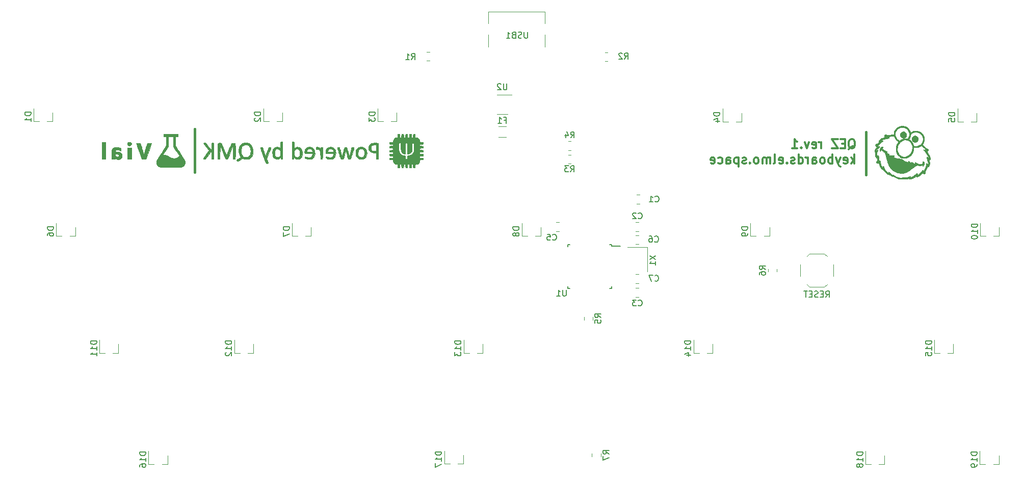
<source format=gbr>
%TF.GenerationSoftware,KiCad,Pcbnew,(5.1.10)-1*%
%TF.CreationDate,2021-08-19T10:16:45+02:00*%
%TF.ProjectId,qez,71657a2e-6b69-4636-9164-5f7063625858,rev?*%
%TF.SameCoordinates,Original*%
%TF.FileFunction,Legend,Bot*%
%TF.FilePolarity,Positive*%
%FSLAX46Y46*%
G04 Gerber Fmt 4.6, Leading zero omitted, Abs format (unit mm)*
G04 Created by KiCad (PCBNEW (5.1.10)-1) date 2021-08-19 10:16:45*
%MOMM*%
%LPD*%
G01*
G04 APERTURE LIST*
%ADD10C,0.300000*%
%ADD11C,0.400000*%
%ADD12C,0.120000*%
%ADD13C,0.010000*%
%ADD14C,0.150000*%
G04 APERTURE END LIST*
D10*
X210728357Y-74984428D02*
X210871214Y-74913000D01*
X211014071Y-74770142D01*
X211228357Y-74555857D01*
X211371214Y-74484428D01*
X211514071Y-74484428D01*
X211442642Y-74841571D02*
X211585500Y-74770142D01*
X211728357Y-74627285D01*
X211799785Y-74341571D01*
X211799785Y-73841571D01*
X211728357Y-73555857D01*
X211585500Y-73413000D01*
X211442642Y-73341571D01*
X211156928Y-73341571D01*
X211014071Y-73413000D01*
X210871214Y-73555857D01*
X210799785Y-73841571D01*
X210799785Y-74341571D01*
X210871214Y-74627285D01*
X211014071Y-74770142D01*
X211156928Y-74841571D01*
X211442642Y-74841571D01*
X210156928Y-74055857D02*
X209656928Y-74055857D01*
X209442642Y-74841571D02*
X210156928Y-74841571D01*
X210156928Y-73341571D01*
X209442642Y-73341571D01*
X208942642Y-73341571D02*
X207942642Y-73341571D01*
X208942642Y-74841571D01*
X207942642Y-74841571D01*
X206228357Y-74841571D02*
X206228357Y-73841571D01*
X206228357Y-74127285D02*
X206156928Y-73984428D01*
X206085500Y-73913000D01*
X205942642Y-73841571D01*
X205799785Y-73841571D01*
X204728357Y-74770142D02*
X204871214Y-74841571D01*
X205156928Y-74841571D01*
X205299785Y-74770142D01*
X205371214Y-74627285D01*
X205371214Y-74055857D01*
X205299785Y-73913000D01*
X205156928Y-73841571D01*
X204871214Y-73841571D01*
X204728357Y-73913000D01*
X204656928Y-74055857D01*
X204656928Y-74198714D01*
X205371214Y-74341571D01*
X204156928Y-73841571D02*
X203799785Y-74841571D01*
X203442642Y-73841571D01*
X202871214Y-74698714D02*
X202799785Y-74770142D01*
X202871214Y-74841571D01*
X202942642Y-74770142D01*
X202871214Y-74698714D01*
X202871214Y-74841571D01*
X201371214Y-74841571D02*
X202228357Y-74841571D01*
X201799785Y-74841571D02*
X201799785Y-73341571D01*
X201942642Y-73555857D01*
X202085500Y-73698714D01*
X202228357Y-73770142D01*
X211728357Y-77391571D02*
X211728357Y-75891571D01*
X211585500Y-76820142D02*
X211156928Y-77391571D01*
X211156928Y-76391571D02*
X211728357Y-76963000D01*
X209942642Y-77320142D02*
X210085500Y-77391571D01*
X210371214Y-77391571D01*
X210514071Y-77320142D01*
X210585500Y-77177285D01*
X210585500Y-76605857D01*
X210514071Y-76463000D01*
X210371214Y-76391571D01*
X210085500Y-76391571D01*
X209942642Y-76463000D01*
X209871214Y-76605857D01*
X209871214Y-76748714D01*
X210585500Y-76891571D01*
X209371214Y-76391571D02*
X209014071Y-77391571D01*
X208656928Y-76391571D02*
X209014071Y-77391571D01*
X209156928Y-77748714D01*
X209228357Y-77820142D01*
X209371214Y-77891571D01*
X208085500Y-77391571D02*
X208085500Y-75891571D01*
X208085500Y-76463000D02*
X207942642Y-76391571D01*
X207656928Y-76391571D01*
X207514071Y-76463000D01*
X207442642Y-76534428D01*
X207371214Y-76677285D01*
X207371214Y-77105857D01*
X207442642Y-77248714D01*
X207514071Y-77320142D01*
X207656928Y-77391571D01*
X207942642Y-77391571D01*
X208085500Y-77320142D01*
X206514071Y-77391571D02*
X206656928Y-77320142D01*
X206728357Y-77248714D01*
X206799785Y-77105857D01*
X206799785Y-76677285D01*
X206728357Y-76534428D01*
X206656928Y-76463000D01*
X206514071Y-76391571D01*
X206299785Y-76391571D01*
X206156928Y-76463000D01*
X206085500Y-76534428D01*
X206014071Y-76677285D01*
X206014071Y-77105857D01*
X206085500Y-77248714D01*
X206156928Y-77320142D01*
X206299785Y-77391571D01*
X206514071Y-77391571D01*
X204728357Y-77391571D02*
X204728357Y-76605857D01*
X204799785Y-76463000D01*
X204942642Y-76391571D01*
X205228357Y-76391571D01*
X205371214Y-76463000D01*
X204728357Y-77320142D02*
X204871214Y-77391571D01*
X205228357Y-77391571D01*
X205371214Y-77320142D01*
X205442642Y-77177285D01*
X205442642Y-77034428D01*
X205371214Y-76891571D01*
X205228357Y-76820142D01*
X204871214Y-76820142D01*
X204728357Y-76748714D01*
X204014071Y-77391571D02*
X204014071Y-76391571D01*
X204014071Y-76677285D02*
X203942642Y-76534428D01*
X203871214Y-76463000D01*
X203728357Y-76391571D01*
X203585500Y-76391571D01*
X202442642Y-77391571D02*
X202442642Y-75891571D01*
X202442642Y-77320142D02*
X202585500Y-77391571D01*
X202871214Y-77391571D01*
X203014071Y-77320142D01*
X203085500Y-77248714D01*
X203156928Y-77105857D01*
X203156928Y-76677285D01*
X203085500Y-76534428D01*
X203014071Y-76463000D01*
X202871214Y-76391571D01*
X202585500Y-76391571D01*
X202442642Y-76463000D01*
X201799785Y-77320142D02*
X201656928Y-77391571D01*
X201371214Y-77391571D01*
X201228357Y-77320142D01*
X201156928Y-77177285D01*
X201156928Y-77105857D01*
X201228357Y-76963000D01*
X201371214Y-76891571D01*
X201585500Y-76891571D01*
X201728357Y-76820142D01*
X201799785Y-76677285D01*
X201799785Y-76605857D01*
X201728357Y-76463000D01*
X201585500Y-76391571D01*
X201371214Y-76391571D01*
X201228357Y-76463000D01*
X200514071Y-77248714D02*
X200442642Y-77320142D01*
X200514071Y-77391571D01*
X200585500Y-77320142D01*
X200514071Y-77248714D01*
X200514071Y-77391571D01*
X199228357Y-77320142D02*
X199371214Y-77391571D01*
X199656928Y-77391571D01*
X199799785Y-77320142D01*
X199871214Y-77177285D01*
X199871214Y-76605857D01*
X199799785Y-76463000D01*
X199656928Y-76391571D01*
X199371214Y-76391571D01*
X199228357Y-76463000D01*
X199156928Y-76605857D01*
X199156928Y-76748714D01*
X199871214Y-76891571D01*
X198299785Y-77391571D02*
X198442642Y-77320142D01*
X198514071Y-77177285D01*
X198514071Y-75891571D01*
X197728357Y-77391571D02*
X197728357Y-76391571D01*
X197728357Y-76534428D02*
X197656928Y-76463000D01*
X197514071Y-76391571D01*
X197299785Y-76391571D01*
X197156928Y-76463000D01*
X197085500Y-76605857D01*
X197085500Y-77391571D01*
X197085500Y-76605857D02*
X197014071Y-76463000D01*
X196871214Y-76391571D01*
X196656928Y-76391571D01*
X196514071Y-76463000D01*
X196442642Y-76605857D01*
X196442642Y-77391571D01*
X195514071Y-77391571D02*
X195656928Y-77320142D01*
X195728357Y-77248714D01*
X195799785Y-77105857D01*
X195799785Y-76677285D01*
X195728357Y-76534428D01*
X195656928Y-76463000D01*
X195514071Y-76391571D01*
X195299785Y-76391571D01*
X195156928Y-76463000D01*
X195085500Y-76534428D01*
X195014071Y-76677285D01*
X195014071Y-77105857D01*
X195085500Y-77248714D01*
X195156928Y-77320142D01*
X195299785Y-77391571D01*
X195514071Y-77391571D01*
X194371214Y-77248714D02*
X194299785Y-77320142D01*
X194371214Y-77391571D01*
X194442642Y-77320142D01*
X194371214Y-77248714D01*
X194371214Y-77391571D01*
X193728357Y-77320142D02*
X193585500Y-77391571D01*
X193299785Y-77391571D01*
X193156928Y-77320142D01*
X193085500Y-77177285D01*
X193085500Y-77105857D01*
X193156928Y-76963000D01*
X193299785Y-76891571D01*
X193514071Y-76891571D01*
X193656928Y-76820142D01*
X193728357Y-76677285D01*
X193728357Y-76605857D01*
X193656928Y-76463000D01*
X193514071Y-76391571D01*
X193299785Y-76391571D01*
X193156928Y-76463000D01*
X192442642Y-76391571D02*
X192442642Y-77891571D01*
X192442642Y-76463000D02*
X192299785Y-76391571D01*
X192014071Y-76391571D01*
X191871214Y-76463000D01*
X191799785Y-76534428D01*
X191728357Y-76677285D01*
X191728357Y-77105857D01*
X191799785Y-77248714D01*
X191871214Y-77320142D01*
X192014071Y-77391571D01*
X192299785Y-77391571D01*
X192442642Y-77320142D01*
X190442642Y-77391571D02*
X190442642Y-76605857D01*
X190514071Y-76463000D01*
X190656928Y-76391571D01*
X190942642Y-76391571D01*
X191085500Y-76463000D01*
X190442642Y-77320142D02*
X190585500Y-77391571D01*
X190942642Y-77391571D01*
X191085500Y-77320142D01*
X191156928Y-77177285D01*
X191156928Y-77034428D01*
X191085500Y-76891571D01*
X190942642Y-76820142D01*
X190585500Y-76820142D01*
X190442642Y-76748714D01*
X189085500Y-77320142D02*
X189228357Y-77391571D01*
X189514071Y-77391571D01*
X189656928Y-77320142D01*
X189728357Y-77248714D01*
X189799785Y-77105857D01*
X189799785Y-76677285D01*
X189728357Y-76534428D01*
X189656928Y-76463000D01*
X189514071Y-76391571D01*
X189228357Y-76391571D01*
X189085500Y-76463000D01*
X187871214Y-77320142D02*
X188014071Y-77391571D01*
X188299785Y-77391571D01*
X188442642Y-77320142D01*
X188514071Y-77177285D01*
X188514071Y-76605857D01*
X188442642Y-76463000D01*
X188299785Y-76391571D01*
X188014071Y-76391571D01*
X187871214Y-76463000D01*
X187799785Y-76605857D01*
X187799785Y-76748714D01*
X188514071Y-76891571D01*
D11*
X213614000Y-79239571D02*
X213614000Y-72096714D01*
X102108000Y-78795071D02*
X102108000Y-71652214D01*
D12*
%TO.C,C2*%
X175379748Y-88619000D02*
X175902252Y-88619000D01*
X175379748Y-87149000D02*
X175902252Y-87149000D01*
%TO.C,D17*%
X146741000Y-127252000D02*
X146741000Y-125792000D01*
X143581000Y-127252000D02*
X143581000Y-125092000D01*
X143581000Y-127252000D02*
X144511000Y-127252000D01*
X146741000Y-127252000D02*
X145811000Y-127252000D01*
D13*
%TO.C,G\u002A\u002A\u002A*%
G36*
X219424230Y-71130999D02*
G01*
X219307190Y-71157095D01*
X219303282Y-71158367D01*
X219233610Y-71182518D01*
X219166146Y-71207783D01*
X219121567Y-71226092D01*
X219068381Y-71248280D01*
X219020718Y-71265868D01*
X219011500Y-71268791D01*
X218977065Y-71282824D01*
X218935557Y-71308054D01*
X218881008Y-71348545D01*
X218811639Y-71404874D01*
X218765836Y-71441771D01*
X218724784Y-71472934D01*
X218713225Y-71481074D01*
X218684016Y-71507084D01*
X218641535Y-71552368D01*
X218592573Y-71608916D01*
X218543920Y-71668718D01*
X218502368Y-71723763D01*
X218481928Y-71753919D01*
X218396492Y-71915209D01*
X218329946Y-72093236D01*
X218286484Y-72275387D01*
X218273200Y-72381800D01*
X218267832Y-72451841D01*
X218260500Y-72497478D01*
X218244844Y-72524671D01*
X218214503Y-72539383D01*
X218163116Y-72547576D01*
X218088634Y-72554788D01*
X218000219Y-72564606D01*
X217897992Y-72577794D01*
X217791581Y-72592928D01*
X217690616Y-72608582D01*
X217604726Y-72623331D01*
X217546767Y-72634997D01*
X217411932Y-72651052D01*
X217262203Y-72642012D01*
X217120625Y-72612682D01*
X217049129Y-72593374D01*
X216982455Y-72575974D01*
X216933557Y-72563853D01*
X216928701Y-72562731D01*
X216877593Y-72550269D01*
X216835304Y-72538609D01*
X216833932Y-72538185D01*
X216801337Y-72538654D01*
X216763520Y-72563088D01*
X216745032Y-72580507D01*
X216708679Y-72624828D01*
X216692292Y-72672122D01*
X216688670Y-72713035D01*
X216688153Y-72816359D01*
X216696124Y-72892826D01*
X216713517Y-72948595D01*
X216728224Y-72973792D01*
X216749130Y-73005293D01*
X216756687Y-73021161D01*
X216756287Y-73021575D01*
X216738692Y-73026094D01*
X216695934Y-73037552D01*
X216635511Y-73053930D01*
X216598501Y-73064022D01*
X216515753Y-73086546D01*
X216431136Y-73109442D01*
X216359820Y-73128608D01*
X216344500Y-73132694D01*
X216286222Y-73150400D01*
X216239087Y-73168644D01*
X216217500Y-73180591D01*
X216184781Y-73200560D01*
X216138518Y-73221683D01*
X216132834Y-73223884D01*
X216053234Y-73263597D01*
X215974033Y-73319886D01*
X215899993Y-73387273D01*
X215835873Y-73460279D01*
X215786436Y-73533424D01*
X215756442Y-73601229D01*
X215750652Y-73658215D01*
X215751505Y-73662736D01*
X215767294Y-73705704D01*
X215786789Y-73732870D01*
X215807449Y-73756784D01*
X215811101Y-73767309D01*
X215799658Y-73784257D01*
X215768684Y-73819079D01*
X215723208Y-73866332D01*
X215679867Y-73909329D01*
X215618397Y-73967816D01*
X215570657Y-74007991D01*
X215526915Y-74035968D01*
X215477443Y-74057862D01*
X215412510Y-74079787D01*
X215404700Y-74082245D01*
X215325886Y-74110465D01*
X215262795Y-74139852D01*
X215223906Y-74166427D01*
X215222667Y-74167697D01*
X215191824Y-74223425D01*
X215185942Y-74292845D01*
X215205561Y-74366184D01*
X215211080Y-74377586D01*
X215243795Y-74431896D01*
X215288192Y-74494486D01*
X215335743Y-74554246D01*
X215377916Y-74600069D01*
X215390634Y-74611416D01*
X215407267Y-74626385D01*
X215412231Y-74640671D01*
X215402482Y-74660458D01*
X215374973Y-74691927D01*
X215326690Y-74741233D01*
X215230995Y-74851479D01*
X215150049Y-74971727D01*
X215087982Y-75094386D01*
X215048921Y-75211865D01*
X215038845Y-75270503D01*
X215039912Y-75349992D01*
X215063506Y-75405705D01*
X215111231Y-75440495D01*
X215139543Y-75449727D01*
X215180903Y-75463098D01*
X215195976Y-75479490D01*
X215193736Y-75500527D01*
X215165639Y-75603749D01*
X215147525Y-75685935D01*
X215137560Y-75757788D01*
X215133909Y-75830009D01*
X215133767Y-75850246D01*
X215141732Y-75965499D01*
X215163937Y-76074238D01*
X215197848Y-76166054D01*
X215220168Y-76204984D01*
X215243238Y-76244260D01*
X215271887Y-76300478D01*
X215292099Y-76344058D01*
X215319680Y-76400357D01*
X215347239Y-76433345D01*
X215385645Y-76450907D01*
X215445768Y-76460927D01*
X215454623Y-76461959D01*
X215476076Y-76466672D01*
X215489049Y-76479714D01*
X215496305Y-76508569D01*
X215500610Y-76560719D01*
X215502167Y-76590620D01*
X215499988Y-76686554D01*
X215485699Y-76779351D01*
X215461555Y-76858927D01*
X215429806Y-76915200D01*
X215429609Y-76915433D01*
X215395010Y-76964660D01*
X215361777Y-77025634D01*
X215335446Y-77086573D01*
X215321554Y-77135697D01*
X215320643Y-77147292D01*
X215337188Y-77206251D01*
X215380806Y-77258531D01*
X215444816Y-77300203D01*
X215522536Y-77327343D01*
X215607286Y-77336024D01*
X215638171Y-77333882D01*
X215691267Y-77327070D01*
X215732294Y-77320888D01*
X215743057Y-77318837D01*
X215759581Y-77326814D01*
X215773933Y-77361566D01*
X215785684Y-77414966D01*
X215797166Y-77473574D01*
X215807789Y-77520829D01*
X215813757Y-77541966D01*
X215824708Y-77573801D01*
X215840147Y-77621411D01*
X215844463Y-77635099D01*
X215885161Y-77740704D01*
X215942613Y-77857621D01*
X216009762Y-77973082D01*
X216079550Y-78074316D01*
X216104345Y-78105275D01*
X216155883Y-78160249D01*
X216218458Y-78217933D01*
X216284032Y-78271813D01*
X216344571Y-78315374D01*
X216392037Y-78342104D01*
X216400390Y-78345228D01*
X216428154Y-78364626D01*
X216464737Y-78403724D01*
X216495421Y-78444450D01*
X216574537Y-78548136D01*
X216671141Y-78654726D01*
X216780954Y-78761076D01*
X216899695Y-78864046D01*
X217023086Y-78960492D01*
X217146848Y-79047273D01*
X217266700Y-79121246D01*
X217378363Y-79179269D01*
X217477558Y-79218201D01*
X217560006Y-79234898D01*
X217572509Y-79235300D01*
X217617036Y-79246972D01*
X217658758Y-79274596D01*
X217740782Y-79344940D01*
X217833503Y-79409014D01*
X217930052Y-79463398D01*
X218023561Y-79504669D01*
X218107163Y-79529408D01*
X218173990Y-79534193D01*
X218178669Y-79533571D01*
X218230267Y-79532400D01*
X218283850Y-79547293D01*
X218347339Y-79581273D01*
X218404169Y-79619635D01*
X218448989Y-79650136D01*
X218482725Y-79670451D01*
X218495087Y-79675566D01*
X218515013Y-79683652D01*
X218554914Y-79704786D01*
X218602885Y-79732471D01*
X218682800Y-79773140D01*
X218787134Y-79815832D01*
X218906838Y-79857394D01*
X219032865Y-79894673D01*
X219150736Y-79923364D01*
X219254205Y-79938071D01*
X219374976Y-79943597D01*
X219501040Y-79940330D01*
X219620386Y-79928659D01*
X219721005Y-79908974D01*
X219736976Y-79904372D01*
X219790297Y-79889191D01*
X219826596Y-79885461D01*
X219861050Y-79894125D01*
X219906310Y-79914899D01*
X219986301Y-79941121D01*
X220088586Y-79955563D01*
X220203523Y-79957712D01*
X220321469Y-79947055D01*
X220366167Y-79939324D01*
X220446477Y-79921690D01*
X220533769Y-79900066D01*
X220582347Y-79886779D01*
X220640593Y-79870937D01*
X220675447Y-79865317D01*
X220695707Y-79869625D01*
X220709347Y-79882510D01*
X220757735Y-79917693D01*
X220830362Y-79936173D01*
X220922584Y-79938936D01*
X221029762Y-79926969D01*
X221147252Y-79901259D01*
X221270414Y-79862792D01*
X221394605Y-79812555D01*
X221515185Y-79751534D01*
X221613818Y-79690252D01*
X221657800Y-79662265D01*
X221691490Y-79644720D01*
X221701877Y-79641700D01*
X221725588Y-79629235D01*
X221732692Y-79620533D01*
X221755629Y-79593963D01*
X221792003Y-79560926D01*
X221834393Y-79526981D01*
X221875379Y-79497688D01*
X221907538Y-79478606D01*
X221923450Y-79475293D01*
X221924034Y-79477200D01*
X221939567Y-79515819D01*
X221982866Y-79543042D01*
X222048975Y-79556216D01*
X222073147Y-79557033D01*
X222158308Y-79546788D01*
X222259685Y-79518558D01*
X222367528Y-79476098D01*
X222472088Y-79423165D01*
X222550567Y-79373125D01*
X222588368Y-79342412D01*
X222638993Y-79296414D01*
X222697510Y-79240193D01*
X222758983Y-79178813D01*
X222818480Y-79117336D01*
X222871065Y-79060826D01*
X222911804Y-79014347D01*
X222935765Y-78982960D01*
X222940034Y-78973475D01*
X222949666Y-78964656D01*
X222981164Y-78970293D01*
X223038432Y-78991119D01*
X223042087Y-78992591D01*
X223150573Y-79024908D01*
X223276431Y-79043121D01*
X223283690Y-79043660D01*
X223356754Y-79047651D01*
X223408150Y-79044412D01*
X223441689Y-79029153D01*
X223461178Y-78997085D01*
X223470427Y-78943420D01*
X223473245Y-78863367D01*
X223473434Y-78805093D01*
X223474128Y-78720026D01*
X223477268Y-78659499D01*
X223484438Y-78614197D01*
X223497224Y-78574804D01*
X223517210Y-78532006D01*
X223521243Y-78524099D01*
X223551723Y-78464387D01*
X223579814Y-78408797D01*
X223594090Y-78380166D01*
X223616305Y-78336784D01*
X223634479Y-78303966D01*
X223658792Y-78259575D01*
X223688415Y-78199749D01*
X223718449Y-78135122D01*
X223743992Y-78076326D01*
X223760146Y-78033994D01*
X223762298Y-78026621D01*
X223779454Y-77985989D01*
X223796829Y-77963921D01*
X223817376Y-77935688D01*
X223820567Y-77921892D01*
X223831800Y-77893485D01*
X223861094Y-77889840D01*
X223892039Y-77905052D01*
X223946642Y-77927931D01*
X224002004Y-77926653D01*
X224045595Y-77901513D01*
X224045645Y-77901458D01*
X224063095Y-77872672D01*
X224087088Y-77820704D01*
X224113626Y-77754558D01*
X224126206Y-77720095D01*
X224149087Y-77651568D01*
X224164998Y-77591766D01*
X224175589Y-77530590D01*
X224182508Y-77457940D01*
X224187406Y-77363714D01*
X224188363Y-77339437D01*
X224190994Y-77208197D01*
X224187402Y-77098782D01*
X224177029Y-76999627D01*
X224169694Y-76953525D01*
X224157680Y-76882403D01*
X224148346Y-76822531D01*
X224143032Y-76782733D01*
X224142300Y-76773099D01*
X224157024Y-76754034D01*
X224194225Y-76733819D01*
X224214267Y-76726540D01*
X224281762Y-76689318D01*
X224325032Y-76630146D01*
X224341716Y-76552942D01*
X224340377Y-76517500D01*
X224325560Y-76446546D01*
X224085972Y-76446546D01*
X224085076Y-76453369D01*
X224058924Y-76457440D01*
X224018639Y-76437606D01*
X223969699Y-76397570D01*
X223917579Y-76341040D01*
X223915747Y-76338786D01*
X223862505Y-76278795D01*
X223820881Y-76246975D01*
X223786695Y-76241543D01*
X223755767Y-76260715D01*
X223749266Y-76267733D01*
X223719926Y-76319947D01*
X223711501Y-76387389D01*
X223724187Y-76473423D01*
X223758183Y-76581416D01*
X223769400Y-76610633D01*
X223833139Y-76783829D01*
X223879459Y-76938971D01*
X223910604Y-77085578D01*
X223928820Y-77233169D01*
X223933607Y-77306692D01*
X223936601Y-77392961D01*
X223937117Y-77471027D01*
X223935241Y-77532425D01*
X223931059Y-77568688D01*
X223930937Y-77569159D01*
X223917876Y-77618166D01*
X223895385Y-77567366D01*
X223879066Y-77520519D01*
X223872131Y-77481877D01*
X223860466Y-77451170D01*
X223831179Y-77408380D01*
X223803005Y-77376044D01*
X223750577Y-77327314D01*
X223711390Y-77306065D01*
X223683731Y-77313570D01*
X223665889Y-77351103D01*
X223656149Y-77419937D01*
X223653236Y-77487418D01*
X223644303Y-77597841D01*
X223620924Y-77712492D01*
X223581508Y-77835685D01*
X223524466Y-77971731D01*
X223448208Y-78124942D01*
X223358408Y-78287033D01*
X223297385Y-78396972D01*
X223253374Y-78486606D01*
X223223604Y-78563119D01*
X223205305Y-78633696D01*
X223195707Y-78705521D01*
X223195364Y-78709818D01*
X223185567Y-78836270D01*
X223155383Y-78790006D01*
X223136134Y-78747871D01*
X223132536Y-78696779D01*
X223135927Y-78662872D01*
X223137781Y-78582875D01*
X223122239Y-78518084D01*
X223091762Y-78474086D01*
X223048812Y-78456469D01*
X223044928Y-78456366D01*
X223015546Y-78460988D01*
X222987856Y-78478694D01*
X222955040Y-78515244D01*
X222921297Y-78560826D01*
X222797996Y-78725076D01*
X222674690Y-78872357D01*
X222555106Y-78998606D01*
X222442971Y-79099758D01*
X222389700Y-79140481D01*
X222330725Y-79180403D01*
X222270725Y-79217718D01*
X222217725Y-79247775D01*
X222179753Y-79265926D01*
X222167603Y-79269166D01*
X222166301Y-79253820D01*
X222168067Y-79213781D01*
X222172036Y-79163333D01*
X222176231Y-79103915D01*
X222173453Y-79066895D01*
X222161023Y-79041074D01*
X222136680Y-79015647D01*
X222091663Y-78973795D01*
X222012152Y-79015647D01*
X221956792Y-79050937D01*
X221894415Y-79099719D01*
X221849403Y-79140905D01*
X221785354Y-79202238D01*
X221712459Y-79267513D01*
X221637216Y-79331379D01*
X221566121Y-79388484D01*
X221505670Y-79433474D01*
X221462360Y-79460998D01*
X221458606Y-79462880D01*
X221410659Y-79489653D01*
X221358109Y-79524202D01*
X221349244Y-79530648D01*
X221309879Y-79557433D01*
X221281116Y-79572650D01*
X221275603Y-79573966D01*
X221251081Y-79580675D01*
X221211636Y-79597050D01*
X221206926Y-79599254D01*
X221157957Y-79618779D01*
X221095506Y-79639058D01*
X221067315Y-79646887D01*
X220981062Y-79669232D01*
X221003710Y-79625832D01*
X221023411Y-79576686D01*
X221020310Y-79536586D01*
X220998694Y-79496368D01*
X220972588Y-79466967D01*
X220940212Y-79461532D01*
X220918709Y-79465274D01*
X220869365Y-79482262D01*
X220815342Y-79509256D01*
X220806883Y-79514402D01*
X220757537Y-79542180D01*
X220712000Y-79562622D01*
X220704834Y-79565043D01*
X220663190Y-79580021D01*
X220608938Y-79602231D01*
X220588664Y-79611125D01*
X220543992Y-79626355D01*
X220475182Y-79644343D01*
X220391639Y-79663193D01*
X220302770Y-79681009D01*
X220217982Y-79695895D01*
X220146681Y-79705957D01*
X220101442Y-79709321D01*
X220067136Y-79695160D01*
X220056461Y-79675566D01*
X220036928Y-79648015D01*
X220018267Y-79641700D01*
X219991999Y-79644339D01*
X219942195Y-79651399D01*
X219876532Y-79661592D01*
X219802686Y-79673633D01*
X219728333Y-79686234D01*
X219661150Y-79698108D01*
X219608811Y-79707969D01*
X219578994Y-79714529D01*
X219575015Y-79716007D01*
X219556494Y-79718003D01*
X219511464Y-79718484D01*
X219447237Y-79717678D01*
X219371125Y-79715812D01*
X219290441Y-79713114D01*
X219212497Y-79709809D01*
X219144605Y-79706125D01*
X219094078Y-79702289D01*
X219079234Y-79700612D01*
X218991690Y-79681380D01*
X218884718Y-79646596D01*
X218766553Y-79600047D01*
X218645433Y-79545518D01*
X218529594Y-79486792D01*
X218427272Y-79427655D01*
X218346705Y-79371893D01*
X218325701Y-79354347D01*
X218271059Y-79312092D01*
X218209731Y-79274363D01*
X218152236Y-79246879D01*
X218109092Y-79235360D01*
X218106745Y-79235300D01*
X218068574Y-79245494D01*
X218049549Y-79262760D01*
X218037829Y-79275548D01*
X218018953Y-79274771D01*
X217985677Y-79258308D01*
X217942018Y-79231263D01*
X217893967Y-79195964D01*
X217830786Y-79143118D01*
X217760593Y-79079804D01*
X217691507Y-79013099D01*
X217689844Y-79011428D01*
X217587174Y-78912243D01*
X217501421Y-78838001D01*
X217433435Y-78789335D01*
X217384065Y-78766875D01*
X217360920Y-78767129D01*
X217342083Y-78790018D01*
X217335550Y-78829608D01*
X217342016Y-78870788D01*
X217355138Y-78892964D01*
X217367596Y-78914986D01*
X217365454Y-78922723D01*
X217344982Y-78920862D01*
X217305066Y-78900139D01*
X217251242Y-78864560D01*
X217189048Y-78818130D01*
X217124021Y-78764855D01*
X217061698Y-78708739D01*
X217038818Y-78686447D01*
X216979988Y-78625773D01*
X216922062Y-78562877D01*
X216869750Y-78503249D01*
X216827763Y-78452381D01*
X216800811Y-78415763D01*
X216793234Y-78400185D01*
X216784524Y-78382885D01*
X216761946Y-78346378D01*
X216737396Y-78309061D01*
X216696789Y-78235221D01*
X216657459Y-78140098D01*
X216623922Y-78036122D01*
X216600691Y-77935721D01*
X216599694Y-77929908D01*
X216580392Y-77876051D01*
X216547835Y-77829978D01*
X216546680Y-77828874D01*
X216511327Y-77804279D01*
X216480029Y-77804807D01*
X216448724Y-77832757D01*
X216413350Y-77890428D01*
X216403245Y-77910059D01*
X216360389Y-77995335D01*
X216318578Y-77958770D01*
X216236176Y-77867769D01*
X216167155Y-77750038D01*
X216111058Y-77604349D01*
X216067433Y-77429477D01*
X216035825Y-77224193D01*
X216031322Y-77183396D01*
X216020993Y-77100319D01*
X216008582Y-77024430D01*
X215995813Y-76965255D01*
X215986613Y-76936600D01*
X215954077Y-76892673D01*
X215911292Y-76880362D01*
X215860039Y-76899622D01*
X215811103Y-76940830D01*
X215763180Y-76986027D01*
X215712291Y-77027349D01*
X215665547Y-77059807D01*
X215630057Y-77078410D01*
X215613767Y-77079343D01*
X215614282Y-77059333D01*
X215629013Y-77029667D01*
X215648127Y-76994400D01*
X215673779Y-76939250D01*
X215700497Y-76875999D01*
X215701116Y-76874453D01*
X215717968Y-76831222D01*
X215729977Y-76794466D01*
X215737768Y-76757519D01*
X215741964Y-76713713D01*
X215743186Y-76656381D01*
X215742060Y-76578855D01*
X215739206Y-76474468D01*
X215739036Y-76468648D01*
X215732840Y-76325180D01*
X215722948Y-76212395D01*
X215708361Y-76127219D01*
X215688083Y-76066575D01*
X215661118Y-76027388D01*
X215626468Y-76006583D01*
X215587479Y-76001033D01*
X215551130Y-76007386D01*
X215526983Y-76032519D01*
X215513676Y-76060300D01*
X215494219Y-76098539D01*
X215477195Y-76118660D01*
X215474265Y-76119566D01*
X215464411Y-76103955D01*
X215453494Y-76062266D01*
X215442660Y-76002214D01*
X215433058Y-75931517D01*
X215425836Y-75857891D01*
X215422141Y-75789051D01*
X215421894Y-75767508D01*
X215430983Y-75662634D01*
X215455760Y-75541437D01*
X215493234Y-75415843D01*
X215538755Y-75301383D01*
X215571571Y-75224035D01*
X215587150Y-75170097D01*
X215586024Y-75134150D01*
X215568728Y-75110775D01*
X215558214Y-75104162D01*
X215528571Y-75091191D01*
X215502881Y-75091080D01*
X215473464Y-75107152D01*
X215432640Y-75142731D01*
X215403071Y-75171300D01*
X215345636Y-75222675D01*
X215302670Y-75250904D01*
X215276510Y-75254815D01*
X215269234Y-75238347D01*
X215281340Y-75206208D01*
X215314679Y-75156783D01*
X215364776Y-75094837D01*
X215427160Y-75025135D01*
X215497357Y-74952441D01*
X215570897Y-74881522D01*
X215643305Y-74817141D01*
X215710110Y-74764064D01*
X215723276Y-74754613D01*
X215803502Y-74695139D01*
X215856753Y-74647504D01*
X215886296Y-74608301D01*
X215895391Y-74574995D01*
X215886666Y-74548098D01*
X215856754Y-74528461D01*
X215801261Y-74514236D01*
X215728483Y-74504798D01*
X215636925Y-74487228D01*
X215560107Y-74456111D01*
X215505596Y-74414998D01*
X215489474Y-74392566D01*
X215484187Y-74371864D01*
X215498034Y-74353839D01*
X215536761Y-74332076D01*
X215548771Y-74326347D01*
X215595380Y-74305645D01*
X215629213Y-74292815D01*
X215638134Y-74290766D01*
X215668744Y-74280039D01*
X215715505Y-74251954D01*
X215770187Y-74212657D01*
X215824557Y-74168295D01*
X215870384Y-74125014D01*
X215889741Y-74102909D01*
X215948573Y-74032572D01*
X216016096Y-73959610D01*
X216085818Y-73890312D01*
X216151246Y-73830964D01*
X216205889Y-73787855D01*
X216231206Y-73772191D01*
X216310170Y-73726461D01*
X216369844Y-73680624D01*
X216407620Y-73637950D01*
X216420892Y-73601709D01*
X216407052Y-73575172D01*
X216393869Y-73568207D01*
X216360512Y-73566221D01*
X216302750Y-73573557D01*
X216228282Y-73588760D01*
X216144810Y-73610374D01*
X216100329Y-73623688D01*
X216054830Y-73636430D01*
X216024993Y-73641870D01*
X216019448Y-73641158D01*
X216027446Y-73627569D01*
X216054445Y-73599001D01*
X216080864Y-73574171D01*
X216148352Y-73523736D01*
X216238580Y-73470995D01*
X216341232Y-73421013D01*
X216445992Y-73378855D01*
X216534069Y-73351657D01*
X216596844Y-73334650D01*
X216649684Y-73318165D01*
X216680553Y-73306036D01*
X216696914Y-73299055D01*
X216722833Y-73291247D01*
X216761949Y-73281874D01*
X216817900Y-73270196D01*
X216894326Y-73255473D01*
X216994865Y-73236967D01*
X217123157Y-73213936D01*
X217206683Y-73199105D01*
X217292707Y-73183012D01*
X217366930Y-73167508D01*
X217422865Y-73154071D01*
X217454024Y-73144178D01*
X217457773Y-73141933D01*
X217467350Y-73115110D01*
X217467658Y-73079267D01*
X217450824Y-73040854D01*
X217409109Y-73013544D01*
X217340065Y-72996468D01*
X217241246Y-72988758D01*
X217211221Y-72988188D01*
X217143728Y-72985496D01*
X217086605Y-72979564D01*
X217050716Y-72971586D01*
X217047634Y-72970180D01*
X217022756Y-72948317D01*
X216991975Y-72911025D01*
X216963918Y-72870169D01*
X216947211Y-72837612D01*
X216945634Y-72829925D01*
X216960035Y-72829429D01*
X216996874Y-72838054D01*
X217026067Y-72846865D01*
X217096124Y-72861879D01*
X217189192Y-72871325D01*
X217294875Y-72875195D01*
X217402776Y-72873480D01*
X217502500Y-72866172D01*
X217583649Y-72853262D01*
X217606034Y-72847328D01*
X217710059Y-72821773D01*
X217842495Y-72799878D01*
X217998014Y-72782401D01*
X218135201Y-72772124D01*
X218300301Y-72762238D01*
X218300301Y-72806493D01*
X218310490Y-72871160D01*
X218338648Y-72955161D01*
X218381161Y-73051735D01*
X218434412Y-73154119D01*
X218494787Y-73255550D01*
X218558671Y-73349265D01*
X218622450Y-73428501D01*
X218646336Y-73453840D01*
X218717884Y-73520847D01*
X218797222Y-73587467D01*
X218874903Y-73646261D01*
X218941478Y-73689789D01*
X218956467Y-73698033D01*
X218998554Y-73722088D01*
X219024469Y-73741159D01*
X219028434Y-73747016D01*
X219018342Y-73765801D01*
X218992848Y-73799777D01*
X218978322Y-73817272D01*
X218948087Y-73854893D01*
X218929861Y-73881895D01*
X218927522Y-73887848D01*
X218918351Y-73907940D01*
X218896000Y-73944774D01*
X218883615Y-73963482D01*
X218817564Y-74077101D01*
X218754860Y-74215487D01*
X218698752Y-74369539D01*
X218652488Y-74530159D01*
X218619316Y-74688244D01*
X218614895Y-74716338D01*
X218598437Y-74930461D01*
X218610345Y-75149001D01*
X218649149Y-75365559D01*
X218713375Y-75573736D01*
X218801551Y-75767133D01*
X218889052Y-75907900D01*
X218951915Y-75988319D01*
X219026245Y-76070993D01*
X219106308Y-76150678D01*
X219186367Y-76222129D01*
X219260691Y-76280104D01*
X219323543Y-76319358D01*
X219352150Y-76331380D01*
X219394788Y-76350254D01*
X219417988Y-76365975D01*
X219454483Y-76386274D01*
X219516517Y-76409028D01*
X219596062Y-76432201D01*
X219685090Y-76453755D01*
X219775573Y-76471654D01*
X219859483Y-76483861D01*
X219895457Y-76487126D01*
X220052917Y-76487385D01*
X220217326Y-76469664D01*
X220370999Y-76436002D01*
X220391567Y-76429849D01*
X220479717Y-76396989D01*
X220582434Y-76350379D01*
X220687059Y-76296411D01*
X220780931Y-76241475D01*
X220829573Y-76208723D01*
X220944014Y-76114966D01*
X221058059Y-76002616D01*
X221163720Y-75880704D01*
X221253007Y-75758263D01*
X221303820Y-75672663D01*
X221334877Y-75614500D01*
X221361143Y-75567122D01*
X221377683Y-75539393D01*
X221379229Y-75537196D01*
X221393481Y-75509164D01*
X221414478Y-75456842D01*
X221439360Y-75388414D01*
X221465263Y-75312065D01*
X221489326Y-75235980D01*
X221508686Y-75168345D01*
X221510131Y-75162833D01*
X221521898Y-75103201D01*
X221533024Y-75021676D01*
X221542058Y-74930222D01*
X221546589Y-74862266D01*
X221552891Y-74768459D01*
X221560709Y-74703361D01*
X221563169Y-74694006D01*
X221328029Y-74694006D01*
X221325887Y-74821996D01*
X221315996Y-74947211D01*
X221298680Y-75057817D01*
X221290973Y-75090703D01*
X221266305Y-75177458D01*
X221238676Y-75262378D01*
X221210966Y-75337610D01*
X221186057Y-75395306D01*
X221167688Y-75426633D01*
X221148838Y-75458890D01*
X221145101Y-75475434D01*
X221135634Y-75505700D01*
X221110806Y-75553454D01*
X221075972Y-75609394D01*
X221036488Y-75664219D01*
X221036138Y-75664667D01*
X221003408Y-75706333D01*
X220963521Y-75756971D01*
X220950367Y-75773640D01*
X220820450Y-75914285D01*
X220671271Y-76034088D01*
X220507940Y-76130422D01*
X220335564Y-76200656D01*
X220159253Y-76242162D01*
X220019034Y-76252916D01*
X219931354Y-76250456D01*
X219838783Y-76243647D01*
X219759156Y-76233865D01*
X219748100Y-76231989D01*
X219600218Y-76190266D01*
X219451487Y-76120193D01*
X219309016Y-76026340D01*
X219179911Y-75913277D01*
X219087163Y-75807025D01*
X219015533Y-75694374D01*
X218950061Y-75554598D01*
X218893465Y-75394265D01*
X218853475Y-75242767D01*
X218839462Y-75151483D01*
X218832365Y-75040430D01*
X218831882Y-74919659D01*
X218837714Y-74799225D01*
X218849560Y-74689181D01*
X218867120Y-74599580D01*
X218873311Y-74578633D01*
X218891864Y-74517360D01*
X218904983Y-74464910D01*
X218909682Y-74434234D01*
X218919418Y-74393997D01*
X218935839Y-74362869D01*
X218958314Y-74322705D01*
X218981348Y-74269810D01*
X218985971Y-74257265D01*
X219035427Y-74151064D01*
X219108950Y-74037679D01*
X219200897Y-73922745D01*
X219305623Y-73811898D01*
X219417484Y-73710774D01*
X219530834Y-73625009D01*
X219640031Y-73560238D01*
X219715401Y-73528958D01*
X219773698Y-73507921D01*
X219838858Y-73481223D01*
X219858167Y-73472612D01*
X219921789Y-73453634D01*
X220008782Y-73441625D01*
X220110866Y-73436301D01*
X220219756Y-73437376D01*
X220327172Y-73444566D01*
X220424831Y-73457587D01*
X220504451Y-73476152D01*
X220552434Y-73496489D01*
X220590105Y-73516479D01*
X220603234Y-73522262D01*
X220709898Y-73571223D01*
X220802631Y-73628908D01*
X220893162Y-73703307D01*
X220951588Y-73759579D01*
X221010461Y-73821437D01*
X221063140Y-73881613D01*
X221103037Y-73932305D01*
X221121046Y-73960244D01*
X221150276Y-74016258D01*
X221179055Y-74070536D01*
X221182294Y-74076564D01*
X221209907Y-74138869D01*
X221240526Y-74226600D01*
X221271647Y-74331764D01*
X221300766Y-74446371D01*
X221307768Y-74477033D01*
X221322097Y-74575074D01*
X221328029Y-74694006D01*
X221563169Y-74694006D01*
X221569752Y-74668983D01*
X221575252Y-74663900D01*
X221599507Y-74666585D01*
X221648386Y-74673241D01*
X221713047Y-74682644D01*
X221741943Y-74686989D01*
X221944972Y-74700980D01*
X222148690Y-74682496D01*
X222347193Y-74632278D01*
X222432034Y-74600039D01*
X222574916Y-74532863D01*
X222692523Y-74463093D01*
X222747124Y-74422558D01*
X222823837Y-74359616D01*
X222936969Y-74453874D01*
X222985215Y-74496465D01*
X223050801Y-74557763D01*
X223127702Y-74631958D01*
X223209893Y-74713241D01*
X223288871Y-74793254D01*
X223371169Y-74877260D01*
X223434158Y-74939941D01*
X223481811Y-74984566D01*
X223518101Y-75014404D01*
X223547001Y-75032723D01*
X223572485Y-75042794D01*
X223598317Y-75047857D01*
X223652241Y-75058664D01*
X223675030Y-75071460D01*
X223665806Y-75084643D01*
X223625010Y-75096371D01*
X223561245Y-75099382D01*
X223475698Y-75090644D01*
X223377825Y-75071480D01*
X223302459Y-75051195D01*
X223237625Y-75038264D01*
X223197257Y-75047069D01*
X223179177Y-75078439D01*
X223177708Y-75098801D01*
X223187569Y-75136925D01*
X223219356Y-75178926D01*
X223256353Y-75213633D01*
X223468386Y-75419203D01*
X223662601Y-75651590D01*
X223836392Y-75907352D01*
X223980951Y-76170366D01*
X224009828Y-76232900D01*
X224037609Y-76299504D01*
X224061453Y-76362459D01*
X224078521Y-76414046D01*
X224085972Y-76446546D01*
X224325560Y-76446546D01*
X224325499Y-76446254D01*
X224294477Y-76352423D01*
X224249799Y-76241703D01*
X224193955Y-76119788D01*
X224129433Y-75992373D01*
X224058722Y-75865152D01*
X224045246Y-75842236D01*
X224008100Y-75778482D01*
X223978526Y-75725516D01*
X223960200Y-75690057D01*
X223956034Y-75679209D01*
X223944542Y-75659062D01*
X223930634Y-75645433D01*
X223909104Y-75616363D01*
X223905234Y-75600575D01*
X223895005Y-75577406D01*
X223867718Y-75536099D01*
X223828473Y-75484129D01*
X223811493Y-75463150D01*
X223717753Y-75349504D01*
X223764927Y-75334133D01*
X223844094Y-75296860D01*
X223913238Y-75243118D01*
X223966553Y-75179624D01*
X223998232Y-75113096D01*
X224003669Y-75057952D01*
X223995310Y-75033183D01*
X223973542Y-75007747D01*
X223934247Y-74978749D01*
X223873304Y-74943297D01*
X223786594Y-74898496D01*
X223752834Y-74881763D01*
X223690211Y-74847147D01*
X223625747Y-74802993D01*
X223554658Y-74745379D01*
X223472163Y-74670380D01*
X223373480Y-74574076D01*
X223354264Y-74554814D01*
X223282814Y-74484006D01*
X223209996Y-74413622D01*
X223143827Y-74351303D01*
X223092323Y-74304694D01*
X223087564Y-74300567D01*
X223041030Y-74258346D01*
X223006749Y-74223179D01*
X222991163Y-74201758D01*
X222990834Y-74200057D01*
X223001039Y-74178915D01*
X223027575Y-74141222D01*
X223058567Y-74102551D01*
X223094391Y-74056363D01*
X223118942Y-74017626D01*
X223126301Y-73997912D01*
X223135911Y-73967451D01*
X223156705Y-73933216D01*
X223180239Y-73890934D01*
X223207834Y-73824546D01*
X223236471Y-73743065D01*
X223263134Y-73655503D01*
X223284805Y-73570873D01*
X223295106Y-73519853D01*
X223305639Y-73411908D01*
X223305222Y-73284843D01*
X223303908Y-73268510D01*
X223090371Y-73268510D01*
X223088317Y-73366683D01*
X223083411Y-73460759D01*
X223076475Y-73531377D01*
X223065612Y-73588944D01*
X223048931Y-73643869D01*
X223028007Y-73698100D01*
X222950403Y-73867471D01*
X222865808Y-74009253D01*
X222769670Y-74129637D01*
X222657436Y-74234812D01*
X222601367Y-74278170D01*
X222448353Y-74370241D01*
X222277568Y-74437702D01*
X222096094Y-74478947D01*
X221911016Y-74492369D01*
X221729415Y-74476362D01*
X221728177Y-74476143D01*
X221638123Y-74458628D01*
X221576915Y-74442305D01*
X221539694Y-74425051D01*
X221521603Y-74404743D01*
X221517634Y-74384113D01*
X221511875Y-74346980D01*
X221496561Y-74287437D01*
X221474638Y-74214553D01*
X221449050Y-74137395D01*
X221422743Y-74065028D01*
X221398663Y-74006520D01*
X221387628Y-73983890D01*
X221355030Y-73928354D01*
X221319323Y-73874135D01*
X221318667Y-73873215D01*
X221294124Y-73835876D01*
X221281169Y-73810363D01*
X221280567Y-73807296D01*
X221269776Y-73786199D01*
X221240928Y-73746955D01*
X221199313Y-73695953D01*
X221150217Y-73639581D01*
X221098931Y-73584229D01*
X221079095Y-73563913D01*
X221006965Y-73497429D01*
X220929273Y-73435802D01*
X220855693Y-73386214D01*
X220802201Y-73358312D01*
X220764681Y-73337682D01*
X220758987Y-73316598D01*
X220781034Y-73291700D01*
X220802352Y-73266683D01*
X220806434Y-73254630D01*
X220815761Y-73231826D01*
X220838917Y-73195149D01*
X220846432Y-73184736D01*
X220880911Y-73125408D01*
X220916963Y-73041555D01*
X220951585Y-72942212D01*
X220981773Y-72836411D01*
X221004522Y-72733183D01*
X221011932Y-72687091D01*
X221023800Y-72610862D01*
X221036560Y-72558820D01*
X221053598Y-72521378D01*
X221063319Y-72508613D01*
X220818865Y-72508613D01*
X220797336Y-72701168D01*
X220743964Y-72895080D01*
X220658721Y-73088237D01*
X220605516Y-73181633D01*
X220573832Y-73218825D01*
X220537888Y-73228170D01*
X220533767Y-73227798D01*
X220448840Y-73220303D01*
X220349628Y-73214998D01*
X220244281Y-73211950D01*
X220140948Y-73211227D01*
X220047780Y-73212893D01*
X219972925Y-73217017D01*
X219928085Y-73222855D01*
X219809753Y-73252369D01*
X219694477Y-73288903D01*
X219593539Y-73328599D01*
X219536434Y-73356770D01*
X219485014Y-73385357D01*
X219440936Y-73409546D01*
X219426129Y-73417523D01*
X219373522Y-73449284D01*
X219314711Y-73490242D01*
X219263668Y-73530351D01*
X219243674Y-73548707D01*
X219216496Y-73570231D01*
X219186669Y-73576682D01*
X219147444Y-73566761D01*
X219092074Y-73539169D01*
X219042231Y-73509938D01*
X218882705Y-73394725D01*
X218746624Y-73257589D01*
X218635842Y-73101998D01*
X218552211Y-72931415D01*
X218497586Y-72749307D01*
X218473817Y-72559139D01*
X218474777Y-72448636D01*
X218484487Y-72329872D01*
X218500617Y-72231701D01*
X218526637Y-72140980D01*
X218566016Y-72044565D01*
X218600462Y-71972532D01*
X218702028Y-71804570D01*
X218828532Y-71657217D01*
X218976651Y-71533395D01*
X219143063Y-71436027D01*
X219268418Y-71385253D01*
X219329613Y-71365745D01*
X219382773Y-71352367D01*
X219437049Y-71343946D01*
X219501594Y-71339311D01*
X219585559Y-71337292D01*
X219646500Y-71336858D01*
X219742046Y-71336835D01*
X219812584Y-71338524D01*
X219866968Y-71343211D01*
X219914056Y-71352186D01*
X219962702Y-71366736D01*
X220021763Y-71388150D01*
X220035967Y-71393507D01*
X220111513Y-71424109D01*
X220182936Y-71456574D01*
X220238671Y-71485517D01*
X220254288Y-71495107D01*
X220300729Y-71525661D01*
X220339383Y-71550356D01*
X220349237Y-71556389D01*
X220412220Y-71603385D01*
X220484412Y-71672909D01*
X220558678Y-71757828D01*
X220587120Y-71794182D01*
X220692680Y-71960199D01*
X220766509Y-72136017D01*
X220808580Y-72319525D01*
X220818865Y-72508613D01*
X221063319Y-72508613D01*
X221078296Y-72488948D01*
X221084115Y-72482583D01*
X221130362Y-72440145D01*
X221196467Y-72388383D01*
X221272568Y-72334210D01*
X221348804Y-72284542D01*
X221415314Y-72246296D01*
X221434494Y-72236876D01*
X221554127Y-72193937D01*
X221692190Y-72164139D01*
X221840174Y-72147734D01*
X221989570Y-72144975D01*
X222131866Y-72156112D01*
X222258554Y-72181398D01*
X222338900Y-72210114D01*
X222533100Y-72313990D01*
X222698454Y-72435599D01*
X222834983Y-72574960D01*
X222942704Y-72732088D01*
X222973969Y-72792043D01*
X223028007Y-72915323D01*
X223063864Y-73028007D01*
X223083874Y-73141826D01*
X223090371Y-73268510D01*
X223303908Y-73268510D01*
X223294483Y-73151366D01*
X223274049Y-73024184D01*
X223269595Y-73003833D01*
X223248602Y-72926498D01*
X223220251Y-72841414D01*
X223188113Y-72757597D01*
X223155758Y-72684065D01*
X223126756Y-72629833D01*
X223114848Y-72613033D01*
X223096373Y-72585084D01*
X223092434Y-72572720D01*
X223080574Y-72548339D01*
X223048395Y-72506675D01*
X223001002Y-72452821D01*
X222943496Y-72391869D01*
X222880981Y-72328912D01*
X222818559Y-72269045D01*
X222761334Y-72217360D01*
X222714408Y-72178949D01*
X222682885Y-72158907D01*
X222676074Y-72157166D01*
X222655796Y-72147874D01*
X222620918Y-72124846D01*
X222611432Y-72117879D01*
X222570499Y-72094088D01*
X222507196Y-72065066D01*
X222430328Y-72034026D01*
X222348702Y-72004182D01*
X222271123Y-71978750D01*
X222206397Y-71960942D01*
X222163332Y-71953974D01*
X222162358Y-71953966D01*
X222111401Y-71948131D01*
X222062408Y-71935509D01*
X222011347Y-71926915D01*
X221935857Y-71925654D01*
X221844356Y-71930817D01*
X221745264Y-71941493D01*
X221646998Y-71956773D01*
X221557977Y-71975749D01*
X221486621Y-71997509D01*
X221485868Y-71997798D01*
X221350356Y-72053841D01*
X221238474Y-72109304D01*
X221140450Y-72169183D01*
X221112067Y-72188910D01*
X221020091Y-72254602D01*
X220967002Y-72090982D01*
X220883950Y-71885627D01*
X220775085Y-71702103D01*
X220640286Y-71540281D01*
X220479429Y-71400032D01*
X220292392Y-71281228D01*
X220120634Y-71200225D01*
X219999126Y-71161422D01*
X219858952Y-71134597D01*
X219709891Y-71120251D01*
X219561724Y-71118885D01*
X219424230Y-71130999D01*
G37*
X219424230Y-71130999D02*
X219307190Y-71157095D01*
X219303282Y-71158367D01*
X219233610Y-71182518D01*
X219166146Y-71207783D01*
X219121567Y-71226092D01*
X219068381Y-71248280D01*
X219020718Y-71265868D01*
X219011500Y-71268791D01*
X218977065Y-71282824D01*
X218935557Y-71308054D01*
X218881008Y-71348545D01*
X218811639Y-71404874D01*
X218765836Y-71441771D01*
X218724784Y-71472934D01*
X218713225Y-71481074D01*
X218684016Y-71507084D01*
X218641535Y-71552368D01*
X218592573Y-71608916D01*
X218543920Y-71668718D01*
X218502368Y-71723763D01*
X218481928Y-71753919D01*
X218396492Y-71915209D01*
X218329946Y-72093236D01*
X218286484Y-72275387D01*
X218273200Y-72381800D01*
X218267832Y-72451841D01*
X218260500Y-72497478D01*
X218244844Y-72524671D01*
X218214503Y-72539383D01*
X218163116Y-72547576D01*
X218088634Y-72554788D01*
X218000219Y-72564606D01*
X217897992Y-72577794D01*
X217791581Y-72592928D01*
X217690616Y-72608582D01*
X217604726Y-72623331D01*
X217546767Y-72634997D01*
X217411932Y-72651052D01*
X217262203Y-72642012D01*
X217120625Y-72612682D01*
X217049129Y-72593374D01*
X216982455Y-72575974D01*
X216933557Y-72563853D01*
X216928701Y-72562731D01*
X216877593Y-72550269D01*
X216835304Y-72538609D01*
X216833932Y-72538185D01*
X216801337Y-72538654D01*
X216763520Y-72563088D01*
X216745032Y-72580507D01*
X216708679Y-72624828D01*
X216692292Y-72672122D01*
X216688670Y-72713035D01*
X216688153Y-72816359D01*
X216696124Y-72892826D01*
X216713517Y-72948595D01*
X216728224Y-72973792D01*
X216749130Y-73005293D01*
X216756687Y-73021161D01*
X216756287Y-73021575D01*
X216738692Y-73026094D01*
X216695934Y-73037552D01*
X216635511Y-73053930D01*
X216598501Y-73064022D01*
X216515753Y-73086546D01*
X216431136Y-73109442D01*
X216359820Y-73128608D01*
X216344500Y-73132694D01*
X216286222Y-73150400D01*
X216239087Y-73168644D01*
X216217500Y-73180591D01*
X216184781Y-73200560D01*
X216138518Y-73221683D01*
X216132834Y-73223884D01*
X216053234Y-73263597D01*
X215974033Y-73319886D01*
X215899993Y-73387273D01*
X215835873Y-73460279D01*
X215786436Y-73533424D01*
X215756442Y-73601229D01*
X215750652Y-73658215D01*
X215751505Y-73662736D01*
X215767294Y-73705704D01*
X215786789Y-73732870D01*
X215807449Y-73756784D01*
X215811101Y-73767309D01*
X215799658Y-73784257D01*
X215768684Y-73819079D01*
X215723208Y-73866332D01*
X215679867Y-73909329D01*
X215618397Y-73967816D01*
X215570657Y-74007991D01*
X215526915Y-74035968D01*
X215477443Y-74057862D01*
X215412510Y-74079787D01*
X215404700Y-74082245D01*
X215325886Y-74110465D01*
X215262795Y-74139852D01*
X215223906Y-74166427D01*
X215222667Y-74167697D01*
X215191824Y-74223425D01*
X215185942Y-74292845D01*
X215205561Y-74366184D01*
X215211080Y-74377586D01*
X215243795Y-74431896D01*
X215288192Y-74494486D01*
X215335743Y-74554246D01*
X215377916Y-74600069D01*
X215390634Y-74611416D01*
X215407267Y-74626385D01*
X215412231Y-74640671D01*
X215402482Y-74660458D01*
X215374973Y-74691927D01*
X215326690Y-74741233D01*
X215230995Y-74851479D01*
X215150049Y-74971727D01*
X215087982Y-75094386D01*
X215048921Y-75211865D01*
X215038845Y-75270503D01*
X215039912Y-75349992D01*
X215063506Y-75405705D01*
X215111231Y-75440495D01*
X215139543Y-75449727D01*
X215180903Y-75463098D01*
X215195976Y-75479490D01*
X215193736Y-75500527D01*
X215165639Y-75603749D01*
X215147525Y-75685935D01*
X215137560Y-75757788D01*
X215133909Y-75830009D01*
X215133767Y-75850246D01*
X215141732Y-75965499D01*
X215163937Y-76074238D01*
X215197848Y-76166054D01*
X215220168Y-76204984D01*
X215243238Y-76244260D01*
X215271887Y-76300478D01*
X215292099Y-76344058D01*
X215319680Y-76400357D01*
X215347239Y-76433345D01*
X215385645Y-76450907D01*
X215445768Y-76460927D01*
X215454623Y-76461959D01*
X215476076Y-76466672D01*
X215489049Y-76479714D01*
X215496305Y-76508569D01*
X215500610Y-76560719D01*
X215502167Y-76590620D01*
X215499988Y-76686554D01*
X215485699Y-76779351D01*
X215461555Y-76858927D01*
X215429806Y-76915200D01*
X215429609Y-76915433D01*
X215395010Y-76964660D01*
X215361777Y-77025634D01*
X215335446Y-77086573D01*
X215321554Y-77135697D01*
X215320643Y-77147292D01*
X215337188Y-77206251D01*
X215380806Y-77258531D01*
X215444816Y-77300203D01*
X215522536Y-77327343D01*
X215607286Y-77336024D01*
X215638171Y-77333882D01*
X215691267Y-77327070D01*
X215732294Y-77320888D01*
X215743057Y-77318837D01*
X215759581Y-77326814D01*
X215773933Y-77361566D01*
X215785684Y-77414966D01*
X215797166Y-77473574D01*
X215807789Y-77520829D01*
X215813757Y-77541966D01*
X215824708Y-77573801D01*
X215840147Y-77621411D01*
X215844463Y-77635099D01*
X215885161Y-77740704D01*
X215942613Y-77857621D01*
X216009762Y-77973082D01*
X216079550Y-78074316D01*
X216104345Y-78105275D01*
X216155883Y-78160249D01*
X216218458Y-78217933D01*
X216284032Y-78271813D01*
X216344571Y-78315374D01*
X216392037Y-78342104D01*
X216400390Y-78345228D01*
X216428154Y-78364626D01*
X216464737Y-78403724D01*
X216495421Y-78444450D01*
X216574537Y-78548136D01*
X216671141Y-78654726D01*
X216780954Y-78761076D01*
X216899695Y-78864046D01*
X217023086Y-78960492D01*
X217146848Y-79047273D01*
X217266700Y-79121246D01*
X217378363Y-79179269D01*
X217477558Y-79218201D01*
X217560006Y-79234898D01*
X217572509Y-79235300D01*
X217617036Y-79246972D01*
X217658758Y-79274596D01*
X217740782Y-79344940D01*
X217833503Y-79409014D01*
X217930052Y-79463398D01*
X218023561Y-79504669D01*
X218107163Y-79529408D01*
X218173990Y-79534193D01*
X218178669Y-79533571D01*
X218230267Y-79532400D01*
X218283850Y-79547293D01*
X218347339Y-79581273D01*
X218404169Y-79619635D01*
X218448989Y-79650136D01*
X218482725Y-79670451D01*
X218495087Y-79675566D01*
X218515013Y-79683652D01*
X218554914Y-79704786D01*
X218602885Y-79732471D01*
X218682800Y-79773140D01*
X218787134Y-79815832D01*
X218906838Y-79857394D01*
X219032865Y-79894673D01*
X219150736Y-79923364D01*
X219254205Y-79938071D01*
X219374976Y-79943597D01*
X219501040Y-79940330D01*
X219620386Y-79928659D01*
X219721005Y-79908974D01*
X219736976Y-79904372D01*
X219790297Y-79889191D01*
X219826596Y-79885461D01*
X219861050Y-79894125D01*
X219906310Y-79914899D01*
X219986301Y-79941121D01*
X220088586Y-79955563D01*
X220203523Y-79957712D01*
X220321469Y-79947055D01*
X220366167Y-79939324D01*
X220446477Y-79921690D01*
X220533769Y-79900066D01*
X220582347Y-79886779D01*
X220640593Y-79870937D01*
X220675447Y-79865317D01*
X220695707Y-79869625D01*
X220709347Y-79882510D01*
X220757735Y-79917693D01*
X220830362Y-79936173D01*
X220922584Y-79938936D01*
X221029762Y-79926969D01*
X221147252Y-79901259D01*
X221270414Y-79862792D01*
X221394605Y-79812555D01*
X221515185Y-79751534D01*
X221613818Y-79690252D01*
X221657800Y-79662265D01*
X221691490Y-79644720D01*
X221701877Y-79641700D01*
X221725588Y-79629235D01*
X221732692Y-79620533D01*
X221755629Y-79593963D01*
X221792003Y-79560926D01*
X221834393Y-79526981D01*
X221875379Y-79497688D01*
X221907538Y-79478606D01*
X221923450Y-79475293D01*
X221924034Y-79477200D01*
X221939567Y-79515819D01*
X221982866Y-79543042D01*
X222048975Y-79556216D01*
X222073147Y-79557033D01*
X222158308Y-79546788D01*
X222259685Y-79518558D01*
X222367528Y-79476098D01*
X222472088Y-79423165D01*
X222550567Y-79373125D01*
X222588368Y-79342412D01*
X222638993Y-79296414D01*
X222697510Y-79240193D01*
X222758983Y-79178813D01*
X222818480Y-79117336D01*
X222871065Y-79060826D01*
X222911804Y-79014347D01*
X222935765Y-78982960D01*
X222940034Y-78973475D01*
X222949666Y-78964656D01*
X222981164Y-78970293D01*
X223038432Y-78991119D01*
X223042087Y-78992591D01*
X223150573Y-79024908D01*
X223276431Y-79043121D01*
X223283690Y-79043660D01*
X223356754Y-79047651D01*
X223408150Y-79044412D01*
X223441689Y-79029153D01*
X223461178Y-78997085D01*
X223470427Y-78943420D01*
X223473245Y-78863367D01*
X223473434Y-78805093D01*
X223474128Y-78720026D01*
X223477268Y-78659499D01*
X223484438Y-78614197D01*
X223497224Y-78574804D01*
X223517210Y-78532006D01*
X223521243Y-78524099D01*
X223551723Y-78464387D01*
X223579814Y-78408797D01*
X223594090Y-78380166D01*
X223616305Y-78336784D01*
X223634479Y-78303966D01*
X223658792Y-78259575D01*
X223688415Y-78199749D01*
X223718449Y-78135122D01*
X223743992Y-78076326D01*
X223760146Y-78033994D01*
X223762298Y-78026621D01*
X223779454Y-77985989D01*
X223796829Y-77963921D01*
X223817376Y-77935688D01*
X223820567Y-77921892D01*
X223831800Y-77893485D01*
X223861094Y-77889840D01*
X223892039Y-77905052D01*
X223946642Y-77927931D01*
X224002004Y-77926653D01*
X224045595Y-77901513D01*
X224045645Y-77901458D01*
X224063095Y-77872672D01*
X224087088Y-77820704D01*
X224113626Y-77754558D01*
X224126206Y-77720095D01*
X224149087Y-77651568D01*
X224164998Y-77591766D01*
X224175589Y-77530590D01*
X224182508Y-77457940D01*
X224187406Y-77363714D01*
X224188363Y-77339437D01*
X224190994Y-77208197D01*
X224187402Y-77098782D01*
X224177029Y-76999627D01*
X224169694Y-76953525D01*
X224157680Y-76882403D01*
X224148346Y-76822531D01*
X224143032Y-76782733D01*
X224142300Y-76773099D01*
X224157024Y-76754034D01*
X224194225Y-76733819D01*
X224214267Y-76726540D01*
X224281762Y-76689318D01*
X224325032Y-76630146D01*
X224341716Y-76552942D01*
X224340377Y-76517500D01*
X224325560Y-76446546D01*
X224085972Y-76446546D01*
X224085076Y-76453369D01*
X224058924Y-76457440D01*
X224018639Y-76437606D01*
X223969699Y-76397570D01*
X223917579Y-76341040D01*
X223915747Y-76338786D01*
X223862505Y-76278795D01*
X223820881Y-76246975D01*
X223786695Y-76241543D01*
X223755767Y-76260715D01*
X223749266Y-76267733D01*
X223719926Y-76319947D01*
X223711501Y-76387389D01*
X223724187Y-76473423D01*
X223758183Y-76581416D01*
X223769400Y-76610633D01*
X223833139Y-76783829D01*
X223879459Y-76938971D01*
X223910604Y-77085578D01*
X223928820Y-77233169D01*
X223933607Y-77306692D01*
X223936601Y-77392961D01*
X223937117Y-77471027D01*
X223935241Y-77532425D01*
X223931059Y-77568688D01*
X223930937Y-77569159D01*
X223917876Y-77618166D01*
X223895385Y-77567366D01*
X223879066Y-77520519D01*
X223872131Y-77481877D01*
X223860466Y-77451170D01*
X223831179Y-77408380D01*
X223803005Y-77376044D01*
X223750577Y-77327314D01*
X223711390Y-77306065D01*
X223683731Y-77313570D01*
X223665889Y-77351103D01*
X223656149Y-77419937D01*
X223653236Y-77487418D01*
X223644303Y-77597841D01*
X223620924Y-77712492D01*
X223581508Y-77835685D01*
X223524466Y-77971731D01*
X223448208Y-78124942D01*
X223358408Y-78287033D01*
X223297385Y-78396972D01*
X223253374Y-78486606D01*
X223223604Y-78563119D01*
X223205305Y-78633696D01*
X223195707Y-78705521D01*
X223195364Y-78709818D01*
X223185567Y-78836270D01*
X223155383Y-78790006D01*
X223136134Y-78747871D01*
X223132536Y-78696779D01*
X223135927Y-78662872D01*
X223137781Y-78582875D01*
X223122239Y-78518084D01*
X223091762Y-78474086D01*
X223048812Y-78456469D01*
X223044928Y-78456366D01*
X223015546Y-78460988D01*
X222987856Y-78478694D01*
X222955040Y-78515244D01*
X222921297Y-78560826D01*
X222797996Y-78725076D01*
X222674690Y-78872357D01*
X222555106Y-78998606D01*
X222442971Y-79099758D01*
X222389700Y-79140481D01*
X222330725Y-79180403D01*
X222270725Y-79217718D01*
X222217725Y-79247775D01*
X222179753Y-79265926D01*
X222167603Y-79269166D01*
X222166301Y-79253820D01*
X222168067Y-79213781D01*
X222172036Y-79163333D01*
X222176231Y-79103915D01*
X222173453Y-79066895D01*
X222161023Y-79041074D01*
X222136680Y-79015647D01*
X222091663Y-78973795D01*
X222012152Y-79015647D01*
X221956792Y-79050937D01*
X221894415Y-79099719D01*
X221849403Y-79140905D01*
X221785354Y-79202238D01*
X221712459Y-79267513D01*
X221637216Y-79331379D01*
X221566121Y-79388484D01*
X221505670Y-79433474D01*
X221462360Y-79460998D01*
X221458606Y-79462880D01*
X221410659Y-79489653D01*
X221358109Y-79524202D01*
X221349244Y-79530648D01*
X221309879Y-79557433D01*
X221281116Y-79572650D01*
X221275603Y-79573966D01*
X221251081Y-79580675D01*
X221211636Y-79597050D01*
X221206926Y-79599254D01*
X221157957Y-79618779D01*
X221095506Y-79639058D01*
X221067315Y-79646887D01*
X220981062Y-79669232D01*
X221003710Y-79625832D01*
X221023411Y-79576686D01*
X221020310Y-79536586D01*
X220998694Y-79496368D01*
X220972588Y-79466967D01*
X220940212Y-79461532D01*
X220918709Y-79465274D01*
X220869365Y-79482262D01*
X220815342Y-79509256D01*
X220806883Y-79514402D01*
X220757537Y-79542180D01*
X220712000Y-79562622D01*
X220704834Y-79565043D01*
X220663190Y-79580021D01*
X220608938Y-79602231D01*
X220588664Y-79611125D01*
X220543992Y-79626355D01*
X220475182Y-79644343D01*
X220391639Y-79663193D01*
X220302770Y-79681009D01*
X220217982Y-79695895D01*
X220146681Y-79705957D01*
X220101442Y-79709321D01*
X220067136Y-79695160D01*
X220056461Y-79675566D01*
X220036928Y-79648015D01*
X220018267Y-79641700D01*
X219991999Y-79644339D01*
X219942195Y-79651399D01*
X219876532Y-79661592D01*
X219802686Y-79673633D01*
X219728333Y-79686234D01*
X219661150Y-79698108D01*
X219608811Y-79707969D01*
X219578994Y-79714529D01*
X219575015Y-79716007D01*
X219556494Y-79718003D01*
X219511464Y-79718484D01*
X219447237Y-79717678D01*
X219371125Y-79715812D01*
X219290441Y-79713114D01*
X219212497Y-79709809D01*
X219144605Y-79706125D01*
X219094078Y-79702289D01*
X219079234Y-79700612D01*
X218991690Y-79681380D01*
X218884718Y-79646596D01*
X218766553Y-79600047D01*
X218645433Y-79545518D01*
X218529594Y-79486792D01*
X218427272Y-79427655D01*
X218346705Y-79371893D01*
X218325701Y-79354347D01*
X218271059Y-79312092D01*
X218209731Y-79274363D01*
X218152236Y-79246879D01*
X218109092Y-79235360D01*
X218106745Y-79235300D01*
X218068574Y-79245494D01*
X218049549Y-79262760D01*
X218037829Y-79275548D01*
X218018953Y-79274771D01*
X217985677Y-79258308D01*
X217942018Y-79231263D01*
X217893967Y-79195964D01*
X217830786Y-79143118D01*
X217760593Y-79079804D01*
X217691507Y-79013099D01*
X217689844Y-79011428D01*
X217587174Y-78912243D01*
X217501421Y-78838001D01*
X217433435Y-78789335D01*
X217384065Y-78766875D01*
X217360920Y-78767129D01*
X217342083Y-78790018D01*
X217335550Y-78829608D01*
X217342016Y-78870788D01*
X217355138Y-78892964D01*
X217367596Y-78914986D01*
X217365454Y-78922723D01*
X217344982Y-78920862D01*
X217305066Y-78900139D01*
X217251242Y-78864560D01*
X217189048Y-78818130D01*
X217124021Y-78764855D01*
X217061698Y-78708739D01*
X217038818Y-78686447D01*
X216979988Y-78625773D01*
X216922062Y-78562877D01*
X216869750Y-78503249D01*
X216827763Y-78452381D01*
X216800811Y-78415763D01*
X216793234Y-78400185D01*
X216784524Y-78382885D01*
X216761946Y-78346378D01*
X216737396Y-78309061D01*
X216696789Y-78235221D01*
X216657459Y-78140098D01*
X216623922Y-78036122D01*
X216600691Y-77935721D01*
X216599694Y-77929908D01*
X216580392Y-77876051D01*
X216547835Y-77829978D01*
X216546680Y-77828874D01*
X216511327Y-77804279D01*
X216480029Y-77804807D01*
X216448724Y-77832757D01*
X216413350Y-77890428D01*
X216403245Y-77910059D01*
X216360389Y-77995335D01*
X216318578Y-77958770D01*
X216236176Y-77867769D01*
X216167155Y-77750038D01*
X216111058Y-77604349D01*
X216067433Y-77429477D01*
X216035825Y-77224193D01*
X216031322Y-77183396D01*
X216020993Y-77100319D01*
X216008582Y-77024430D01*
X215995813Y-76965255D01*
X215986613Y-76936600D01*
X215954077Y-76892673D01*
X215911292Y-76880362D01*
X215860039Y-76899622D01*
X215811103Y-76940830D01*
X215763180Y-76986027D01*
X215712291Y-77027349D01*
X215665547Y-77059807D01*
X215630057Y-77078410D01*
X215613767Y-77079343D01*
X215614282Y-77059333D01*
X215629013Y-77029667D01*
X215648127Y-76994400D01*
X215673779Y-76939250D01*
X215700497Y-76875999D01*
X215701116Y-76874453D01*
X215717968Y-76831222D01*
X215729977Y-76794466D01*
X215737768Y-76757519D01*
X215741964Y-76713713D01*
X215743186Y-76656381D01*
X215742060Y-76578855D01*
X215739206Y-76474468D01*
X215739036Y-76468648D01*
X215732840Y-76325180D01*
X215722948Y-76212395D01*
X215708361Y-76127219D01*
X215688083Y-76066575D01*
X215661118Y-76027388D01*
X215626468Y-76006583D01*
X215587479Y-76001033D01*
X215551130Y-76007386D01*
X215526983Y-76032519D01*
X215513676Y-76060300D01*
X215494219Y-76098539D01*
X215477195Y-76118660D01*
X215474265Y-76119566D01*
X215464411Y-76103955D01*
X215453494Y-76062266D01*
X215442660Y-76002214D01*
X215433058Y-75931517D01*
X215425836Y-75857891D01*
X215422141Y-75789051D01*
X215421894Y-75767508D01*
X215430983Y-75662634D01*
X215455760Y-75541437D01*
X215493234Y-75415843D01*
X215538755Y-75301383D01*
X215571571Y-75224035D01*
X215587150Y-75170097D01*
X215586024Y-75134150D01*
X215568728Y-75110775D01*
X215558214Y-75104162D01*
X215528571Y-75091191D01*
X215502881Y-75091080D01*
X215473464Y-75107152D01*
X215432640Y-75142731D01*
X215403071Y-75171300D01*
X215345636Y-75222675D01*
X215302670Y-75250904D01*
X215276510Y-75254815D01*
X215269234Y-75238347D01*
X215281340Y-75206208D01*
X215314679Y-75156783D01*
X215364776Y-75094837D01*
X215427160Y-75025135D01*
X215497357Y-74952441D01*
X215570897Y-74881522D01*
X215643305Y-74817141D01*
X215710110Y-74764064D01*
X215723276Y-74754613D01*
X215803502Y-74695139D01*
X215856753Y-74647504D01*
X215886296Y-74608301D01*
X215895391Y-74574995D01*
X215886666Y-74548098D01*
X215856754Y-74528461D01*
X215801261Y-74514236D01*
X215728483Y-74504798D01*
X215636925Y-74487228D01*
X215560107Y-74456111D01*
X215505596Y-74414998D01*
X215489474Y-74392566D01*
X215484187Y-74371864D01*
X215498034Y-74353839D01*
X215536761Y-74332076D01*
X215548771Y-74326347D01*
X215595380Y-74305645D01*
X215629213Y-74292815D01*
X215638134Y-74290766D01*
X215668744Y-74280039D01*
X215715505Y-74251954D01*
X215770187Y-74212657D01*
X215824557Y-74168295D01*
X215870384Y-74125014D01*
X215889741Y-74102909D01*
X215948573Y-74032572D01*
X216016096Y-73959610D01*
X216085818Y-73890312D01*
X216151246Y-73830964D01*
X216205889Y-73787855D01*
X216231206Y-73772191D01*
X216310170Y-73726461D01*
X216369844Y-73680624D01*
X216407620Y-73637950D01*
X216420892Y-73601709D01*
X216407052Y-73575172D01*
X216393869Y-73568207D01*
X216360512Y-73566221D01*
X216302750Y-73573557D01*
X216228282Y-73588760D01*
X216144810Y-73610374D01*
X216100329Y-73623688D01*
X216054830Y-73636430D01*
X216024993Y-73641870D01*
X216019448Y-73641158D01*
X216027446Y-73627569D01*
X216054445Y-73599001D01*
X216080864Y-73574171D01*
X216148352Y-73523736D01*
X216238580Y-73470995D01*
X216341232Y-73421013D01*
X216445992Y-73378855D01*
X216534069Y-73351657D01*
X216596844Y-73334650D01*
X216649684Y-73318165D01*
X216680553Y-73306036D01*
X216696914Y-73299055D01*
X216722833Y-73291247D01*
X216761949Y-73281874D01*
X216817900Y-73270196D01*
X216894326Y-73255473D01*
X216994865Y-73236967D01*
X217123157Y-73213936D01*
X217206683Y-73199105D01*
X217292707Y-73183012D01*
X217366930Y-73167508D01*
X217422865Y-73154071D01*
X217454024Y-73144178D01*
X217457773Y-73141933D01*
X217467350Y-73115110D01*
X217467658Y-73079267D01*
X217450824Y-73040854D01*
X217409109Y-73013544D01*
X217340065Y-72996468D01*
X217241246Y-72988758D01*
X217211221Y-72988188D01*
X217143728Y-72985496D01*
X217086605Y-72979564D01*
X217050716Y-72971586D01*
X217047634Y-72970180D01*
X217022756Y-72948317D01*
X216991975Y-72911025D01*
X216963918Y-72870169D01*
X216947211Y-72837612D01*
X216945634Y-72829925D01*
X216960035Y-72829429D01*
X216996874Y-72838054D01*
X217026067Y-72846865D01*
X217096124Y-72861879D01*
X217189192Y-72871325D01*
X217294875Y-72875195D01*
X217402776Y-72873480D01*
X217502500Y-72866172D01*
X217583649Y-72853262D01*
X217606034Y-72847328D01*
X217710059Y-72821773D01*
X217842495Y-72799878D01*
X217998014Y-72782401D01*
X218135201Y-72772124D01*
X218300301Y-72762238D01*
X218300301Y-72806493D01*
X218310490Y-72871160D01*
X218338648Y-72955161D01*
X218381161Y-73051735D01*
X218434412Y-73154119D01*
X218494787Y-73255550D01*
X218558671Y-73349265D01*
X218622450Y-73428501D01*
X218646336Y-73453840D01*
X218717884Y-73520847D01*
X218797222Y-73587467D01*
X218874903Y-73646261D01*
X218941478Y-73689789D01*
X218956467Y-73698033D01*
X218998554Y-73722088D01*
X219024469Y-73741159D01*
X219028434Y-73747016D01*
X219018342Y-73765801D01*
X218992848Y-73799777D01*
X218978322Y-73817272D01*
X218948087Y-73854893D01*
X218929861Y-73881895D01*
X218927522Y-73887848D01*
X218918351Y-73907940D01*
X218896000Y-73944774D01*
X218883615Y-73963482D01*
X218817564Y-74077101D01*
X218754860Y-74215487D01*
X218698752Y-74369539D01*
X218652488Y-74530159D01*
X218619316Y-74688244D01*
X218614895Y-74716338D01*
X218598437Y-74930461D01*
X218610345Y-75149001D01*
X218649149Y-75365559D01*
X218713375Y-75573736D01*
X218801551Y-75767133D01*
X218889052Y-75907900D01*
X218951915Y-75988319D01*
X219026245Y-76070993D01*
X219106308Y-76150678D01*
X219186367Y-76222129D01*
X219260691Y-76280104D01*
X219323543Y-76319358D01*
X219352150Y-76331380D01*
X219394788Y-76350254D01*
X219417988Y-76365975D01*
X219454483Y-76386274D01*
X219516517Y-76409028D01*
X219596062Y-76432201D01*
X219685090Y-76453755D01*
X219775573Y-76471654D01*
X219859483Y-76483861D01*
X219895457Y-76487126D01*
X220052917Y-76487385D01*
X220217326Y-76469664D01*
X220370999Y-76436002D01*
X220391567Y-76429849D01*
X220479717Y-76396989D01*
X220582434Y-76350379D01*
X220687059Y-76296411D01*
X220780931Y-76241475D01*
X220829573Y-76208723D01*
X220944014Y-76114966D01*
X221058059Y-76002616D01*
X221163720Y-75880704D01*
X221253007Y-75758263D01*
X221303820Y-75672663D01*
X221334877Y-75614500D01*
X221361143Y-75567122D01*
X221377683Y-75539393D01*
X221379229Y-75537196D01*
X221393481Y-75509164D01*
X221414478Y-75456842D01*
X221439360Y-75388414D01*
X221465263Y-75312065D01*
X221489326Y-75235980D01*
X221508686Y-75168345D01*
X221510131Y-75162833D01*
X221521898Y-75103201D01*
X221533024Y-75021676D01*
X221542058Y-74930222D01*
X221546589Y-74862266D01*
X221552891Y-74768459D01*
X221560709Y-74703361D01*
X221563169Y-74694006D01*
X221328029Y-74694006D01*
X221325887Y-74821996D01*
X221315996Y-74947211D01*
X221298680Y-75057817D01*
X221290973Y-75090703D01*
X221266305Y-75177458D01*
X221238676Y-75262378D01*
X221210966Y-75337610D01*
X221186057Y-75395306D01*
X221167688Y-75426633D01*
X221148838Y-75458890D01*
X221145101Y-75475434D01*
X221135634Y-75505700D01*
X221110806Y-75553454D01*
X221075972Y-75609394D01*
X221036488Y-75664219D01*
X221036138Y-75664667D01*
X221003408Y-75706333D01*
X220963521Y-75756971D01*
X220950367Y-75773640D01*
X220820450Y-75914285D01*
X220671271Y-76034088D01*
X220507940Y-76130422D01*
X220335564Y-76200656D01*
X220159253Y-76242162D01*
X220019034Y-76252916D01*
X219931354Y-76250456D01*
X219838783Y-76243647D01*
X219759156Y-76233865D01*
X219748100Y-76231989D01*
X219600218Y-76190266D01*
X219451487Y-76120193D01*
X219309016Y-76026340D01*
X219179911Y-75913277D01*
X219087163Y-75807025D01*
X219015533Y-75694374D01*
X218950061Y-75554598D01*
X218893465Y-75394265D01*
X218853475Y-75242767D01*
X218839462Y-75151483D01*
X218832365Y-75040430D01*
X218831882Y-74919659D01*
X218837714Y-74799225D01*
X218849560Y-74689181D01*
X218867120Y-74599580D01*
X218873311Y-74578633D01*
X218891864Y-74517360D01*
X218904983Y-74464910D01*
X218909682Y-74434234D01*
X218919418Y-74393997D01*
X218935839Y-74362869D01*
X218958314Y-74322705D01*
X218981348Y-74269810D01*
X218985971Y-74257265D01*
X219035427Y-74151064D01*
X219108950Y-74037679D01*
X219200897Y-73922745D01*
X219305623Y-73811898D01*
X219417484Y-73710774D01*
X219530834Y-73625009D01*
X219640031Y-73560238D01*
X219715401Y-73528958D01*
X219773698Y-73507921D01*
X219838858Y-73481223D01*
X219858167Y-73472612D01*
X219921789Y-73453634D01*
X220008782Y-73441625D01*
X220110866Y-73436301D01*
X220219756Y-73437376D01*
X220327172Y-73444566D01*
X220424831Y-73457587D01*
X220504451Y-73476152D01*
X220552434Y-73496489D01*
X220590105Y-73516479D01*
X220603234Y-73522262D01*
X220709898Y-73571223D01*
X220802631Y-73628908D01*
X220893162Y-73703307D01*
X220951588Y-73759579D01*
X221010461Y-73821437D01*
X221063140Y-73881613D01*
X221103037Y-73932305D01*
X221121046Y-73960244D01*
X221150276Y-74016258D01*
X221179055Y-74070536D01*
X221182294Y-74076564D01*
X221209907Y-74138869D01*
X221240526Y-74226600D01*
X221271647Y-74331764D01*
X221300766Y-74446371D01*
X221307768Y-74477033D01*
X221322097Y-74575074D01*
X221328029Y-74694006D01*
X221563169Y-74694006D01*
X221569752Y-74668983D01*
X221575252Y-74663900D01*
X221599507Y-74666585D01*
X221648386Y-74673241D01*
X221713047Y-74682644D01*
X221741943Y-74686989D01*
X221944972Y-74700980D01*
X222148690Y-74682496D01*
X222347193Y-74632278D01*
X222432034Y-74600039D01*
X222574916Y-74532863D01*
X222692523Y-74463093D01*
X222747124Y-74422558D01*
X222823837Y-74359616D01*
X222936969Y-74453874D01*
X222985215Y-74496465D01*
X223050801Y-74557763D01*
X223127702Y-74631958D01*
X223209893Y-74713241D01*
X223288871Y-74793254D01*
X223371169Y-74877260D01*
X223434158Y-74939941D01*
X223481811Y-74984566D01*
X223518101Y-75014404D01*
X223547001Y-75032723D01*
X223572485Y-75042794D01*
X223598317Y-75047857D01*
X223652241Y-75058664D01*
X223675030Y-75071460D01*
X223665806Y-75084643D01*
X223625010Y-75096371D01*
X223561245Y-75099382D01*
X223475698Y-75090644D01*
X223377825Y-75071480D01*
X223302459Y-75051195D01*
X223237625Y-75038264D01*
X223197257Y-75047069D01*
X223179177Y-75078439D01*
X223177708Y-75098801D01*
X223187569Y-75136925D01*
X223219356Y-75178926D01*
X223256353Y-75213633D01*
X223468386Y-75419203D01*
X223662601Y-75651590D01*
X223836392Y-75907352D01*
X223980951Y-76170366D01*
X224009828Y-76232900D01*
X224037609Y-76299504D01*
X224061453Y-76362459D01*
X224078521Y-76414046D01*
X224085972Y-76446546D01*
X224325560Y-76446546D01*
X224325499Y-76446254D01*
X224294477Y-76352423D01*
X224249799Y-76241703D01*
X224193955Y-76119788D01*
X224129433Y-75992373D01*
X224058722Y-75865152D01*
X224045246Y-75842236D01*
X224008100Y-75778482D01*
X223978526Y-75725516D01*
X223960200Y-75690057D01*
X223956034Y-75679209D01*
X223944542Y-75659062D01*
X223930634Y-75645433D01*
X223909104Y-75616363D01*
X223905234Y-75600575D01*
X223895005Y-75577406D01*
X223867718Y-75536099D01*
X223828473Y-75484129D01*
X223811493Y-75463150D01*
X223717753Y-75349504D01*
X223764927Y-75334133D01*
X223844094Y-75296860D01*
X223913238Y-75243118D01*
X223966553Y-75179624D01*
X223998232Y-75113096D01*
X224003669Y-75057952D01*
X223995310Y-75033183D01*
X223973542Y-75007747D01*
X223934247Y-74978749D01*
X223873304Y-74943297D01*
X223786594Y-74898496D01*
X223752834Y-74881763D01*
X223690211Y-74847147D01*
X223625747Y-74802993D01*
X223554658Y-74745379D01*
X223472163Y-74670380D01*
X223373480Y-74574076D01*
X223354264Y-74554814D01*
X223282814Y-74484006D01*
X223209996Y-74413622D01*
X223143827Y-74351303D01*
X223092323Y-74304694D01*
X223087564Y-74300567D01*
X223041030Y-74258346D01*
X223006749Y-74223179D01*
X222991163Y-74201758D01*
X222990834Y-74200057D01*
X223001039Y-74178915D01*
X223027575Y-74141222D01*
X223058567Y-74102551D01*
X223094391Y-74056363D01*
X223118942Y-74017626D01*
X223126301Y-73997912D01*
X223135911Y-73967451D01*
X223156705Y-73933216D01*
X223180239Y-73890934D01*
X223207834Y-73824546D01*
X223236471Y-73743065D01*
X223263134Y-73655503D01*
X223284805Y-73570873D01*
X223295106Y-73519853D01*
X223305639Y-73411908D01*
X223305222Y-73284843D01*
X223303908Y-73268510D01*
X223090371Y-73268510D01*
X223088317Y-73366683D01*
X223083411Y-73460759D01*
X223076475Y-73531377D01*
X223065612Y-73588944D01*
X223048931Y-73643869D01*
X223028007Y-73698100D01*
X222950403Y-73867471D01*
X222865808Y-74009253D01*
X222769670Y-74129637D01*
X222657436Y-74234812D01*
X222601367Y-74278170D01*
X222448353Y-74370241D01*
X222277568Y-74437702D01*
X222096094Y-74478947D01*
X221911016Y-74492369D01*
X221729415Y-74476362D01*
X221728177Y-74476143D01*
X221638123Y-74458628D01*
X221576915Y-74442305D01*
X221539694Y-74425051D01*
X221521603Y-74404743D01*
X221517634Y-74384113D01*
X221511875Y-74346980D01*
X221496561Y-74287437D01*
X221474638Y-74214553D01*
X221449050Y-74137395D01*
X221422743Y-74065028D01*
X221398663Y-74006520D01*
X221387628Y-73983890D01*
X221355030Y-73928354D01*
X221319323Y-73874135D01*
X221318667Y-73873215D01*
X221294124Y-73835876D01*
X221281169Y-73810363D01*
X221280567Y-73807296D01*
X221269776Y-73786199D01*
X221240928Y-73746955D01*
X221199313Y-73695953D01*
X221150217Y-73639581D01*
X221098931Y-73584229D01*
X221079095Y-73563913D01*
X221006965Y-73497429D01*
X220929273Y-73435802D01*
X220855693Y-73386214D01*
X220802201Y-73358312D01*
X220764681Y-73337682D01*
X220758987Y-73316598D01*
X220781034Y-73291700D01*
X220802352Y-73266683D01*
X220806434Y-73254630D01*
X220815761Y-73231826D01*
X220838917Y-73195149D01*
X220846432Y-73184736D01*
X220880911Y-73125408D01*
X220916963Y-73041555D01*
X220951585Y-72942212D01*
X220981773Y-72836411D01*
X221004522Y-72733183D01*
X221011932Y-72687091D01*
X221023800Y-72610862D01*
X221036560Y-72558820D01*
X221053598Y-72521378D01*
X221063319Y-72508613D01*
X220818865Y-72508613D01*
X220797336Y-72701168D01*
X220743964Y-72895080D01*
X220658721Y-73088237D01*
X220605516Y-73181633D01*
X220573832Y-73218825D01*
X220537888Y-73228170D01*
X220533767Y-73227798D01*
X220448840Y-73220303D01*
X220349628Y-73214998D01*
X220244281Y-73211950D01*
X220140948Y-73211227D01*
X220047780Y-73212893D01*
X219972925Y-73217017D01*
X219928085Y-73222855D01*
X219809753Y-73252369D01*
X219694477Y-73288903D01*
X219593539Y-73328599D01*
X219536434Y-73356770D01*
X219485014Y-73385357D01*
X219440936Y-73409546D01*
X219426129Y-73417523D01*
X219373522Y-73449284D01*
X219314711Y-73490242D01*
X219263668Y-73530351D01*
X219243674Y-73548707D01*
X219216496Y-73570231D01*
X219186669Y-73576682D01*
X219147444Y-73566761D01*
X219092074Y-73539169D01*
X219042231Y-73509938D01*
X218882705Y-73394725D01*
X218746624Y-73257589D01*
X218635842Y-73101998D01*
X218552211Y-72931415D01*
X218497586Y-72749307D01*
X218473817Y-72559139D01*
X218474777Y-72448636D01*
X218484487Y-72329872D01*
X218500617Y-72231701D01*
X218526637Y-72140980D01*
X218566016Y-72044565D01*
X218600462Y-71972532D01*
X218702028Y-71804570D01*
X218828532Y-71657217D01*
X218976651Y-71533395D01*
X219143063Y-71436027D01*
X219268418Y-71385253D01*
X219329613Y-71365745D01*
X219382773Y-71352367D01*
X219437049Y-71343946D01*
X219501594Y-71339311D01*
X219585559Y-71337292D01*
X219646500Y-71336858D01*
X219742046Y-71336835D01*
X219812584Y-71338524D01*
X219866968Y-71343211D01*
X219914056Y-71352186D01*
X219962702Y-71366736D01*
X220021763Y-71388150D01*
X220035967Y-71393507D01*
X220111513Y-71424109D01*
X220182936Y-71456574D01*
X220238671Y-71485517D01*
X220254288Y-71495107D01*
X220300729Y-71525661D01*
X220339383Y-71550356D01*
X220349237Y-71556389D01*
X220412220Y-71603385D01*
X220484412Y-71672909D01*
X220558678Y-71757828D01*
X220587120Y-71794182D01*
X220692680Y-71960199D01*
X220766509Y-72136017D01*
X220808580Y-72319525D01*
X220818865Y-72508613D01*
X221063319Y-72508613D01*
X221078296Y-72488948D01*
X221084115Y-72482583D01*
X221130362Y-72440145D01*
X221196467Y-72388383D01*
X221272568Y-72334210D01*
X221348804Y-72284542D01*
X221415314Y-72246296D01*
X221434494Y-72236876D01*
X221554127Y-72193937D01*
X221692190Y-72164139D01*
X221840174Y-72147734D01*
X221989570Y-72144975D01*
X222131866Y-72156112D01*
X222258554Y-72181398D01*
X222338900Y-72210114D01*
X222533100Y-72313990D01*
X222698454Y-72435599D01*
X222834983Y-72574960D01*
X222942704Y-72732088D01*
X222973969Y-72792043D01*
X223028007Y-72915323D01*
X223063864Y-73028007D01*
X223083874Y-73141826D01*
X223090371Y-73268510D01*
X223303908Y-73268510D01*
X223294483Y-73151366D01*
X223274049Y-73024184D01*
X223269595Y-73003833D01*
X223248602Y-72926498D01*
X223220251Y-72841414D01*
X223188113Y-72757597D01*
X223155758Y-72684065D01*
X223126756Y-72629833D01*
X223114848Y-72613033D01*
X223096373Y-72585084D01*
X223092434Y-72572720D01*
X223080574Y-72548339D01*
X223048395Y-72506675D01*
X223001002Y-72452821D01*
X222943496Y-72391869D01*
X222880981Y-72328912D01*
X222818559Y-72269045D01*
X222761334Y-72217360D01*
X222714408Y-72178949D01*
X222682885Y-72158907D01*
X222676074Y-72157166D01*
X222655796Y-72147874D01*
X222620918Y-72124846D01*
X222611432Y-72117879D01*
X222570499Y-72094088D01*
X222507196Y-72065066D01*
X222430328Y-72034026D01*
X222348702Y-72004182D01*
X222271123Y-71978750D01*
X222206397Y-71960942D01*
X222163332Y-71953974D01*
X222162358Y-71953966D01*
X222111401Y-71948131D01*
X222062408Y-71935509D01*
X222011347Y-71926915D01*
X221935857Y-71925654D01*
X221844356Y-71930817D01*
X221745264Y-71941493D01*
X221646998Y-71956773D01*
X221557977Y-71975749D01*
X221486621Y-71997509D01*
X221485868Y-71997798D01*
X221350356Y-72053841D01*
X221238474Y-72109304D01*
X221140450Y-72169183D01*
X221112067Y-72188910D01*
X221020091Y-72254602D01*
X220967002Y-72090982D01*
X220883950Y-71885627D01*
X220775085Y-71702103D01*
X220640286Y-71540281D01*
X220479429Y-71400032D01*
X220292392Y-71281228D01*
X220120634Y-71200225D01*
X219999126Y-71161422D01*
X219858952Y-71134597D01*
X219709891Y-71120251D01*
X219561724Y-71118885D01*
X219424230Y-71130999D01*
G36*
X216247002Y-74577068D02*
G01*
X216182124Y-74616971D01*
X216120808Y-74684590D01*
X216024674Y-74823046D01*
X215956333Y-74946491D01*
X215914659Y-75057532D01*
X215898523Y-75158782D01*
X215899025Y-75198037D01*
X215911471Y-75264575D01*
X215936007Y-75300675D01*
X215969418Y-75306110D01*
X216008486Y-75280651D01*
X216049993Y-75224071D01*
X216058138Y-75209316D01*
X216090808Y-75151992D01*
X216125946Y-75096593D01*
X216133467Y-75085744D01*
X216172257Y-75031267D01*
X216207555Y-75080117D01*
X216290899Y-75181891D01*
X216392044Y-75278985D01*
X216493166Y-75360089D01*
X216550679Y-75402518D01*
X216598161Y-75436002D01*
X216629133Y-75456056D01*
X216637099Y-75459775D01*
X216668532Y-75475377D01*
X216706659Y-75513808D01*
X216745669Y-75566424D01*
X216779752Y-75624579D01*
X216803101Y-75679629D01*
X216810167Y-75717317D01*
X216820647Y-75750053D01*
X216825516Y-75756346D01*
X216837965Y-75781167D01*
X216856806Y-75833795D01*
X216880620Y-75909083D01*
X216907987Y-76001886D01*
X216937487Y-76107057D01*
X216967701Y-76219449D01*
X216997210Y-76333916D01*
X217024594Y-76445312D01*
X217048433Y-76548491D01*
X217063481Y-76619100D01*
X217076646Y-76677770D01*
X217089550Y-76725244D01*
X217097376Y-76746655D01*
X217109867Y-76780687D01*
X217122140Y-76828033D01*
X217122833Y-76831322D01*
X217138972Y-76901423D01*
X217160092Y-76982665D01*
X217183225Y-77064632D01*
X217205404Y-77136909D01*
X217223664Y-77189078D01*
X217227108Y-77197392D01*
X217243384Y-77243800D01*
X217250426Y-77282067D01*
X217250434Y-77282905D01*
X217257696Y-77318339D01*
X217265322Y-77331146D01*
X217279434Y-77356603D01*
X217296336Y-77400312D01*
X217301075Y-77414966D01*
X217330352Y-77493461D01*
X217374489Y-77591236D01*
X217428959Y-77699802D01*
X217489236Y-77810670D01*
X217550794Y-77915349D01*
X217609107Y-78005352D01*
X217635107Y-78041499D01*
X217792077Y-78231069D01*
X217959370Y-78394869D01*
X218141652Y-78536214D01*
X218343584Y-78658417D01*
X218569830Y-78764791D01*
X218749034Y-78832961D01*
X218924759Y-78887501D01*
X219103476Y-78930338D01*
X219278213Y-78960433D01*
X219442000Y-78976749D01*
X219587869Y-78978247D01*
X219671900Y-78970473D01*
X219709327Y-78965034D01*
X219768076Y-78956552D01*
X219835949Y-78946789D01*
X219841234Y-78946031D01*
X219948858Y-78926068D01*
X220067195Y-78896768D01*
X220183180Y-78861850D01*
X220283751Y-78825036D01*
X220316726Y-78810617D01*
X220473268Y-78735216D01*
X220603864Y-78667318D01*
X220662501Y-78634309D01*
X220720472Y-78598129D01*
X220799341Y-78545549D01*
X220893173Y-78480834D01*
X220996033Y-78408246D01*
X221101985Y-78332048D01*
X221205095Y-78256504D01*
X221299427Y-78185878D01*
X221379047Y-78124432D01*
X221431839Y-78081668D01*
X221471838Y-78049291D01*
X221525974Y-78007186D01*
X221588339Y-77959742D01*
X221653023Y-77911347D01*
X221714118Y-77866388D01*
X221765714Y-77829255D01*
X221801903Y-77804335D01*
X221816556Y-77795966D01*
X221836110Y-77786728D01*
X221870586Y-77763829D01*
X221880102Y-77756861D01*
X221922899Y-77728541D01*
X221982447Y-77693534D01*
X222038818Y-77663114D01*
X222145136Y-77608473D01*
X222267418Y-77653977D01*
X222342717Y-77678845D01*
X222420916Y-77699694D01*
X222482834Y-77711646D01*
X222598359Y-77714544D01*
X222724284Y-77697584D01*
X222845854Y-77663582D01*
X222929338Y-77626399D01*
X223027554Y-77572497D01*
X223016128Y-77663953D01*
X223011311Y-77721442D01*
X223015859Y-77755936D01*
X223031166Y-77777356D01*
X223032211Y-77778240D01*
X223069873Y-77790580D01*
X223112732Y-77772367D01*
X223158375Y-77726047D01*
X223204392Y-77654068D01*
X223248362Y-77558899D01*
X223266496Y-77490533D01*
X223276647Y-77404142D01*
X223278820Y-77310913D01*
X223273019Y-77222031D01*
X223259248Y-77148683D01*
X223248187Y-77118829D01*
X223208115Y-77063305D01*
X223157293Y-77030685D01*
X223103565Y-77025081D01*
X223082048Y-77031759D01*
X223059995Y-77045693D01*
X223047476Y-77067246D01*
X223043610Y-77103111D01*
X223047517Y-77159978D01*
X223056139Y-77228699D01*
X223061437Y-77280526D01*
X223057052Y-77311131D01*
X223039727Y-77332544D01*
X223025022Y-77343686D01*
X222949221Y-77389196D01*
X222859115Y-77431068D01*
X222770685Y-77462350D01*
X222729124Y-77472417D01*
X222663084Y-77478588D01*
X222584308Y-77477093D01*
X222505110Y-77469066D01*
X222437807Y-77455638D01*
X222401824Y-77442323D01*
X222358050Y-77426871D01*
X222331592Y-77423433D01*
X222290022Y-77414531D01*
X222227585Y-77390189D01*
X222151456Y-77353952D01*
X222068814Y-77309363D01*
X221986836Y-77259967D01*
X221946189Y-77233103D01*
X221887612Y-77195890D01*
X221836519Y-77168701D01*
X221801237Y-77155778D01*
X221793789Y-77155474D01*
X221764154Y-77174160D01*
X221758876Y-77211055D01*
X221777391Y-77261439D01*
X221812671Y-77312890D01*
X221845701Y-77354585D01*
X221867699Y-77385007D01*
X221873234Y-77395304D01*
X221858695Y-77406497D01*
X221824600Y-77414463D01*
X221785226Y-77417401D01*
X221754854Y-77413514D01*
X221749774Y-77410857D01*
X221724108Y-77397518D01*
X221676748Y-77377679D01*
X221619627Y-77356250D01*
X221553752Y-77327597D01*
X221475308Y-77285837D01*
X221398446Y-77238671D01*
X221377956Y-77224720D01*
X221301362Y-77174533D01*
X221247272Y-77147779D01*
X221213924Y-77144265D01*
X221199556Y-77163801D01*
X221202287Y-77205600D01*
X221221160Y-77251938D01*
X221254617Y-77300331D01*
X221263424Y-77309955D01*
X221292941Y-77342851D01*
X221307506Y-77364556D01*
X221307634Y-77368144D01*
X221289147Y-77365940D01*
X221252091Y-77351256D01*
X221206809Y-77329250D01*
X221163644Y-77305079D01*
X221132938Y-77283902D01*
X221126956Y-77278040D01*
X221102527Y-77257562D01*
X221091717Y-77254099D01*
X221072673Y-77243630D01*
X221034817Y-77215712D01*
X220984484Y-77175579D01*
X220928011Y-77128466D01*
X220871732Y-77079605D01*
X220821985Y-77034232D01*
X220800898Y-77013851D01*
X220764739Y-76980585D01*
X220737458Y-76968501D01*
X220704913Y-76973945D01*
X220680536Y-76982747D01*
X220647633Y-77004629D01*
X220637229Y-77043153D01*
X220637100Y-77050480D01*
X220637100Y-77101699D01*
X220522125Y-77101699D01*
X220391755Y-77091423D01*
X220263667Y-77062755D01*
X220151743Y-77018937D01*
X220139046Y-77012265D01*
X220085335Y-76980637D01*
X220012770Y-76934718D01*
X219929833Y-76880207D01*
X219845005Y-76822803D01*
X219766770Y-76768205D01*
X219703610Y-76722114D01*
X219680367Y-76704067D01*
X219592274Y-76649912D01*
X219479684Y-76606473D01*
X219350913Y-76576073D01*
X219214272Y-76561037D01*
X219164300Y-76559833D01*
X219068823Y-76556730D01*
X218965824Y-76548168D01*
X218861927Y-76535269D01*
X218763760Y-76519154D01*
X218677948Y-76500947D01*
X218611117Y-76481767D01*
X218569892Y-76462737D01*
X218564521Y-76458293D01*
X218534305Y-76443833D01*
X218514448Y-76441300D01*
X218478483Y-76433265D01*
X218422373Y-76411851D01*
X218355018Y-76381093D01*
X218285319Y-76345026D01*
X218228334Y-76311606D01*
X218185654Y-76279852D01*
X218165716Y-76254554D01*
X218171132Y-76240005D01*
X218183564Y-76238100D01*
X218213717Y-76226523D01*
X218253723Y-76197800D01*
X218293698Y-76160943D01*
X218323759Y-76124964D01*
X218334167Y-76100791D01*
X218328751Y-76079377D01*
X218310169Y-76062623D01*
X218274922Y-76049925D01*
X218219511Y-76040681D01*
X218140438Y-76034287D01*
X218034201Y-76030139D01*
X217910834Y-76027807D01*
X217787696Y-76025616D01*
X217692487Y-76022365D01*
X217619275Y-76017551D01*
X217562127Y-76010667D01*
X217515111Y-76001209D01*
X217479770Y-75991120D01*
X217426735Y-75973455D01*
X217402690Y-75962647D01*
X217404163Y-75955898D01*
X217427683Y-75950413D01*
X217428970Y-75950191D01*
X217467020Y-75936411D01*
X217482745Y-75905766D01*
X217484491Y-75894095D01*
X217484628Y-75857928D01*
X217472006Y-75829779D01*
X217441429Y-75805190D01*
X217387703Y-75779705D01*
X217322127Y-75754794D01*
X217233837Y-75721168D01*
X217168811Y-75691475D01*
X217117661Y-75660655D01*
X217070999Y-75623646D01*
X217059177Y-75613055D01*
X217011854Y-75569913D01*
X217067644Y-75551235D01*
X217110284Y-75528827D01*
X217127769Y-75494587D01*
X217128711Y-75488233D01*
X217123813Y-75430020D01*
X217091282Y-75387409D01*
X217036052Y-75359238D01*
X216859957Y-75289506D01*
X216703254Y-75213275D01*
X216569810Y-75132808D01*
X216463490Y-75050365D01*
X216405221Y-74990229D01*
X216359609Y-74926723D01*
X216341218Y-74876650D01*
X216348946Y-74834872D01*
X216366702Y-74810529D01*
X216401113Y-74762042D01*
X216427307Y-74704558D01*
X216437634Y-74655112D01*
X216424366Y-74632414D01*
X216391314Y-74604067D01*
X216379188Y-74596074D01*
X216312311Y-74570232D01*
X216247002Y-74577068D01*
G37*
X216247002Y-74577068D02*
X216182124Y-74616971D01*
X216120808Y-74684590D01*
X216024674Y-74823046D01*
X215956333Y-74946491D01*
X215914659Y-75057532D01*
X215898523Y-75158782D01*
X215899025Y-75198037D01*
X215911471Y-75264575D01*
X215936007Y-75300675D01*
X215969418Y-75306110D01*
X216008486Y-75280651D01*
X216049993Y-75224071D01*
X216058138Y-75209316D01*
X216090808Y-75151992D01*
X216125946Y-75096593D01*
X216133467Y-75085744D01*
X216172257Y-75031267D01*
X216207555Y-75080117D01*
X216290899Y-75181891D01*
X216392044Y-75278985D01*
X216493166Y-75360089D01*
X216550679Y-75402518D01*
X216598161Y-75436002D01*
X216629133Y-75456056D01*
X216637099Y-75459775D01*
X216668532Y-75475377D01*
X216706659Y-75513808D01*
X216745669Y-75566424D01*
X216779752Y-75624579D01*
X216803101Y-75679629D01*
X216810167Y-75717317D01*
X216820647Y-75750053D01*
X216825516Y-75756346D01*
X216837965Y-75781167D01*
X216856806Y-75833795D01*
X216880620Y-75909083D01*
X216907987Y-76001886D01*
X216937487Y-76107057D01*
X216967701Y-76219449D01*
X216997210Y-76333916D01*
X217024594Y-76445312D01*
X217048433Y-76548491D01*
X217063481Y-76619100D01*
X217076646Y-76677770D01*
X217089550Y-76725244D01*
X217097376Y-76746655D01*
X217109867Y-76780687D01*
X217122140Y-76828033D01*
X217122833Y-76831322D01*
X217138972Y-76901423D01*
X217160092Y-76982665D01*
X217183225Y-77064632D01*
X217205404Y-77136909D01*
X217223664Y-77189078D01*
X217227108Y-77197392D01*
X217243384Y-77243800D01*
X217250426Y-77282067D01*
X217250434Y-77282905D01*
X217257696Y-77318339D01*
X217265322Y-77331146D01*
X217279434Y-77356603D01*
X217296336Y-77400312D01*
X217301075Y-77414966D01*
X217330352Y-77493461D01*
X217374489Y-77591236D01*
X217428959Y-77699802D01*
X217489236Y-77810670D01*
X217550794Y-77915349D01*
X217609107Y-78005352D01*
X217635107Y-78041499D01*
X217792077Y-78231069D01*
X217959370Y-78394869D01*
X218141652Y-78536214D01*
X218343584Y-78658417D01*
X218569830Y-78764791D01*
X218749034Y-78832961D01*
X218924759Y-78887501D01*
X219103476Y-78930338D01*
X219278213Y-78960433D01*
X219442000Y-78976749D01*
X219587869Y-78978247D01*
X219671900Y-78970473D01*
X219709327Y-78965034D01*
X219768076Y-78956552D01*
X219835949Y-78946789D01*
X219841234Y-78946031D01*
X219948858Y-78926068D01*
X220067195Y-78896768D01*
X220183180Y-78861850D01*
X220283751Y-78825036D01*
X220316726Y-78810617D01*
X220473268Y-78735216D01*
X220603864Y-78667318D01*
X220662501Y-78634309D01*
X220720472Y-78598129D01*
X220799341Y-78545549D01*
X220893173Y-78480834D01*
X220996033Y-78408246D01*
X221101985Y-78332048D01*
X221205095Y-78256504D01*
X221299427Y-78185878D01*
X221379047Y-78124432D01*
X221431839Y-78081668D01*
X221471838Y-78049291D01*
X221525974Y-78007186D01*
X221588339Y-77959742D01*
X221653023Y-77911347D01*
X221714118Y-77866388D01*
X221765714Y-77829255D01*
X221801903Y-77804335D01*
X221816556Y-77795966D01*
X221836110Y-77786728D01*
X221870586Y-77763829D01*
X221880102Y-77756861D01*
X221922899Y-77728541D01*
X221982447Y-77693534D01*
X222038818Y-77663114D01*
X222145136Y-77608473D01*
X222267418Y-77653977D01*
X222342717Y-77678845D01*
X222420916Y-77699694D01*
X222482834Y-77711646D01*
X222598359Y-77714544D01*
X222724284Y-77697584D01*
X222845854Y-77663582D01*
X222929338Y-77626399D01*
X223027554Y-77572497D01*
X223016128Y-77663953D01*
X223011311Y-77721442D01*
X223015859Y-77755936D01*
X223031166Y-77777356D01*
X223032211Y-77778240D01*
X223069873Y-77790580D01*
X223112732Y-77772367D01*
X223158375Y-77726047D01*
X223204392Y-77654068D01*
X223248362Y-77558899D01*
X223266496Y-77490533D01*
X223276647Y-77404142D01*
X223278820Y-77310913D01*
X223273019Y-77222031D01*
X223259248Y-77148683D01*
X223248187Y-77118829D01*
X223208115Y-77063305D01*
X223157293Y-77030685D01*
X223103565Y-77025081D01*
X223082048Y-77031759D01*
X223059995Y-77045693D01*
X223047476Y-77067246D01*
X223043610Y-77103111D01*
X223047517Y-77159978D01*
X223056139Y-77228699D01*
X223061437Y-77280526D01*
X223057052Y-77311131D01*
X223039727Y-77332544D01*
X223025022Y-77343686D01*
X222949221Y-77389196D01*
X222859115Y-77431068D01*
X222770685Y-77462350D01*
X222729124Y-77472417D01*
X222663084Y-77478588D01*
X222584308Y-77477093D01*
X222505110Y-77469066D01*
X222437807Y-77455638D01*
X222401824Y-77442323D01*
X222358050Y-77426871D01*
X222331592Y-77423433D01*
X222290022Y-77414531D01*
X222227585Y-77390189D01*
X222151456Y-77353952D01*
X222068814Y-77309363D01*
X221986836Y-77259967D01*
X221946189Y-77233103D01*
X221887612Y-77195890D01*
X221836519Y-77168701D01*
X221801237Y-77155778D01*
X221793789Y-77155474D01*
X221764154Y-77174160D01*
X221758876Y-77211055D01*
X221777391Y-77261439D01*
X221812671Y-77312890D01*
X221845701Y-77354585D01*
X221867699Y-77385007D01*
X221873234Y-77395304D01*
X221858695Y-77406497D01*
X221824600Y-77414463D01*
X221785226Y-77417401D01*
X221754854Y-77413514D01*
X221749774Y-77410857D01*
X221724108Y-77397518D01*
X221676748Y-77377679D01*
X221619627Y-77356250D01*
X221553752Y-77327597D01*
X221475308Y-77285837D01*
X221398446Y-77238671D01*
X221377956Y-77224720D01*
X221301362Y-77174533D01*
X221247272Y-77147779D01*
X221213924Y-77144265D01*
X221199556Y-77163801D01*
X221202287Y-77205600D01*
X221221160Y-77251938D01*
X221254617Y-77300331D01*
X221263424Y-77309955D01*
X221292941Y-77342851D01*
X221307506Y-77364556D01*
X221307634Y-77368144D01*
X221289147Y-77365940D01*
X221252091Y-77351256D01*
X221206809Y-77329250D01*
X221163644Y-77305079D01*
X221132938Y-77283902D01*
X221126956Y-77278040D01*
X221102527Y-77257562D01*
X221091717Y-77254099D01*
X221072673Y-77243630D01*
X221034817Y-77215712D01*
X220984484Y-77175579D01*
X220928011Y-77128466D01*
X220871732Y-77079605D01*
X220821985Y-77034232D01*
X220800898Y-77013851D01*
X220764739Y-76980585D01*
X220737458Y-76968501D01*
X220704913Y-76973945D01*
X220680536Y-76982747D01*
X220647633Y-77004629D01*
X220637229Y-77043153D01*
X220637100Y-77050480D01*
X220637100Y-77101699D01*
X220522125Y-77101699D01*
X220391755Y-77091423D01*
X220263667Y-77062755D01*
X220151743Y-77018937D01*
X220139046Y-77012265D01*
X220085335Y-76980637D01*
X220012770Y-76934718D01*
X219929833Y-76880207D01*
X219845005Y-76822803D01*
X219766770Y-76768205D01*
X219703610Y-76722114D01*
X219680367Y-76704067D01*
X219592274Y-76649912D01*
X219479684Y-76606473D01*
X219350913Y-76576073D01*
X219214272Y-76561037D01*
X219164300Y-76559833D01*
X219068823Y-76556730D01*
X218965824Y-76548168D01*
X218861927Y-76535269D01*
X218763760Y-76519154D01*
X218677948Y-76500947D01*
X218611117Y-76481767D01*
X218569892Y-76462737D01*
X218564521Y-76458293D01*
X218534305Y-76443833D01*
X218514448Y-76441300D01*
X218478483Y-76433265D01*
X218422373Y-76411851D01*
X218355018Y-76381093D01*
X218285319Y-76345026D01*
X218228334Y-76311606D01*
X218185654Y-76279852D01*
X218165716Y-76254554D01*
X218171132Y-76240005D01*
X218183564Y-76238100D01*
X218213717Y-76226523D01*
X218253723Y-76197800D01*
X218293698Y-76160943D01*
X218323759Y-76124964D01*
X218334167Y-76100791D01*
X218328751Y-76079377D01*
X218310169Y-76062623D01*
X218274922Y-76049925D01*
X218219511Y-76040681D01*
X218140438Y-76034287D01*
X218034201Y-76030139D01*
X217910834Y-76027807D01*
X217787696Y-76025616D01*
X217692487Y-76022365D01*
X217619275Y-76017551D01*
X217562127Y-76010667D01*
X217515111Y-76001209D01*
X217479770Y-75991120D01*
X217426735Y-75973455D01*
X217402690Y-75962647D01*
X217404163Y-75955898D01*
X217427683Y-75950413D01*
X217428970Y-75950191D01*
X217467020Y-75936411D01*
X217482745Y-75905766D01*
X217484491Y-75894095D01*
X217484628Y-75857928D01*
X217472006Y-75829779D01*
X217441429Y-75805190D01*
X217387703Y-75779705D01*
X217322127Y-75754794D01*
X217233837Y-75721168D01*
X217168811Y-75691475D01*
X217117661Y-75660655D01*
X217070999Y-75623646D01*
X217059177Y-75613055D01*
X217011854Y-75569913D01*
X217067644Y-75551235D01*
X217110284Y-75528827D01*
X217127769Y-75494587D01*
X217128711Y-75488233D01*
X217123813Y-75430020D01*
X217091282Y-75387409D01*
X217036052Y-75359238D01*
X216859957Y-75289506D01*
X216703254Y-75213275D01*
X216569810Y-75132808D01*
X216463490Y-75050365D01*
X216405221Y-74990229D01*
X216359609Y-74926723D01*
X216341218Y-74876650D01*
X216348946Y-74834872D01*
X216366702Y-74810529D01*
X216401113Y-74762042D01*
X216427307Y-74704558D01*
X216437634Y-74655112D01*
X216424366Y-74632414D01*
X216391314Y-74604067D01*
X216379188Y-74596074D01*
X216312311Y-74570232D01*
X216247002Y-74577068D01*
G36*
X221695623Y-72759594D02*
G01*
X221586097Y-72787256D01*
X221479218Y-72838948D01*
X221390326Y-72905460D01*
X221319223Y-72986435D01*
X221267224Y-73084227D01*
X221231497Y-73204871D01*
X221219947Y-73268397D01*
X221220374Y-73371340D01*
X221249899Y-73476691D01*
X221304754Y-73578693D01*
X221381172Y-73671586D01*
X221475383Y-73749611D01*
X221568216Y-73800627D01*
X221617126Y-73813612D01*
X221686904Y-73822373D01*
X221765958Y-73826541D01*
X221842697Y-73825748D01*
X221905529Y-73819623D01*
X221934278Y-73812273D01*
X221972829Y-73793144D01*
X222022793Y-73763519D01*
X222076225Y-73728791D01*
X222125175Y-73694353D01*
X222161697Y-73665601D01*
X222177843Y-73647926D01*
X222178034Y-73646848D01*
X222186778Y-73626904D01*
X222208863Y-73590165D01*
X222221387Y-73571207D01*
X222270214Y-73469204D01*
X222291020Y-73348789D01*
X222283681Y-73210755D01*
X222280783Y-73192328D01*
X222264618Y-73114600D01*
X222242290Y-73053356D01*
X222207947Y-72998073D01*
X222155735Y-72938227D01*
X222118767Y-72901011D01*
X222028494Y-72834224D01*
X221914126Y-72785239D01*
X221798964Y-72759126D01*
X221695623Y-72759594D01*
G37*
X221695623Y-72759594D02*
X221586097Y-72787256D01*
X221479218Y-72838948D01*
X221390326Y-72905460D01*
X221319223Y-72986435D01*
X221267224Y-73084227D01*
X221231497Y-73204871D01*
X221219947Y-73268397D01*
X221220374Y-73371340D01*
X221249899Y-73476691D01*
X221304754Y-73578693D01*
X221381172Y-73671586D01*
X221475383Y-73749611D01*
X221568216Y-73800627D01*
X221617126Y-73813612D01*
X221686904Y-73822373D01*
X221765958Y-73826541D01*
X221842697Y-73825748D01*
X221905529Y-73819623D01*
X221934278Y-73812273D01*
X221972829Y-73793144D01*
X222022793Y-73763519D01*
X222076225Y-73728791D01*
X222125175Y-73694353D01*
X222161697Y-73665601D01*
X222177843Y-73647926D01*
X222178034Y-73646848D01*
X222186778Y-73626904D01*
X222208863Y-73590165D01*
X222221387Y-73571207D01*
X222270214Y-73469204D01*
X222291020Y-73348789D01*
X222283681Y-73210755D01*
X222280783Y-73192328D01*
X222264618Y-73114600D01*
X222242290Y-73053356D01*
X222207947Y-72998073D01*
X222155735Y-72938227D01*
X222118767Y-72901011D01*
X222028494Y-72834224D01*
X221914126Y-72785239D01*
X221798964Y-72759126D01*
X221695623Y-72759594D01*
G36*
X219708888Y-72077940D02*
G01*
X219619474Y-72106495D01*
X219590749Y-72119379D01*
X219476801Y-72191242D01*
X219385834Y-72287919D01*
X219318141Y-72409079D01*
X219306063Y-72439913D01*
X219283327Y-72505404D01*
X219271785Y-72552645D01*
X219269994Y-72594806D01*
X219276510Y-72645058D01*
X219280914Y-72669284D01*
X219321298Y-72808488D01*
X219385452Y-72925011D01*
X219472309Y-73017508D01*
X219580803Y-73084639D01*
X219624732Y-73102260D01*
X219719414Y-73126321D01*
X219822343Y-73137530D01*
X219920623Y-73135321D01*
X220001360Y-73119126D01*
X220002100Y-73118869D01*
X220077817Y-73080906D01*
X220156752Y-73022503D01*
X220229218Y-72952557D01*
X220285529Y-72879964D01*
X220307887Y-72837994D01*
X220328403Y-72766778D01*
X220341421Y-72677107D01*
X220346013Y-72582952D01*
X220341249Y-72498282D01*
X220333236Y-72456839D01*
X220290339Y-72358731D01*
X220221728Y-72265735D01*
X220134820Y-72184470D01*
X220037034Y-72121555D01*
X219935788Y-72083608D01*
X219909259Y-72078565D01*
X219800989Y-72069206D01*
X219708888Y-72077940D01*
G37*
X219708888Y-72077940D02*
X219619474Y-72106495D01*
X219590749Y-72119379D01*
X219476801Y-72191242D01*
X219385834Y-72287919D01*
X219318141Y-72409079D01*
X219306063Y-72439913D01*
X219283327Y-72505404D01*
X219271785Y-72552645D01*
X219269994Y-72594806D01*
X219276510Y-72645058D01*
X219280914Y-72669284D01*
X219321298Y-72808488D01*
X219385452Y-72925011D01*
X219472309Y-73017508D01*
X219580803Y-73084639D01*
X219624732Y-73102260D01*
X219719414Y-73126321D01*
X219822343Y-73137530D01*
X219920623Y-73135321D01*
X220001360Y-73119126D01*
X220002100Y-73118869D01*
X220077817Y-73080906D01*
X220156752Y-73022503D01*
X220229218Y-72952557D01*
X220285529Y-72879964D01*
X220307887Y-72837994D01*
X220328403Y-72766778D01*
X220341421Y-72677107D01*
X220346013Y-72582952D01*
X220341249Y-72498282D01*
X220333236Y-72456839D01*
X220290339Y-72358731D01*
X220221728Y-72265735D01*
X220134820Y-72184470D01*
X220037034Y-72121555D01*
X219935788Y-72083608D01*
X219909259Y-72078565D01*
X219800989Y-72069206D01*
X219708888Y-72077940D01*
G36*
X96926400Y-72885300D02*
G01*
X97358200Y-72885300D01*
X97358200Y-73672700D01*
X97357505Y-73870236D01*
X97355529Y-74048791D01*
X97352440Y-74202492D01*
X97348405Y-74325465D01*
X97343593Y-74411838D01*
X97338169Y-74455739D01*
X97335763Y-74460099D01*
X97309719Y-74480717D01*
X97297959Y-74504549D01*
X97272892Y-74557632D01*
X97237846Y-74616103D01*
X97201963Y-74671462D01*
X97150473Y-74752739D01*
X97094369Y-74842578D01*
X97093052Y-74844703D01*
X97042915Y-74924342D01*
X97002686Y-74985868D01*
X96980093Y-75017503D01*
X96978752Y-75018900D01*
X96951147Y-75054239D01*
X96915093Y-75111727D01*
X96885061Y-75168173D01*
X96883642Y-75171300D01*
X96859550Y-75212273D01*
X96850428Y-75222100D01*
X96831754Y-75247670D01*
X96792824Y-75307951D01*
X96739308Y-75393964D01*
X96676878Y-75496734D01*
X96676159Y-75497930D01*
X96611281Y-75603933D01*
X96552641Y-75696148D01*
X96506819Y-75764451D01*
X96480935Y-75798194D01*
X96449953Y-75845518D01*
X96443800Y-75871614D01*
X96429759Y-75904238D01*
X96418884Y-75907900D01*
X96394809Y-75929451D01*
X96378031Y-75971400D01*
X96360412Y-76018886D01*
X96345223Y-76034900D01*
X96323681Y-76055083D01*
X96290775Y-76105360D01*
X96280477Y-76123800D01*
X96244887Y-76180179D01*
X96215361Y-76210839D01*
X96209702Y-76212700D01*
X96196969Y-76227776D01*
X96199555Y-76233334D01*
X96192950Y-76263994D01*
X96160487Y-76313773D01*
X96150254Y-76326185D01*
X96109334Y-76382338D01*
X96088772Y-76427259D01*
X96088200Y-76432550D01*
X96073405Y-76463738D01*
X96063284Y-76466700D01*
X96039209Y-76488251D01*
X96022431Y-76530200D01*
X96004812Y-76577686D01*
X95989623Y-76593700D01*
X95968081Y-76613883D01*
X95935175Y-76664160D01*
X95924877Y-76682600D01*
X95889935Y-76738919D01*
X95861926Y-76769606D01*
X95856752Y-76771500D01*
X95839246Y-76793677D01*
X95822292Y-76848259D01*
X95819825Y-76860400D01*
X95803195Y-76919006D01*
X95783799Y-76948474D01*
X95780574Y-76949300D01*
X95770633Y-76972805D01*
X95762926Y-77035767D01*
X95758572Y-77126854D01*
X95758000Y-77177900D01*
X95760286Y-77278566D01*
X95766407Y-77356616D01*
X95775263Y-77400716D01*
X95780225Y-77406500D01*
X95800070Y-77428470D01*
X95817457Y-77481595D01*
X95817985Y-77484174D01*
X95842170Y-77554824D01*
X95873472Y-77604824D01*
X95984821Y-77721222D01*
X96070143Y-77802140D01*
X96134681Y-77852130D01*
X96183679Y-77875746D01*
X96186266Y-77876430D01*
X96242751Y-77899270D01*
X96271159Y-77922863D01*
X96288467Y-77929053D01*
X96333905Y-77934465D01*
X96409964Y-77939143D01*
X96519132Y-77943134D01*
X96663900Y-77946483D01*
X96846758Y-77949235D01*
X97070194Y-77951435D01*
X97336700Y-77953129D01*
X97648764Y-77954361D01*
X98008877Y-77955179D01*
X98049413Y-77955242D01*
X98346427Y-77955536D01*
X98630413Y-77955524D01*
X98896985Y-77955225D01*
X99141757Y-77954657D01*
X99360345Y-77953839D01*
X99548363Y-77952790D01*
X99701426Y-77951527D01*
X99815149Y-77950070D01*
X99885145Y-77948438D01*
X99904550Y-77947359D01*
X99965783Y-77935619D01*
X99998236Y-77919703D01*
X99999800Y-77915720D01*
X100021359Y-77894703D01*
X100065475Y-77878123D01*
X100154500Y-77836747D01*
X100249136Y-77762227D01*
X100339303Y-77666586D01*
X100414919Y-77561847D01*
X100465905Y-77460033D01*
X100482400Y-77380862D01*
X100491983Y-77344954D01*
X100507800Y-77343000D01*
X100522271Y-77329086D01*
X100530958Y-77269426D01*
X100533200Y-77192099D01*
X100529641Y-77105233D01*
X100520197Y-77045694D01*
X100507800Y-77025500D01*
X100485929Y-77004659D01*
X100482400Y-76983234D01*
X100473053Y-76935087D01*
X100450085Y-76870045D01*
X100421107Y-76805506D01*
X100393730Y-76758868D01*
X100378666Y-76746100D01*
X100359995Y-76724632D01*
X100344970Y-76682600D01*
X100324574Y-76635028D01*
X100304117Y-76619100D01*
X100281715Y-76598651D01*
X100279200Y-76582814D01*
X100262477Y-76535426D01*
X100243392Y-76510720D01*
X100211490Y-76470577D01*
X100165057Y-76402754D01*
X100123744Y-76337455D01*
X100077148Y-76264654D01*
X100039135Y-76211692D01*
X100019852Y-76191533D01*
X100000983Y-76162304D01*
X99999800Y-76150969D01*
X99984313Y-76110093D01*
X99967014Y-76085700D01*
X99618800Y-76085700D01*
X99598383Y-76108584D01*
X99582817Y-76111100D01*
X99544844Y-76122735D01*
X99538367Y-76130584D01*
X99512598Y-76160337D01*
X99460232Y-76206496D01*
X99395336Y-76258140D01*
X99331977Y-76304345D01*
X99284222Y-76334189D01*
X99269051Y-76339700D01*
X99236173Y-76354454D01*
X99233567Y-76358750D01*
X99200133Y-76390571D01*
X99137407Y-76425337D01*
X99065409Y-76453778D01*
X99004157Y-76466623D01*
X99000431Y-76466700D01*
X98945693Y-76475725D01*
X98920300Y-76492100D01*
X98888757Y-76504825D01*
X98820991Y-76513938D01*
X98731549Y-76517498D01*
X98729800Y-76517500D01*
X98640097Y-76514059D01*
X98571803Y-76505030D01*
X98539466Y-76492353D01*
X98539300Y-76492100D01*
X98505997Y-76475864D01*
X98442826Y-76467164D01*
X98423501Y-76466700D01*
X98360435Y-76460987D01*
X98325729Y-76446742D01*
X98323400Y-76441300D01*
X98309217Y-76419928D01*
X98304350Y-76420175D01*
X98260579Y-76419060D01*
X98198845Y-76406657D01*
X98138789Y-76388394D01*
X98100054Y-76369696D01*
X98094800Y-76362273D01*
X98073582Y-76343703D01*
X98045815Y-76339700D01*
X97987579Y-76322428D01*
X97958729Y-76301600D01*
X97916714Y-76270426D01*
X97895229Y-76263500D01*
X97856642Y-76247713D01*
X97836265Y-76231705D01*
X97773218Y-76181720D01*
X97689236Y-76126936D01*
X97603386Y-76078753D01*
X97534737Y-76048569D01*
X97525356Y-76045846D01*
X97476885Y-76027320D01*
X97459800Y-76010031D01*
X97436547Y-75997812D01*
X97374587Y-75982082D01*
X97285624Y-75965622D01*
X97250250Y-75960201D01*
X97133153Y-75943517D01*
X97052521Y-75933857D01*
X96994574Y-75930764D01*
X96945529Y-75933787D01*
X96891607Y-75942470D01*
X96865117Y-75947516D01*
X96765734Y-75966688D01*
X96903217Y-75765844D01*
X96964083Y-75677925D01*
X97014680Y-75606689D01*
X97047912Y-75562035D01*
X97056327Y-75552300D01*
X97075469Y-75520354D01*
X97089789Y-75482450D01*
X97110195Y-75438216D01*
X97125536Y-75425300D01*
X97147753Y-75405097D01*
X97181040Y-75354777D01*
X97191324Y-75336400D01*
X97225130Y-75280187D01*
X97250484Y-75249452D01*
X97254781Y-75247500D01*
X97274732Y-75227165D01*
X97308811Y-75175116D01*
X97332800Y-75133200D01*
X97371783Y-75068234D01*
X97403343Y-75026826D01*
X97414820Y-75018900D01*
X97434121Y-74999737D01*
X97434400Y-74995860D01*
X97447377Y-74966288D01*
X97481213Y-74906812D01*
X97528265Y-74829578D01*
X97580889Y-74746735D01*
X97631444Y-74670428D01*
X97672287Y-74612806D01*
X97686919Y-74594522D01*
X97695456Y-74558572D01*
X97702388Y-74472393D01*
X97707698Y-74336527D01*
X97711369Y-74151521D01*
X97713384Y-73917917D01*
X97713800Y-73724572D01*
X97713800Y-72885300D01*
X98552000Y-72885300D01*
X98552000Y-73720074D01*
X98552131Y-73948596D01*
X98552732Y-74131842D01*
X98554113Y-74275335D01*
X98556589Y-74384600D01*
X98560469Y-74465160D01*
X98566068Y-74522538D01*
X98573696Y-74562260D01*
X98583665Y-74589847D01*
X98596288Y-74610824D01*
X98602800Y-74619430D01*
X98637944Y-74668613D01*
X98653553Y-74699371D01*
X98653600Y-74700128D01*
X98665234Y-74726474D01*
X98703801Y-74776040D01*
X98748850Y-74827467D01*
X98776011Y-74869894D01*
X98780600Y-74887969D01*
X98796358Y-74919692D01*
X98799650Y-74921533D01*
X98828421Y-74948797D01*
X98868344Y-75001225D01*
X98906608Y-75060004D01*
X98930403Y-75106321D01*
X98933000Y-75117354D01*
X98949209Y-75148598D01*
X98952050Y-75150133D01*
X98981478Y-75177933D01*
X99021663Y-75231082D01*
X99059805Y-75290580D01*
X99083102Y-75337425D01*
X99085400Y-75348071D01*
X99099554Y-75373645D01*
X99104450Y-75374549D01*
X99127366Y-75394097D01*
X99168196Y-75445008D01*
X99212400Y-75507893D01*
X99264488Y-75583835D01*
X99309391Y-75645563D01*
X99333050Y-75674758D01*
X99360268Y-75712684D01*
X99364800Y-75727124D01*
X99380454Y-75757358D01*
X99416590Y-75801510D01*
X99448450Y-75840184D01*
X99454102Y-75857072D01*
X99453662Y-75857100D01*
X99459215Y-75873217D01*
X99491303Y-75913267D01*
X99503473Y-75926690D01*
X99545983Y-75980513D01*
X99567390Y-76023238D01*
X99568000Y-76028290D01*
X99583934Y-76057981D01*
X99593400Y-76060300D01*
X99618062Y-76079628D01*
X99618800Y-76085700D01*
X99967014Y-76085700D01*
X99949000Y-76060300D01*
X99912503Y-76007742D01*
X99898200Y-75967513D01*
X99886390Y-75936243D01*
X99878362Y-75933300D01*
X99857715Y-75912937D01*
X99817736Y-75857983D01*
X99764838Y-75777639D01*
X99723455Y-75711050D01*
X99640481Y-75575568D01*
X99554253Y-75436596D01*
X99469579Y-75301690D01*
X99391265Y-75178408D01*
X99324119Y-75074306D01*
X99272946Y-74996944D01*
X99242555Y-74953877D01*
X99239462Y-74950122D01*
X99215474Y-74915392D01*
X99212400Y-74905452D01*
X99198721Y-74878592D01*
X99163736Y-74825231D01*
X99136200Y-74786269D01*
X99092296Y-74719743D01*
X99064757Y-74666633D01*
X99060000Y-74648905D01*
X99046694Y-74613052D01*
X99039869Y-74608266D01*
X99015152Y-74582993D01*
X98977531Y-74529922D01*
X98963669Y-74507901D01*
X98947742Y-74480173D01*
X98935156Y-74451098D01*
X98925518Y-74414668D01*
X98918437Y-74364875D01*
X98913517Y-74295711D01*
X98910367Y-74201167D01*
X98908594Y-74075236D01*
X98907804Y-73911908D01*
X98907604Y-73705175D01*
X98907600Y-73650651D01*
X98907600Y-72885300D01*
X99366855Y-72885300D01*
X99359478Y-72675750D01*
X99352100Y-72466200D01*
X98139250Y-72459603D01*
X96926400Y-72453007D01*
X96926400Y-72885300D01*
G37*
X96926400Y-72885300D02*
X97358200Y-72885300D01*
X97358200Y-73672700D01*
X97357505Y-73870236D01*
X97355529Y-74048791D01*
X97352440Y-74202492D01*
X97348405Y-74325465D01*
X97343593Y-74411838D01*
X97338169Y-74455739D01*
X97335763Y-74460099D01*
X97309719Y-74480717D01*
X97297959Y-74504549D01*
X97272892Y-74557632D01*
X97237846Y-74616103D01*
X97201963Y-74671462D01*
X97150473Y-74752739D01*
X97094369Y-74842578D01*
X97093052Y-74844703D01*
X97042915Y-74924342D01*
X97002686Y-74985868D01*
X96980093Y-75017503D01*
X96978752Y-75018900D01*
X96951147Y-75054239D01*
X96915093Y-75111727D01*
X96885061Y-75168173D01*
X96883642Y-75171300D01*
X96859550Y-75212273D01*
X96850428Y-75222100D01*
X96831754Y-75247670D01*
X96792824Y-75307951D01*
X96739308Y-75393964D01*
X96676878Y-75496734D01*
X96676159Y-75497930D01*
X96611281Y-75603933D01*
X96552641Y-75696148D01*
X96506819Y-75764451D01*
X96480935Y-75798194D01*
X96449953Y-75845518D01*
X96443800Y-75871614D01*
X96429759Y-75904238D01*
X96418884Y-75907900D01*
X96394809Y-75929451D01*
X96378031Y-75971400D01*
X96360412Y-76018886D01*
X96345223Y-76034900D01*
X96323681Y-76055083D01*
X96290775Y-76105360D01*
X96280477Y-76123800D01*
X96244887Y-76180179D01*
X96215361Y-76210839D01*
X96209702Y-76212700D01*
X96196969Y-76227776D01*
X96199555Y-76233334D01*
X96192950Y-76263994D01*
X96160487Y-76313773D01*
X96150254Y-76326185D01*
X96109334Y-76382338D01*
X96088772Y-76427259D01*
X96088200Y-76432550D01*
X96073405Y-76463738D01*
X96063284Y-76466700D01*
X96039209Y-76488251D01*
X96022431Y-76530200D01*
X96004812Y-76577686D01*
X95989623Y-76593700D01*
X95968081Y-76613883D01*
X95935175Y-76664160D01*
X95924877Y-76682600D01*
X95889935Y-76738919D01*
X95861926Y-76769606D01*
X95856752Y-76771500D01*
X95839246Y-76793677D01*
X95822292Y-76848259D01*
X95819825Y-76860400D01*
X95803195Y-76919006D01*
X95783799Y-76948474D01*
X95780574Y-76949300D01*
X95770633Y-76972805D01*
X95762926Y-77035767D01*
X95758572Y-77126854D01*
X95758000Y-77177900D01*
X95760286Y-77278566D01*
X95766407Y-77356616D01*
X95775263Y-77400716D01*
X95780225Y-77406500D01*
X95800070Y-77428470D01*
X95817457Y-77481595D01*
X95817985Y-77484174D01*
X95842170Y-77554824D01*
X95873472Y-77604824D01*
X95984821Y-77721222D01*
X96070143Y-77802140D01*
X96134681Y-77852130D01*
X96183679Y-77875746D01*
X96186266Y-77876430D01*
X96242751Y-77899270D01*
X96271159Y-77922863D01*
X96288467Y-77929053D01*
X96333905Y-77934465D01*
X96409964Y-77939143D01*
X96519132Y-77943134D01*
X96663900Y-77946483D01*
X96846758Y-77949235D01*
X97070194Y-77951435D01*
X97336700Y-77953129D01*
X97648764Y-77954361D01*
X98008877Y-77955179D01*
X98049413Y-77955242D01*
X98346427Y-77955536D01*
X98630413Y-77955524D01*
X98896985Y-77955225D01*
X99141757Y-77954657D01*
X99360345Y-77953839D01*
X99548363Y-77952790D01*
X99701426Y-77951527D01*
X99815149Y-77950070D01*
X99885145Y-77948438D01*
X99904550Y-77947359D01*
X99965783Y-77935619D01*
X99998236Y-77919703D01*
X99999800Y-77915720D01*
X100021359Y-77894703D01*
X100065475Y-77878123D01*
X100154500Y-77836747D01*
X100249136Y-77762227D01*
X100339303Y-77666586D01*
X100414919Y-77561847D01*
X100465905Y-77460033D01*
X100482400Y-77380862D01*
X100491983Y-77344954D01*
X100507800Y-77343000D01*
X100522271Y-77329086D01*
X100530958Y-77269426D01*
X100533200Y-77192099D01*
X100529641Y-77105233D01*
X100520197Y-77045694D01*
X100507800Y-77025500D01*
X100485929Y-77004659D01*
X100482400Y-76983234D01*
X100473053Y-76935087D01*
X100450085Y-76870045D01*
X100421107Y-76805506D01*
X100393730Y-76758868D01*
X100378666Y-76746100D01*
X100359995Y-76724632D01*
X100344970Y-76682600D01*
X100324574Y-76635028D01*
X100304117Y-76619100D01*
X100281715Y-76598651D01*
X100279200Y-76582814D01*
X100262477Y-76535426D01*
X100243392Y-76510720D01*
X100211490Y-76470577D01*
X100165057Y-76402754D01*
X100123744Y-76337455D01*
X100077148Y-76264654D01*
X100039135Y-76211692D01*
X100019852Y-76191533D01*
X100000983Y-76162304D01*
X99999800Y-76150969D01*
X99984313Y-76110093D01*
X99967014Y-76085700D01*
X99618800Y-76085700D01*
X99598383Y-76108584D01*
X99582817Y-76111100D01*
X99544844Y-76122735D01*
X99538367Y-76130584D01*
X99512598Y-76160337D01*
X99460232Y-76206496D01*
X99395336Y-76258140D01*
X99331977Y-76304345D01*
X99284222Y-76334189D01*
X99269051Y-76339700D01*
X99236173Y-76354454D01*
X99233567Y-76358750D01*
X99200133Y-76390571D01*
X99137407Y-76425337D01*
X99065409Y-76453778D01*
X99004157Y-76466623D01*
X99000431Y-76466700D01*
X98945693Y-76475725D01*
X98920300Y-76492100D01*
X98888757Y-76504825D01*
X98820991Y-76513938D01*
X98731549Y-76517498D01*
X98729800Y-76517500D01*
X98640097Y-76514059D01*
X98571803Y-76505030D01*
X98539466Y-76492353D01*
X98539300Y-76492100D01*
X98505997Y-76475864D01*
X98442826Y-76467164D01*
X98423501Y-76466700D01*
X98360435Y-76460987D01*
X98325729Y-76446742D01*
X98323400Y-76441300D01*
X98309217Y-76419928D01*
X98304350Y-76420175D01*
X98260579Y-76419060D01*
X98198845Y-76406657D01*
X98138789Y-76388394D01*
X98100054Y-76369696D01*
X98094800Y-76362273D01*
X98073582Y-76343703D01*
X98045815Y-76339700D01*
X97987579Y-76322428D01*
X97958729Y-76301600D01*
X97916714Y-76270426D01*
X97895229Y-76263500D01*
X97856642Y-76247713D01*
X97836265Y-76231705D01*
X97773218Y-76181720D01*
X97689236Y-76126936D01*
X97603386Y-76078753D01*
X97534737Y-76048569D01*
X97525356Y-76045846D01*
X97476885Y-76027320D01*
X97459800Y-76010031D01*
X97436547Y-75997812D01*
X97374587Y-75982082D01*
X97285624Y-75965622D01*
X97250250Y-75960201D01*
X97133153Y-75943517D01*
X97052521Y-75933857D01*
X96994574Y-75930764D01*
X96945529Y-75933787D01*
X96891607Y-75942470D01*
X96865117Y-75947516D01*
X96765734Y-75966688D01*
X96903217Y-75765844D01*
X96964083Y-75677925D01*
X97014680Y-75606689D01*
X97047912Y-75562035D01*
X97056327Y-75552300D01*
X97075469Y-75520354D01*
X97089789Y-75482450D01*
X97110195Y-75438216D01*
X97125536Y-75425300D01*
X97147753Y-75405097D01*
X97181040Y-75354777D01*
X97191324Y-75336400D01*
X97225130Y-75280187D01*
X97250484Y-75249452D01*
X97254781Y-75247500D01*
X97274732Y-75227165D01*
X97308811Y-75175116D01*
X97332800Y-75133200D01*
X97371783Y-75068234D01*
X97403343Y-75026826D01*
X97414820Y-75018900D01*
X97434121Y-74999737D01*
X97434400Y-74995860D01*
X97447377Y-74966288D01*
X97481213Y-74906812D01*
X97528265Y-74829578D01*
X97580889Y-74746735D01*
X97631444Y-74670428D01*
X97672287Y-74612806D01*
X97686919Y-74594522D01*
X97695456Y-74558572D01*
X97702388Y-74472393D01*
X97707698Y-74336527D01*
X97711369Y-74151521D01*
X97713384Y-73917917D01*
X97713800Y-73724572D01*
X97713800Y-72885300D01*
X98552000Y-72885300D01*
X98552000Y-73720074D01*
X98552131Y-73948596D01*
X98552732Y-74131842D01*
X98554113Y-74275335D01*
X98556589Y-74384600D01*
X98560469Y-74465160D01*
X98566068Y-74522538D01*
X98573696Y-74562260D01*
X98583665Y-74589847D01*
X98596288Y-74610824D01*
X98602800Y-74619430D01*
X98637944Y-74668613D01*
X98653553Y-74699371D01*
X98653600Y-74700128D01*
X98665234Y-74726474D01*
X98703801Y-74776040D01*
X98748850Y-74827467D01*
X98776011Y-74869894D01*
X98780600Y-74887969D01*
X98796358Y-74919692D01*
X98799650Y-74921533D01*
X98828421Y-74948797D01*
X98868344Y-75001225D01*
X98906608Y-75060004D01*
X98930403Y-75106321D01*
X98933000Y-75117354D01*
X98949209Y-75148598D01*
X98952050Y-75150133D01*
X98981478Y-75177933D01*
X99021663Y-75231082D01*
X99059805Y-75290580D01*
X99083102Y-75337425D01*
X99085400Y-75348071D01*
X99099554Y-75373645D01*
X99104450Y-75374549D01*
X99127366Y-75394097D01*
X99168196Y-75445008D01*
X99212400Y-75507893D01*
X99264488Y-75583835D01*
X99309391Y-75645563D01*
X99333050Y-75674758D01*
X99360268Y-75712684D01*
X99364800Y-75727124D01*
X99380454Y-75757358D01*
X99416590Y-75801510D01*
X99448450Y-75840184D01*
X99454102Y-75857072D01*
X99453662Y-75857100D01*
X99459215Y-75873217D01*
X99491303Y-75913267D01*
X99503473Y-75926690D01*
X99545983Y-75980513D01*
X99567390Y-76023238D01*
X99568000Y-76028290D01*
X99583934Y-76057981D01*
X99593400Y-76060300D01*
X99618062Y-76079628D01*
X99618800Y-76085700D01*
X99967014Y-76085700D01*
X99949000Y-76060300D01*
X99912503Y-76007742D01*
X99898200Y-75967513D01*
X99886390Y-75936243D01*
X99878362Y-75933300D01*
X99857715Y-75912937D01*
X99817736Y-75857983D01*
X99764838Y-75777639D01*
X99723455Y-75711050D01*
X99640481Y-75575568D01*
X99554253Y-75436596D01*
X99469579Y-75301690D01*
X99391265Y-75178408D01*
X99324119Y-75074306D01*
X99272946Y-74996944D01*
X99242555Y-74953877D01*
X99239462Y-74950122D01*
X99215474Y-74915392D01*
X99212400Y-74905452D01*
X99198721Y-74878592D01*
X99163736Y-74825231D01*
X99136200Y-74786269D01*
X99092296Y-74719743D01*
X99064757Y-74666633D01*
X99060000Y-74648905D01*
X99046694Y-74613052D01*
X99039869Y-74608266D01*
X99015152Y-74582993D01*
X98977531Y-74529922D01*
X98963669Y-74507901D01*
X98947742Y-74480173D01*
X98935156Y-74451098D01*
X98925518Y-74414668D01*
X98918437Y-74364875D01*
X98913517Y-74295711D01*
X98910367Y-74201167D01*
X98908594Y-74075236D01*
X98907804Y-73911908D01*
X98907604Y-73705175D01*
X98907600Y-73650651D01*
X98907600Y-72885300D01*
X99366855Y-72885300D01*
X99359478Y-72675750D01*
X99352100Y-72466200D01*
X98139250Y-72459603D01*
X96926400Y-72453007D01*
X96926400Y-72885300D01*
G36*
X89025233Y-74676907D02*
G01*
X88923567Y-74678909D01*
X88850705Y-74684633D01*
X88795651Y-74695802D01*
X88747406Y-74714142D01*
X88694973Y-74741377D01*
X88671400Y-74754565D01*
X88533332Y-74860651D01*
X88429004Y-75003430D01*
X88360286Y-75180035D01*
X88343596Y-75257148D01*
X88335653Y-75328456D01*
X88328595Y-75441033D01*
X88322764Y-75585349D01*
X88318502Y-75751876D01*
X88316153Y-75931084D01*
X88315800Y-76030630D01*
X88315800Y-76644500D01*
X88900000Y-76644500D01*
X88900000Y-76405590D01*
X88995250Y-76498404D01*
X89097317Y-76582369D01*
X89205691Y-76635502D01*
X89334865Y-76662936D01*
X89479390Y-76669900D01*
X89597852Y-76666304D01*
X89684779Y-76653131D01*
X89759081Y-76626796D01*
X89791355Y-76610799D01*
X89875924Y-76551892D01*
X89955650Y-76473964D01*
X89979088Y-76444099D01*
X90021315Y-76376094D01*
X90046197Y-76308926D01*
X90059398Y-76223028D01*
X90064307Y-76149718D01*
X90062519Y-76049170D01*
X89499947Y-76049170D01*
X89474218Y-76131802D01*
X89430991Y-76196869D01*
X89411020Y-76212529D01*
X89332435Y-76235807D01*
X89232416Y-76236655D01*
X89134078Y-76217052D01*
X89065335Y-76182946D01*
X88990951Y-76098629D01*
X88933667Y-75985140D01*
X88903136Y-75863560D01*
X88900558Y-75823117D01*
X88900000Y-75725634D01*
X89007950Y-75741992D01*
X89176411Y-75770513D01*
X89301165Y-75799891D01*
X89389249Y-75833426D01*
X89447696Y-75874419D01*
X89483542Y-75926171D01*
X89499470Y-75972596D01*
X89499947Y-76049170D01*
X90062519Y-76049170D01*
X90061151Y-75972299D01*
X90029788Y-75825156D01*
X89966714Y-75705014D01*
X89868425Y-75608592D01*
X89731415Y-75532613D01*
X89552181Y-75473799D01*
X89327217Y-75428871D01*
X89287226Y-75422822D01*
X89162381Y-75404955D01*
X89054235Y-75390097D01*
X88973537Y-75379683D01*
X88931035Y-75375146D01*
X88928997Y-75375064D01*
X88905216Y-75356728D01*
X88908901Y-75311218D01*
X88935586Y-75250868D01*
X88980801Y-75188008D01*
X89006188Y-75162019D01*
X89046846Y-75126979D01*
X89084442Y-75106152D01*
X89132718Y-75096672D01*
X89205414Y-75095673D01*
X89304793Y-75099738D01*
X89425873Y-75108442D01*
X89518743Y-75124718D01*
X89605959Y-75154282D01*
X89708405Y-75202015D01*
X89892386Y-75293792D01*
X89877900Y-74803000D01*
X89700100Y-74740403D01*
X89620443Y-74714454D01*
X89546452Y-74696692D01*
X89465253Y-74685583D01*
X89363969Y-74679595D01*
X89229725Y-74677195D01*
X89166700Y-74676903D01*
X89025233Y-74676907D01*
G37*
X89025233Y-74676907D02*
X88923567Y-74678909D01*
X88850705Y-74684633D01*
X88795651Y-74695802D01*
X88747406Y-74714142D01*
X88694973Y-74741377D01*
X88671400Y-74754565D01*
X88533332Y-74860651D01*
X88429004Y-75003430D01*
X88360286Y-75180035D01*
X88343596Y-75257148D01*
X88335653Y-75328456D01*
X88328595Y-75441033D01*
X88322764Y-75585349D01*
X88318502Y-75751876D01*
X88316153Y-75931084D01*
X88315800Y-76030630D01*
X88315800Y-76644500D01*
X88900000Y-76644500D01*
X88900000Y-76405590D01*
X88995250Y-76498404D01*
X89097317Y-76582369D01*
X89205691Y-76635502D01*
X89334865Y-76662936D01*
X89479390Y-76669900D01*
X89597852Y-76666304D01*
X89684779Y-76653131D01*
X89759081Y-76626796D01*
X89791355Y-76610799D01*
X89875924Y-76551892D01*
X89955650Y-76473964D01*
X89979088Y-76444099D01*
X90021315Y-76376094D01*
X90046197Y-76308926D01*
X90059398Y-76223028D01*
X90064307Y-76149718D01*
X90062519Y-76049170D01*
X89499947Y-76049170D01*
X89474218Y-76131802D01*
X89430991Y-76196869D01*
X89411020Y-76212529D01*
X89332435Y-76235807D01*
X89232416Y-76236655D01*
X89134078Y-76217052D01*
X89065335Y-76182946D01*
X88990951Y-76098629D01*
X88933667Y-75985140D01*
X88903136Y-75863560D01*
X88900558Y-75823117D01*
X88900000Y-75725634D01*
X89007950Y-75741992D01*
X89176411Y-75770513D01*
X89301165Y-75799891D01*
X89389249Y-75833426D01*
X89447696Y-75874419D01*
X89483542Y-75926171D01*
X89499470Y-75972596D01*
X89499947Y-76049170D01*
X90062519Y-76049170D01*
X90061151Y-75972299D01*
X90029788Y-75825156D01*
X89966714Y-75705014D01*
X89868425Y-75608592D01*
X89731415Y-75532613D01*
X89552181Y-75473799D01*
X89327217Y-75428871D01*
X89287226Y-75422822D01*
X89162381Y-75404955D01*
X89054235Y-75390097D01*
X88973537Y-75379683D01*
X88931035Y-75375146D01*
X88928997Y-75375064D01*
X88905216Y-75356728D01*
X88908901Y-75311218D01*
X88935586Y-75250868D01*
X88980801Y-75188008D01*
X89006188Y-75162019D01*
X89046846Y-75126979D01*
X89084442Y-75106152D01*
X89132718Y-75096672D01*
X89205414Y-75095673D01*
X89304793Y-75099738D01*
X89425873Y-75108442D01*
X89518743Y-75124718D01*
X89605959Y-75154282D01*
X89708405Y-75202015D01*
X89892386Y-75293792D01*
X89877900Y-74803000D01*
X89700100Y-74740403D01*
X89620443Y-74714454D01*
X89546452Y-74696692D01*
X89465253Y-74685583D01*
X89363969Y-74679595D01*
X89229725Y-74677195D01*
X89166700Y-74676903D01*
X89025233Y-74676907D01*
G36*
X94237006Y-74034650D02*
G01*
X94216560Y-74100541D01*
X94185046Y-74204397D01*
X94144475Y-74339411D01*
X94096860Y-74498774D01*
X94044213Y-74675679D01*
X93988545Y-74863319D01*
X93931869Y-75054886D01*
X93876196Y-75243573D01*
X93823540Y-75422573D01*
X93775911Y-75585077D01*
X93735322Y-75724279D01*
X93703786Y-75833370D01*
X93683313Y-75905544D01*
X93676522Y-75930958D01*
X93662099Y-75979665D01*
X93653771Y-75980095D01*
X93652352Y-75966222D01*
X93644924Y-75933118D01*
X93624783Y-75857745D01*
X93593797Y-75746497D01*
X93553834Y-75605769D01*
X93506762Y-75441954D01*
X93454449Y-75261446D01*
X93398763Y-75070639D01*
X93341572Y-74875927D01*
X93284745Y-74683703D01*
X93230150Y-74500361D01*
X93179654Y-74332296D01*
X93135125Y-74185902D01*
X93098433Y-74067571D01*
X93088005Y-74034650D01*
X93061661Y-73952100D01*
X92730713Y-73952100D01*
X92589896Y-73953234D01*
X92493914Y-73957030D01*
X92436842Y-73964078D01*
X92412757Y-73974966D01*
X92411771Y-73983850D01*
X92422098Y-74013227D01*
X92447422Y-74086147D01*
X92486193Y-74198123D01*
X92536862Y-74344668D01*
X92597878Y-74521295D01*
X92667691Y-74723517D01*
X92744751Y-74946848D01*
X92827507Y-75186802D01*
X92876893Y-75330050D01*
X93330009Y-76644500D01*
X94026262Y-76644500D01*
X94102115Y-76422250D01*
X94126069Y-76351995D01*
X94164331Y-76239682D01*
X94214849Y-76091343D01*
X94275568Y-75913011D01*
X94344434Y-75710719D01*
X94419393Y-75490502D01*
X94498391Y-75258392D01*
X94560443Y-75076050D01*
X94942918Y-73952100D01*
X94263340Y-73952100D01*
X94237006Y-74034650D01*
G37*
X94237006Y-74034650D02*
X94216560Y-74100541D01*
X94185046Y-74204397D01*
X94144475Y-74339411D01*
X94096860Y-74498774D01*
X94044213Y-74675679D01*
X93988545Y-74863319D01*
X93931869Y-75054886D01*
X93876196Y-75243573D01*
X93823540Y-75422573D01*
X93775911Y-75585077D01*
X93735322Y-75724279D01*
X93703786Y-75833370D01*
X93683313Y-75905544D01*
X93676522Y-75930958D01*
X93662099Y-75979665D01*
X93653771Y-75980095D01*
X93652352Y-75966222D01*
X93644924Y-75933118D01*
X93624783Y-75857745D01*
X93593797Y-75746497D01*
X93553834Y-75605769D01*
X93506762Y-75441954D01*
X93454449Y-75261446D01*
X93398763Y-75070639D01*
X93341572Y-74875927D01*
X93284745Y-74683703D01*
X93230150Y-74500361D01*
X93179654Y-74332296D01*
X93135125Y-74185902D01*
X93098433Y-74067571D01*
X93088005Y-74034650D01*
X93061661Y-73952100D01*
X92730713Y-73952100D01*
X92589896Y-73953234D01*
X92493914Y-73957030D01*
X92436842Y-73964078D01*
X92412757Y-73974966D01*
X92411771Y-73983850D01*
X92422098Y-74013227D01*
X92447422Y-74086147D01*
X92486193Y-74198123D01*
X92536862Y-74344668D01*
X92597878Y-74521295D01*
X92667691Y-74723517D01*
X92744751Y-74946848D01*
X92827507Y-75186802D01*
X92876893Y-75330050D01*
X93330009Y-76644500D01*
X94026262Y-76644500D01*
X94102115Y-76422250D01*
X94126069Y-76351995D01*
X94164331Y-76239682D01*
X94214849Y-76091343D01*
X94275568Y-75913011D01*
X94344434Y-75710719D01*
X94419393Y-75490502D01*
X94498391Y-75258392D01*
X94560443Y-75076050D01*
X94942918Y-73952100D01*
X94263340Y-73952100D01*
X94237006Y-74034650D01*
G36*
X90982800Y-76644500D02*
G01*
X91592400Y-76644500D01*
X91592400Y-74714100D01*
X90982800Y-74714100D01*
X90982800Y-76644500D01*
G37*
X90982800Y-76644500D02*
X91592400Y-76644500D01*
X91592400Y-74714100D01*
X90982800Y-74714100D01*
X90982800Y-76644500D01*
G36*
X86715600Y-76644500D02*
G01*
X87325200Y-76644500D01*
X87325200Y-73799700D01*
X86715600Y-73799700D01*
X86715600Y-76644500D01*
G37*
X86715600Y-76644500D02*
X87325200Y-76644500D01*
X87325200Y-73799700D01*
X86715600Y-73799700D01*
X86715600Y-76644500D01*
G36*
X91181121Y-73801644D02*
G01*
X91120214Y-73811495D01*
X91074287Y-73835274D01*
X91025446Y-73879006D01*
X91018360Y-73886059D01*
X90964855Y-73946754D01*
X90939407Y-74003614D01*
X90932141Y-74081286D01*
X90932000Y-74101559D01*
X90952989Y-74226993D01*
X91013085Y-74323075D01*
X91107984Y-74386833D01*
X91233383Y-74415300D01*
X91375046Y-74407254D01*
X91487632Y-74365502D01*
X91567646Y-74286819D01*
X91611024Y-74176324D01*
X91617800Y-74101559D01*
X91612993Y-74016741D01*
X91591987Y-73957681D01*
X91544904Y-73899733D01*
X91531440Y-73886060D01*
X91481005Y-73839457D01*
X91435685Y-73813548D01*
X91377586Y-73802308D01*
X91288817Y-73799716D01*
X91274900Y-73799699D01*
X91181121Y-73801644D01*
G37*
X91181121Y-73801644D02*
X91120214Y-73811495D01*
X91074287Y-73835274D01*
X91025446Y-73879006D01*
X91018360Y-73886059D01*
X90964855Y-73946754D01*
X90939407Y-74003614D01*
X90932141Y-74081286D01*
X90932000Y-74101559D01*
X90952989Y-74226993D01*
X91013085Y-74323075D01*
X91107984Y-74386833D01*
X91233383Y-74415300D01*
X91375046Y-74407254D01*
X91487632Y-74365502D01*
X91567646Y-74286819D01*
X91611024Y-74176324D01*
X91617800Y-74101559D01*
X91612993Y-74016741D01*
X91591987Y-73957681D01*
X91544904Y-73899733D01*
X91531440Y-73886060D01*
X91481005Y-73839457D01*
X91435685Y-73813548D01*
X91377586Y-73802308D01*
X91288817Y-73799716D01*
X91274900Y-73799699D01*
X91181121Y-73801644D01*
G36*
X137929938Y-72491447D02*
G01*
X137779125Y-72501125D01*
X137769952Y-72778937D01*
X137760778Y-73056750D01*
X137448223Y-73056750D01*
X137439049Y-72778937D01*
X137429875Y-72501125D01*
X137144125Y-72501125D01*
X137134952Y-72778937D01*
X137125778Y-73056750D01*
X136813223Y-73056750D01*
X136804049Y-72778937D01*
X136794875Y-72501125D01*
X136655147Y-72491127D01*
X136546759Y-72494062D01*
X136490328Y-72520855D01*
X136488946Y-72522877D01*
X136476200Y-72573173D01*
X136466673Y-72668041D01*
X136462135Y-72788567D01*
X136461987Y-72810687D01*
X136461500Y-73056750D01*
X136146473Y-73056750D01*
X136137299Y-72778937D01*
X136128125Y-72501125D01*
X135842375Y-72501125D01*
X135833202Y-72778937D01*
X135824028Y-73056750D01*
X135687383Y-73056750D01*
X135507224Y-73086617D01*
X135345121Y-73169604D01*
X135211523Y-73295788D01*
X135116877Y-73455245D01*
X135071634Y-73638054D01*
X135071309Y-73641831D01*
X135056833Y-73816389D01*
X134508875Y-73834625D01*
X134498878Y-73974353D01*
X134501813Y-74082741D01*
X134528606Y-74139172D01*
X134530628Y-74140554D01*
X134580924Y-74153300D01*
X134675792Y-74162827D01*
X134796318Y-74167365D01*
X134818438Y-74167513D01*
X135064500Y-74168000D01*
X135064500Y-74453750D01*
X134818438Y-74454236D01*
X134695385Y-74457728D01*
X134594712Y-74466516D01*
X134535331Y-74478831D01*
X134530628Y-74481195D01*
X134502631Y-74534727D01*
X134498421Y-74640585D01*
X134498878Y-74647396D01*
X134508875Y-74787125D01*
X134786688Y-74796298D01*
X135064501Y-74805472D01*
X135064501Y-75118027D01*
X134508875Y-75136375D01*
X134508875Y-75422125D01*
X134786688Y-75431298D01*
X135064500Y-75440472D01*
X135064500Y-75753027D01*
X134786688Y-75762201D01*
X134508875Y-75771375D01*
X134498878Y-75911103D01*
X134501813Y-76019491D01*
X134528606Y-76075922D01*
X134530628Y-76077304D01*
X134580861Y-76090008D01*
X134675758Y-76099524D01*
X134796502Y-76104098D01*
X134820178Y-76104263D01*
X135067980Y-76104750D01*
X135058303Y-76255562D01*
X135048625Y-76406375D01*
X134769125Y-76415573D01*
X134489624Y-76424771D01*
X134499250Y-76574323D01*
X134508875Y-76723875D01*
X134782854Y-76732992D01*
X135056833Y-76742110D01*
X135071309Y-76916668D01*
X135115471Y-77099837D01*
X135209242Y-77259852D01*
X135342173Y-77386788D01*
X135503814Y-77470725D01*
X135683717Y-77501737D01*
X135687383Y-77501750D01*
X135824028Y-77501750D01*
X135833202Y-77779562D01*
X135842375Y-78057375D01*
X135993188Y-78067052D01*
X136144000Y-78076729D01*
X136144000Y-77501750D01*
X136461500Y-77501750D01*
X136461987Y-77747812D01*
X136465479Y-77870865D01*
X136474267Y-77971538D01*
X136486582Y-78030919D01*
X136488946Y-78035622D01*
X136542478Y-78063619D01*
X136648336Y-78067829D01*
X136655147Y-78067372D01*
X136794875Y-78057375D01*
X136804049Y-77779562D01*
X136813223Y-77501750D01*
X137125778Y-77501750D01*
X137134952Y-77779562D01*
X137144125Y-78057375D01*
X137429875Y-78057375D01*
X137439049Y-77779562D01*
X137448223Y-77501750D01*
X137760778Y-77501750D01*
X137769952Y-77779562D01*
X137779125Y-78057375D01*
X137929938Y-78067052D01*
X138080750Y-78076729D01*
X138080750Y-77501750D01*
X138398250Y-77501750D01*
X138398250Y-77737278D01*
X138400307Y-77886603D01*
X138410309Y-77983654D01*
X138434010Y-78039616D01*
X138477160Y-78065676D01*
X138545512Y-78073022D01*
X138570981Y-78073250D01*
X138658985Y-78068636D01*
X138717520Y-78057086D01*
X138726334Y-78052083D01*
X138736130Y-78012499D01*
X138743522Y-77925906D01*
X138747271Y-77808785D01*
X138747500Y-77770264D01*
X138747500Y-77509613D01*
X138915118Y-77495713D01*
X139104298Y-77450195D01*
X139267504Y-77353017D01*
X139395157Y-77213741D01*
X139477677Y-77041928D01*
X139503366Y-76908547D01*
X139517168Y-76742110D01*
X139791147Y-76732992D01*
X140065125Y-76723875D01*
X140065125Y-76438125D01*
X139787313Y-76428951D01*
X139509500Y-76419777D01*
X139509500Y-76104750D01*
X139755563Y-76104263D01*
X139878616Y-76100771D01*
X139979289Y-76091983D01*
X140038670Y-76079668D01*
X140043373Y-76077304D01*
X140071370Y-76023772D01*
X140075580Y-75917914D01*
X140075123Y-75911103D01*
X140065125Y-75771375D01*
X139787313Y-75762201D01*
X139509500Y-75753027D01*
X139509500Y-75440472D01*
X139787313Y-75431298D01*
X140065125Y-75422125D01*
X140065125Y-75136375D01*
X139787313Y-75127201D01*
X139509500Y-75118027D01*
X139509500Y-74805472D01*
X139787313Y-74796298D01*
X140065125Y-74787125D01*
X140075123Y-74647396D01*
X140072188Y-74539008D01*
X140045395Y-74482577D01*
X140043373Y-74481195D01*
X139993077Y-74468449D01*
X139898209Y-74458922D01*
X139777683Y-74454384D01*
X139755563Y-74454236D01*
X139509500Y-74453750D01*
X139509500Y-74372974D01*
X138555853Y-74372974D01*
X138553820Y-74588547D01*
X138552105Y-74688069D01*
X138539896Y-75335693D01*
X138429128Y-75553534D01*
X138309674Y-75740159D01*
X138160925Y-75880822D01*
X137975088Y-75980384D01*
X137744371Y-76043707D01*
X137612438Y-76062994D01*
X137445750Y-76081883D01*
X137445750Y-76344671D01*
X137441466Y-76495492D01*
X137428248Y-76587211D01*
X137406063Y-76623472D01*
X137301176Y-76641203D01*
X137190849Y-76625390D01*
X137157913Y-76611632D01*
X137126425Y-76586195D01*
X137107811Y-76541891D01*
X137098895Y-76464142D01*
X137096506Y-76338373D01*
X137096500Y-76329541D01*
X137096500Y-76080316D01*
X136926258Y-76059046D01*
X136699245Y-76004318D01*
X136487835Y-75903655D01*
X136305784Y-75766041D01*
X136166853Y-75600461D01*
X136132580Y-75540758D01*
X136090437Y-75436124D01*
X136058797Y-75303707D01*
X136036712Y-75135378D01*
X136023231Y-74923006D01*
X136017406Y-74658461D01*
X136017000Y-74550834D01*
X136017308Y-74341100D01*
X136019845Y-74186469D01*
X136027035Y-74078544D01*
X136041301Y-74008930D01*
X136065067Y-73969229D01*
X136100755Y-73951046D01*
X136150790Y-73945982D01*
X136191626Y-73945749D01*
X136251089Y-73946686D01*
X136295245Y-73954978D01*
X136326376Y-73978851D01*
X136346760Y-74026530D01*
X136358679Y-74106239D01*
X136364412Y-74226203D01*
X136366241Y-74394648D01*
X136366428Y-74576209D01*
X136368178Y-74772191D01*
X136372931Y-74953746D01*
X136380116Y-75108318D01*
X136389164Y-75223348D01*
X136398510Y-75282984D01*
X136481171Y-75469568D01*
X136611687Y-75617274D01*
X136784103Y-75720942D01*
X136961563Y-75770973D01*
X137096500Y-75792831D01*
X137096500Y-74907390D01*
X137096756Y-74635358D01*
X137098275Y-74420165D01*
X137102181Y-74255152D01*
X137109600Y-74133660D01*
X137121657Y-74049027D01*
X137139479Y-73994594D01*
X137164190Y-73963702D01*
X137196916Y-73949689D01*
X137238783Y-73945897D01*
X137259004Y-73945750D01*
X137312324Y-73945462D01*
X137354410Y-73949068D01*
X137386588Y-73963270D01*
X137410182Y-73994771D01*
X137426520Y-74050272D01*
X137436926Y-74136478D01*
X137442726Y-74260089D01*
X137445247Y-74427809D01*
X137445815Y-74646341D01*
X137445750Y-74889829D01*
X137445750Y-75795365D01*
X137580688Y-75774327D01*
X137794528Y-75714201D01*
X137967334Y-75607866D01*
X138095961Y-75457260D01*
X138096458Y-75456449D01*
X138191875Y-75300274D01*
X138202746Y-74646886D01*
X138208483Y-74394132D01*
X138216356Y-74202418D01*
X138226535Y-74069310D01*
X138239192Y-73992378D01*
X138250371Y-73970109D01*
X138324144Y-73948451D01*
X138416936Y-73950173D01*
X138497318Y-73972644D01*
X138525020Y-73993097D01*
X138539068Y-74028416D01*
X138548724Y-74099264D01*
X138554237Y-74211999D01*
X138555853Y-74372974D01*
X139509500Y-74372974D01*
X139509500Y-74168000D01*
X139741557Y-74168000D01*
X139896369Y-74162177D01*
X139997627Y-74140895D01*
X140054524Y-74098436D01*
X140076255Y-74029081D01*
X140075377Y-73960358D01*
X140065125Y-73834625D01*
X139791634Y-73825514D01*
X139518142Y-73816403D01*
X139500446Y-73644946D01*
X139451309Y-73452246D01*
X139351895Y-73288843D01*
X139210894Y-73163397D01*
X139036995Y-73084566D01*
X138916298Y-73062884D01*
X138749861Y-73049082D01*
X138740743Y-72775103D01*
X138731625Y-72501125D01*
X138591897Y-72491127D01*
X138483509Y-72494062D01*
X138427078Y-72520855D01*
X138425696Y-72522877D01*
X138412950Y-72573173D01*
X138403423Y-72668041D01*
X138398885Y-72788567D01*
X138398737Y-72810687D01*
X138398250Y-73056750D01*
X138080750Y-73056750D01*
X138080750Y-72481770D01*
X137929938Y-72491447D01*
G37*
X137929938Y-72491447D02*
X137779125Y-72501125D01*
X137769952Y-72778937D01*
X137760778Y-73056750D01*
X137448223Y-73056750D01*
X137439049Y-72778937D01*
X137429875Y-72501125D01*
X137144125Y-72501125D01*
X137134952Y-72778937D01*
X137125778Y-73056750D01*
X136813223Y-73056750D01*
X136804049Y-72778937D01*
X136794875Y-72501125D01*
X136655147Y-72491127D01*
X136546759Y-72494062D01*
X136490328Y-72520855D01*
X136488946Y-72522877D01*
X136476200Y-72573173D01*
X136466673Y-72668041D01*
X136462135Y-72788567D01*
X136461987Y-72810687D01*
X136461500Y-73056750D01*
X136146473Y-73056750D01*
X136137299Y-72778937D01*
X136128125Y-72501125D01*
X135842375Y-72501125D01*
X135833202Y-72778937D01*
X135824028Y-73056750D01*
X135687383Y-73056750D01*
X135507224Y-73086617D01*
X135345121Y-73169604D01*
X135211523Y-73295788D01*
X135116877Y-73455245D01*
X135071634Y-73638054D01*
X135071309Y-73641831D01*
X135056833Y-73816389D01*
X134508875Y-73834625D01*
X134498878Y-73974353D01*
X134501813Y-74082741D01*
X134528606Y-74139172D01*
X134530628Y-74140554D01*
X134580924Y-74153300D01*
X134675792Y-74162827D01*
X134796318Y-74167365D01*
X134818438Y-74167513D01*
X135064500Y-74168000D01*
X135064500Y-74453750D01*
X134818438Y-74454236D01*
X134695385Y-74457728D01*
X134594712Y-74466516D01*
X134535331Y-74478831D01*
X134530628Y-74481195D01*
X134502631Y-74534727D01*
X134498421Y-74640585D01*
X134498878Y-74647396D01*
X134508875Y-74787125D01*
X134786688Y-74796298D01*
X135064501Y-74805472D01*
X135064501Y-75118027D01*
X134508875Y-75136375D01*
X134508875Y-75422125D01*
X134786688Y-75431298D01*
X135064500Y-75440472D01*
X135064500Y-75753027D01*
X134786688Y-75762201D01*
X134508875Y-75771375D01*
X134498878Y-75911103D01*
X134501813Y-76019491D01*
X134528606Y-76075922D01*
X134530628Y-76077304D01*
X134580861Y-76090008D01*
X134675758Y-76099524D01*
X134796502Y-76104098D01*
X134820178Y-76104263D01*
X135067980Y-76104750D01*
X135058303Y-76255562D01*
X135048625Y-76406375D01*
X134769125Y-76415573D01*
X134489624Y-76424771D01*
X134499250Y-76574323D01*
X134508875Y-76723875D01*
X134782854Y-76732992D01*
X135056833Y-76742110D01*
X135071309Y-76916668D01*
X135115471Y-77099837D01*
X135209242Y-77259852D01*
X135342173Y-77386788D01*
X135503814Y-77470725D01*
X135683717Y-77501737D01*
X135687383Y-77501750D01*
X135824028Y-77501750D01*
X135833202Y-77779562D01*
X135842375Y-78057375D01*
X135993188Y-78067052D01*
X136144000Y-78076729D01*
X136144000Y-77501750D01*
X136461500Y-77501750D01*
X136461987Y-77747812D01*
X136465479Y-77870865D01*
X136474267Y-77971538D01*
X136486582Y-78030919D01*
X136488946Y-78035622D01*
X136542478Y-78063619D01*
X136648336Y-78067829D01*
X136655147Y-78067372D01*
X136794875Y-78057375D01*
X136804049Y-77779562D01*
X136813223Y-77501750D01*
X137125778Y-77501750D01*
X137134952Y-77779562D01*
X137144125Y-78057375D01*
X137429875Y-78057375D01*
X137439049Y-77779562D01*
X137448223Y-77501750D01*
X137760778Y-77501750D01*
X137769952Y-77779562D01*
X137779125Y-78057375D01*
X137929938Y-78067052D01*
X138080750Y-78076729D01*
X138080750Y-77501750D01*
X138398250Y-77501750D01*
X138398250Y-77737278D01*
X138400307Y-77886603D01*
X138410309Y-77983654D01*
X138434010Y-78039616D01*
X138477160Y-78065676D01*
X138545512Y-78073022D01*
X138570981Y-78073250D01*
X138658985Y-78068636D01*
X138717520Y-78057086D01*
X138726334Y-78052083D01*
X138736130Y-78012499D01*
X138743522Y-77925906D01*
X138747271Y-77808785D01*
X138747500Y-77770264D01*
X138747500Y-77509613D01*
X138915118Y-77495713D01*
X139104298Y-77450195D01*
X139267504Y-77353017D01*
X139395157Y-77213741D01*
X139477677Y-77041928D01*
X139503366Y-76908547D01*
X139517168Y-76742110D01*
X139791147Y-76732992D01*
X140065125Y-76723875D01*
X140065125Y-76438125D01*
X139787313Y-76428951D01*
X139509500Y-76419777D01*
X139509500Y-76104750D01*
X139755563Y-76104263D01*
X139878616Y-76100771D01*
X139979289Y-76091983D01*
X140038670Y-76079668D01*
X140043373Y-76077304D01*
X140071370Y-76023772D01*
X140075580Y-75917914D01*
X140075123Y-75911103D01*
X140065125Y-75771375D01*
X139787313Y-75762201D01*
X139509500Y-75753027D01*
X139509500Y-75440472D01*
X139787313Y-75431298D01*
X140065125Y-75422125D01*
X140065125Y-75136375D01*
X139787313Y-75127201D01*
X139509500Y-75118027D01*
X139509500Y-74805472D01*
X139787313Y-74796298D01*
X140065125Y-74787125D01*
X140075123Y-74647396D01*
X140072188Y-74539008D01*
X140045395Y-74482577D01*
X140043373Y-74481195D01*
X139993077Y-74468449D01*
X139898209Y-74458922D01*
X139777683Y-74454384D01*
X139755563Y-74454236D01*
X139509500Y-74453750D01*
X139509500Y-74372974D01*
X138555853Y-74372974D01*
X138553820Y-74588547D01*
X138552105Y-74688069D01*
X138539896Y-75335693D01*
X138429128Y-75553534D01*
X138309674Y-75740159D01*
X138160925Y-75880822D01*
X137975088Y-75980384D01*
X137744371Y-76043707D01*
X137612438Y-76062994D01*
X137445750Y-76081883D01*
X137445750Y-76344671D01*
X137441466Y-76495492D01*
X137428248Y-76587211D01*
X137406063Y-76623472D01*
X137301176Y-76641203D01*
X137190849Y-76625390D01*
X137157913Y-76611632D01*
X137126425Y-76586195D01*
X137107811Y-76541891D01*
X137098895Y-76464142D01*
X137096506Y-76338373D01*
X137096500Y-76329541D01*
X137096500Y-76080316D01*
X136926258Y-76059046D01*
X136699245Y-76004318D01*
X136487835Y-75903655D01*
X136305784Y-75766041D01*
X136166853Y-75600461D01*
X136132580Y-75540758D01*
X136090437Y-75436124D01*
X136058797Y-75303707D01*
X136036712Y-75135378D01*
X136023231Y-74923006D01*
X136017406Y-74658461D01*
X136017000Y-74550834D01*
X136017308Y-74341100D01*
X136019845Y-74186469D01*
X136027035Y-74078544D01*
X136041301Y-74008930D01*
X136065067Y-73969229D01*
X136100755Y-73951046D01*
X136150790Y-73945982D01*
X136191626Y-73945749D01*
X136251089Y-73946686D01*
X136295245Y-73954978D01*
X136326376Y-73978851D01*
X136346760Y-74026530D01*
X136358679Y-74106239D01*
X136364412Y-74226203D01*
X136366241Y-74394648D01*
X136366428Y-74576209D01*
X136368178Y-74772191D01*
X136372931Y-74953746D01*
X136380116Y-75108318D01*
X136389164Y-75223348D01*
X136398510Y-75282984D01*
X136481171Y-75469568D01*
X136611687Y-75617274D01*
X136784103Y-75720942D01*
X136961563Y-75770973D01*
X137096500Y-75792831D01*
X137096500Y-74907390D01*
X137096756Y-74635358D01*
X137098275Y-74420165D01*
X137102181Y-74255152D01*
X137109600Y-74133660D01*
X137121657Y-74049027D01*
X137139479Y-73994594D01*
X137164190Y-73963702D01*
X137196916Y-73949689D01*
X137238783Y-73945897D01*
X137259004Y-73945750D01*
X137312324Y-73945462D01*
X137354410Y-73949068D01*
X137386588Y-73963270D01*
X137410182Y-73994771D01*
X137426520Y-74050272D01*
X137436926Y-74136478D01*
X137442726Y-74260089D01*
X137445247Y-74427809D01*
X137445815Y-74646341D01*
X137445750Y-74889829D01*
X137445750Y-75795365D01*
X137580688Y-75774327D01*
X137794528Y-75714201D01*
X137967334Y-75607866D01*
X138095961Y-75457260D01*
X138096458Y-75456449D01*
X138191875Y-75300274D01*
X138202746Y-74646886D01*
X138208483Y-74394132D01*
X138216356Y-74202418D01*
X138226535Y-74069310D01*
X138239192Y-73992378D01*
X138250371Y-73970109D01*
X138324144Y-73948451D01*
X138416936Y-73950173D01*
X138497318Y-73972644D01*
X138525020Y-73993097D01*
X138539068Y-74028416D01*
X138548724Y-74099264D01*
X138554237Y-74211999D01*
X138555853Y-74372974D01*
X139509500Y-74372974D01*
X139509500Y-74168000D01*
X139741557Y-74168000D01*
X139896369Y-74162177D01*
X139997627Y-74140895D01*
X140054524Y-74098436D01*
X140076255Y-74029081D01*
X140075377Y-73960358D01*
X140065125Y-73834625D01*
X139791634Y-73825514D01*
X139518142Y-73816403D01*
X139500446Y-73644946D01*
X139451309Y-73452246D01*
X139351895Y-73288843D01*
X139210894Y-73163397D01*
X139036995Y-73084566D01*
X138916298Y-73062884D01*
X138749861Y-73049082D01*
X138740743Y-72775103D01*
X138731625Y-72501125D01*
X138591897Y-72491127D01*
X138483509Y-72494062D01*
X138427078Y-72520855D01*
X138425696Y-72522877D01*
X138412950Y-72573173D01*
X138403423Y-72668041D01*
X138398885Y-72788567D01*
X138398737Y-72810687D01*
X138398250Y-73056750D01*
X138080750Y-73056750D01*
X138080750Y-72481770D01*
X137929938Y-72491447D01*
G36*
X113092466Y-74647606D02*
G01*
X113045640Y-74661998D01*
X113030647Y-74693907D01*
X113030000Y-74708812D01*
X113040533Y-74751541D01*
X113070293Y-74846137D01*
X113116520Y-74984895D01*
X113176456Y-75160110D01*
X113247343Y-75364077D01*
X113326422Y-75589090D01*
X113410935Y-75827445D01*
X113498122Y-76071435D01*
X113585226Y-76313357D01*
X113669487Y-76545503D01*
X113748147Y-76760170D01*
X113818447Y-76949652D01*
X113877629Y-77106244D01*
X113922935Y-77222240D01*
X113951604Y-77289935D01*
X113958878Y-77303312D01*
X114006904Y-77326345D01*
X114090788Y-77339432D01*
X114186239Y-77341980D01*
X114268967Y-77333397D01*
X114314681Y-77313089D01*
X114315406Y-77312010D01*
X114312210Y-77271507D01*
X114288770Y-77185740D01*
X114249157Y-77068105D01*
X114207784Y-76958075D01*
X114081010Y-76635130D01*
X114428630Y-75703507D01*
X114514484Y-75471436D01*
X114592629Y-75256393D01*
X114660355Y-75066136D01*
X114714953Y-74908424D01*
X114753713Y-74791016D01*
X114773926Y-74721670D01*
X114776250Y-74708067D01*
X114768607Y-74670916D01*
X114735554Y-74651728D01*
X114661904Y-74644846D01*
X114605022Y-74644250D01*
X114497734Y-74649260D01*
X114437949Y-74667238D01*
X114411329Y-74699812D01*
X114394447Y-74745077D01*
X114359756Y-74840705D01*
X114310666Y-74977205D01*
X114250584Y-75145089D01*
X114182919Y-75334867D01*
X114153217Y-75418376D01*
X114083756Y-75612776D01*
X114020602Y-75787576D01*
X113967092Y-75933696D01*
X113926563Y-76042060D01*
X113902350Y-76103590D01*
X113897739Y-76113466D01*
X113882433Y-76093935D01*
X113850010Y-76021953D01*
X113803489Y-75905290D01*
X113745893Y-75751716D01*
X113680243Y-75569000D01*
X113630961Y-75427475D01*
X113560845Y-75224635D01*
X113496774Y-75041268D01*
X113441857Y-74886108D01*
X113399200Y-74767891D01*
X113371913Y-74695351D01*
X113363884Y-74676822D01*
X113322878Y-74657918D01*
X113240939Y-74646165D01*
X113186877Y-74644250D01*
X113092466Y-74647606D01*
G37*
X113092466Y-74647606D02*
X113045640Y-74661998D01*
X113030647Y-74693907D01*
X113030000Y-74708812D01*
X113040533Y-74751541D01*
X113070293Y-74846137D01*
X113116520Y-74984895D01*
X113176456Y-75160110D01*
X113247343Y-75364077D01*
X113326422Y-75589090D01*
X113410935Y-75827445D01*
X113498122Y-76071435D01*
X113585226Y-76313357D01*
X113669487Y-76545503D01*
X113748147Y-76760170D01*
X113818447Y-76949652D01*
X113877629Y-77106244D01*
X113922935Y-77222240D01*
X113951604Y-77289935D01*
X113958878Y-77303312D01*
X114006904Y-77326345D01*
X114090788Y-77339432D01*
X114186239Y-77341980D01*
X114268967Y-77333397D01*
X114314681Y-77313089D01*
X114315406Y-77312010D01*
X114312210Y-77271507D01*
X114288770Y-77185740D01*
X114249157Y-77068105D01*
X114207784Y-76958075D01*
X114081010Y-76635130D01*
X114428630Y-75703507D01*
X114514484Y-75471436D01*
X114592629Y-75256393D01*
X114660355Y-75066136D01*
X114714953Y-74908424D01*
X114753713Y-74791016D01*
X114773926Y-74721670D01*
X114776250Y-74708067D01*
X114768607Y-74670916D01*
X114735554Y-74651728D01*
X114661904Y-74644846D01*
X114605022Y-74644250D01*
X114497734Y-74649260D01*
X114437949Y-74667238D01*
X114411329Y-74699812D01*
X114394447Y-74745077D01*
X114359756Y-74840705D01*
X114310666Y-74977205D01*
X114250584Y-75145089D01*
X114182919Y-75334867D01*
X114153217Y-75418376D01*
X114083756Y-75612776D01*
X114020602Y-75787576D01*
X113967092Y-75933696D01*
X113926563Y-76042060D01*
X113902350Y-76103590D01*
X113897739Y-76113466D01*
X113882433Y-76093935D01*
X113850010Y-76021953D01*
X113803489Y-75905290D01*
X113745893Y-75751716D01*
X113680243Y-75569000D01*
X113630961Y-75427475D01*
X113560845Y-75224635D01*
X113496774Y-75041268D01*
X113441857Y-74886108D01*
X113399200Y-74767891D01*
X113371913Y-74695351D01*
X113363884Y-74676822D01*
X113322878Y-74657918D01*
X113240939Y-74646165D01*
X113186877Y-74644250D01*
X113092466Y-74647606D01*
G36*
X110312580Y-73938216D02*
G01*
X110066006Y-74009014D01*
X109861103Y-74127399D01*
X109697571Y-74293687D01*
X109575108Y-74508197D01*
X109493414Y-74771244D01*
X109452187Y-75083147D01*
X109449722Y-75128658D01*
X109449532Y-75439258D01*
X109481305Y-75703515D01*
X109547232Y-75931174D01*
X109649508Y-76131982D01*
X109688481Y-76189667D01*
X109760086Y-76289648D01*
X109640856Y-76383603D01*
X109546778Y-76449090D01*
X109424892Y-76522722D01*
X109327188Y-76575341D01*
X109196617Y-76654516D01*
X109124199Y-76735533D01*
X109104947Y-76827000D01*
X109127157Y-76920705D01*
X109152435Y-76968358D01*
X109190242Y-76987232D01*
X109254454Y-76977721D01*
X109358947Y-76940221D01*
X109388968Y-76928153D01*
X109518599Y-76864651D01*
X109683014Y-76764562D01*
X109886871Y-76624962D01*
X109986907Y-76552722D01*
X110033742Y-76528240D01*
X110088200Y-76530059D01*
X110174010Y-76559345D01*
X110181331Y-76562264D01*
X110381231Y-76616884D01*
X110608719Y-76637874D01*
X110843384Y-76626406D01*
X111064820Y-76583650D01*
X111252616Y-76510779D01*
X111272673Y-76499632D01*
X111425498Y-76385185D01*
X111564724Y-76234387D01*
X111671156Y-76069662D01*
X111703445Y-75996402D01*
X111770405Y-75750829D01*
X111807101Y-75473287D01*
X111807947Y-75413672D01*
X111408670Y-75413672D01*
X111393495Y-75605180D01*
X111378027Y-75696586D01*
X111318842Y-75881965D01*
X111229120Y-76045161D01*
X111119047Y-76169612D01*
X111061783Y-76210836D01*
X110907702Y-76272325D01*
X110722081Y-76302865D01*
X110529320Y-76301554D01*
X110353821Y-76267490D01*
X110283625Y-76239609D01*
X110119237Y-76125376D01*
X109987211Y-75965366D01*
X109917056Y-75823725D01*
X109862699Y-75622064D01*
X109834896Y-75392046D01*
X109833149Y-75152482D01*
X109856960Y-74922179D01*
X109905828Y-74719949D01*
X109949088Y-74615751D01*
X110069989Y-74442855D01*
X110228235Y-74321265D01*
X110423507Y-74251161D01*
X110623918Y-74232197D01*
X110844343Y-74257327D01*
X111027533Y-74332726D01*
X111177321Y-74460926D01*
X111297545Y-74644460D01*
X111320119Y-74691875D01*
X111362415Y-74827015D01*
X111392016Y-75005252D01*
X111407806Y-75207251D01*
X111408670Y-75413672D01*
X111807947Y-75413672D01*
X111811141Y-75188859D01*
X111796372Y-75021358D01*
X111732251Y-74716212D01*
X111627739Y-74459968D01*
X111482981Y-74252761D01*
X111298121Y-74094726D01*
X111073305Y-73985995D01*
X110808676Y-73926703D01*
X110601125Y-73914687D01*
X110312580Y-73938216D01*
G37*
X110312580Y-73938216D02*
X110066006Y-74009014D01*
X109861103Y-74127399D01*
X109697571Y-74293687D01*
X109575108Y-74508197D01*
X109493414Y-74771244D01*
X109452187Y-75083147D01*
X109449722Y-75128658D01*
X109449532Y-75439258D01*
X109481305Y-75703515D01*
X109547232Y-75931174D01*
X109649508Y-76131982D01*
X109688481Y-76189667D01*
X109760086Y-76289648D01*
X109640856Y-76383603D01*
X109546778Y-76449090D01*
X109424892Y-76522722D01*
X109327188Y-76575341D01*
X109196617Y-76654516D01*
X109124199Y-76735533D01*
X109104947Y-76827000D01*
X109127157Y-76920705D01*
X109152435Y-76968358D01*
X109190242Y-76987232D01*
X109254454Y-76977721D01*
X109358947Y-76940221D01*
X109388968Y-76928153D01*
X109518599Y-76864651D01*
X109683014Y-76764562D01*
X109886871Y-76624962D01*
X109986907Y-76552722D01*
X110033742Y-76528240D01*
X110088200Y-76530059D01*
X110174010Y-76559345D01*
X110181331Y-76562264D01*
X110381231Y-76616884D01*
X110608719Y-76637874D01*
X110843384Y-76626406D01*
X111064820Y-76583650D01*
X111252616Y-76510779D01*
X111272673Y-76499632D01*
X111425498Y-76385185D01*
X111564724Y-76234387D01*
X111671156Y-76069662D01*
X111703445Y-75996402D01*
X111770405Y-75750829D01*
X111807101Y-75473287D01*
X111807947Y-75413672D01*
X111408670Y-75413672D01*
X111393495Y-75605180D01*
X111378027Y-75696586D01*
X111318842Y-75881965D01*
X111229120Y-76045161D01*
X111119047Y-76169612D01*
X111061783Y-76210836D01*
X110907702Y-76272325D01*
X110722081Y-76302865D01*
X110529320Y-76301554D01*
X110353821Y-76267490D01*
X110283625Y-76239609D01*
X110119237Y-76125376D01*
X109987211Y-75965366D01*
X109917056Y-75823725D01*
X109862699Y-75622064D01*
X109834896Y-75392046D01*
X109833149Y-75152482D01*
X109856960Y-74922179D01*
X109905828Y-74719949D01*
X109949088Y-74615751D01*
X110069989Y-74442855D01*
X110228235Y-74321265D01*
X110423507Y-74251161D01*
X110623918Y-74232197D01*
X110844343Y-74257327D01*
X111027533Y-74332726D01*
X111177321Y-74460926D01*
X111297545Y-74644460D01*
X111320119Y-74691875D01*
X111362415Y-74827015D01*
X111392016Y-75005252D01*
X111407806Y-75207251D01*
X111408670Y-75413672D01*
X111807947Y-75413672D01*
X111811141Y-75188859D01*
X111796372Y-75021358D01*
X111732251Y-74716212D01*
X111627739Y-74459968D01*
X111482981Y-74252761D01*
X111298121Y-74094726D01*
X111073305Y-73985995D01*
X110808676Y-73926703D01*
X110601125Y-73914687D01*
X110312580Y-73938216D01*
G36*
X129687096Y-74619106D02*
G01*
X129467620Y-74646243D01*
X129293674Y-74704222D01*
X129152582Y-74798499D01*
X129070170Y-74884625D01*
X128971706Y-75047284D01*
X128903169Y-75251233D01*
X128866692Y-75480668D01*
X128864406Y-75719787D01*
X128898444Y-75952786D01*
X128916795Y-76021607D01*
X129000665Y-76205429D01*
X129130129Y-76371604D01*
X129290508Y-76505138D01*
X129467118Y-76591040D01*
X129477568Y-76594250D01*
X129658780Y-76629975D01*
X129856338Y-76639931D01*
X130039940Y-76623453D01*
X130107073Y-76608069D01*
X130307612Y-76521175D01*
X130467688Y-76386798D01*
X130588667Y-76203407D01*
X130669822Y-75977750D01*
X130709797Y-75720766D01*
X130706994Y-75636796D01*
X130333750Y-75636796D01*
X130313762Y-75861632D01*
X130255630Y-76048030D01*
X130162104Y-76190321D01*
X130035935Y-76282836D01*
X130016234Y-76291330D01*
X129911568Y-76315454D01*
X129777992Y-76324004D01*
X129647081Y-76316572D01*
X129561052Y-76297218D01*
X129435379Y-76216895D01*
X129335826Y-76087106D01*
X129266722Y-75918029D01*
X129232395Y-75719842D01*
X129234414Y-75529202D01*
X129267817Y-75314792D01*
X129325964Y-75153540D01*
X129413614Y-75038330D01*
X129535527Y-74962046D01*
X129635208Y-74930010D01*
X129824711Y-74911382D01*
X129990026Y-74949026D01*
X130127322Y-75039065D01*
X130232766Y-75177624D01*
X130302529Y-75360824D01*
X130332777Y-75584790D01*
X130333750Y-75636796D01*
X130706994Y-75636796D01*
X130701320Y-75466908D01*
X130647034Y-75228436D01*
X130549583Y-75017613D01*
X130429776Y-74864252D01*
X130278992Y-74739715D01*
X130114716Y-74660361D01*
X129923109Y-74621622D01*
X129690333Y-74618931D01*
X129687096Y-74619106D01*
G37*
X129687096Y-74619106D02*
X129467620Y-74646243D01*
X129293674Y-74704222D01*
X129152582Y-74798499D01*
X129070170Y-74884625D01*
X128971706Y-75047284D01*
X128903169Y-75251233D01*
X128866692Y-75480668D01*
X128864406Y-75719787D01*
X128898444Y-75952786D01*
X128916795Y-76021607D01*
X129000665Y-76205429D01*
X129130129Y-76371604D01*
X129290508Y-76505138D01*
X129467118Y-76591040D01*
X129477568Y-76594250D01*
X129658780Y-76629975D01*
X129856338Y-76639931D01*
X130039940Y-76623453D01*
X130107073Y-76608069D01*
X130307612Y-76521175D01*
X130467688Y-76386798D01*
X130588667Y-76203407D01*
X130669822Y-75977750D01*
X130709797Y-75720766D01*
X130706994Y-75636796D01*
X130333750Y-75636796D01*
X130313762Y-75861632D01*
X130255630Y-76048030D01*
X130162104Y-76190321D01*
X130035935Y-76282836D01*
X130016234Y-76291330D01*
X129911568Y-76315454D01*
X129777992Y-76324004D01*
X129647081Y-76316572D01*
X129561052Y-76297218D01*
X129435379Y-76216895D01*
X129335826Y-76087106D01*
X129266722Y-75918029D01*
X129232395Y-75719842D01*
X129234414Y-75529202D01*
X129267817Y-75314792D01*
X129325964Y-75153540D01*
X129413614Y-75038330D01*
X129535527Y-74962046D01*
X129635208Y-74930010D01*
X129824711Y-74911382D01*
X129990026Y-74949026D01*
X130127322Y-75039065D01*
X130232766Y-75177624D01*
X130302529Y-75360824D01*
X130332777Y-75584790D01*
X130333750Y-75636796D01*
X130706994Y-75636796D01*
X130701320Y-75466908D01*
X130647034Y-75228436D01*
X130549583Y-75017613D01*
X130429776Y-74864252D01*
X130278992Y-74739715D01*
X130114716Y-74660361D01*
X129923109Y-74621622D01*
X129690333Y-74618931D01*
X129687096Y-74619106D01*
G36*
X124429572Y-74638440D02*
G01*
X124230489Y-74713420D01*
X124071255Y-74836594D01*
X123954002Y-75006494D01*
X123901699Y-75139989D01*
X123873677Y-75266304D01*
X123859761Y-75400242D01*
X123860201Y-75523107D01*
X123875245Y-75616203D01*
X123894850Y-75653900D01*
X123932945Y-75668518D01*
X124017047Y-75679381D01*
X124151630Y-75686742D01*
X124341166Y-75690858D01*
X124561600Y-75692000D01*
X125190250Y-75692000D01*
X125188857Y-75779312D01*
X125158002Y-75958590D01*
X125077472Y-76119036D01*
X124956535Y-76244940D01*
X124889192Y-76287291D01*
X124776818Y-76320927D01*
X124624384Y-76333498D01*
X124451520Y-76325607D01*
X124277854Y-76297857D01*
X124160441Y-76264916D01*
X124050481Y-76230212D01*
X123985201Y-76220130D01*
X123951436Y-76233098D01*
X123946615Y-76239377D01*
X123923244Y-76315604D01*
X123926563Y-76404440D01*
X123954390Y-76473052D01*
X123962679Y-76481437D01*
X124064046Y-76537209D01*
X124210910Y-76582292D01*
X124385856Y-76614630D01*
X124571470Y-76632165D01*
X124750339Y-76632840D01*
X124905047Y-76614597D01*
X124962498Y-76599552D01*
X125168298Y-76504269D01*
X125328897Y-76366963D01*
X125446241Y-76185148D01*
X125522279Y-75956336D01*
X125539848Y-75862413D01*
X125555348Y-75628175D01*
X125535019Y-75387095D01*
X125524154Y-75342127D01*
X125189600Y-75342127D01*
X125187291Y-75387573D01*
X125150800Y-75415771D01*
X125073341Y-75430834D01*
X124948130Y-75436874D01*
X124768380Y-75438004D01*
X124698125Y-75438000D01*
X124510775Y-75437431D01*
X124377772Y-75435038D01*
X124289969Y-75429786D01*
X124238217Y-75420642D01*
X124213368Y-75406574D01*
X124206275Y-75386548D01*
X124206178Y-75382437D01*
X124231936Y-75234440D01*
X124298997Y-75091041D01*
X124364517Y-75009598D01*
X124437879Y-74952072D01*
X124521336Y-74920672D01*
X124641332Y-74905490D01*
X124642531Y-74905405D01*
X124816225Y-74916358D01*
X124955874Y-74978731D01*
X125067974Y-75096311D01*
X125118813Y-75183046D01*
X125164512Y-75275322D01*
X125189600Y-75342127D01*
X125524154Y-75342127D01*
X125481776Y-75166740D01*
X125460210Y-75109723D01*
X125348301Y-74919931D01*
X125192040Y-74771944D01*
X124998327Y-74670080D01*
X124774064Y-74618656D01*
X124666375Y-74613120D01*
X124429572Y-74638440D01*
G37*
X124429572Y-74638440D02*
X124230489Y-74713420D01*
X124071255Y-74836594D01*
X123954002Y-75006494D01*
X123901699Y-75139989D01*
X123873677Y-75266304D01*
X123859761Y-75400242D01*
X123860201Y-75523107D01*
X123875245Y-75616203D01*
X123894850Y-75653900D01*
X123932945Y-75668518D01*
X124017047Y-75679381D01*
X124151630Y-75686742D01*
X124341166Y-75690858D01*
X124561600Y-75692000D01*
X125190250Y-75692000D01*
X125188857Y-75779312D01*
X125158002Y-75958590D01*
X125077472Y-76119036D01*
X124956535Y-76244940D01*
X124889192Y-76287291D01*
X124776818Y-76320927D01*
X124624384Y-76333498D01*
X124451520Y-76325607D01*
X124277854Y-76297857D01*
X124160441Y-76264916D01*
X124050481Y-76230212D01*
X123985201Y-76220130D01*
X123951436Y-76233098D01*
X123946615Y-76239377D01*
X123923244Y-76315604D01*
X123926563Y-76404440D01*
X123954390Y-76473052D01*
X123962679Y-76481437D01*
X124064046Y-76537209D01*
X124210910Y-76582292D01*
X124385856Y-76614630D01*
X124571470Y-76632165D01*
X124750339Y-76632840D01*
X124905047Y-76614597D01*
X124962498Y-76599552D01*
X125168298Y-76504269D01*
X125328897Y-76366963D01*
X125446241Y-76185148D01*
X125522279Y-75956336D01*
X125539848Y-75862413D01*
X125555348Y-75628175D01*
X125535019Y-75387095D01*
X125524154Y-75342127D01*
X125189600Y-75342127D01*
X125187291Y-75387573D01*
X125150800Y-75415771D01*
X125073341Y-75430834D01*
X124948130Y-75436874D01*
X124768380Y-75438004D01*
X124698125Y-75438000D01*
X124510775Y-75437431D01*
X124377772Y-75435038D01*
X124289969Y-75429786D01*
X124238217Y-75420642D01*
X124213368Y-75406574D01*
X124206275Y-75386548D01*
X124206178Y-75382437D01*
X124231936Y-75234440D01*
X124298997Y-75091041D01*
X124364517Y-75009598D01*
X124437879Y-74952072D01*
X124521336Y-74920672D01*
X124641332Y-74905490D01*
X124642531Y-74905405D01*
X124816225Y-74916358D01*
X124955874Y-74978731D01*
X125067974Y-75096311D01*
X125118813Y-75183046D01*
X125164512Y-75275322D01*
X125189600Y-75342127D01*
X125524154Y-75342127D01*
X125481776Y-75166740D01*
X125460210Y-75109723D01*
X125348301Y-74919931D01*
X125192040Y-74771944D01*
X124998327Y-74670080D01*
X124774064Y-74618656D01*
X124666375Y-74613120D01*
X124429572Y-74638440D01*
G36*
X121100263Y-74617566D02*
G01*
X120876948Y-74657237D01*
X120691141Y-74747338D01*
X120545222Y-74885399D01*
X120441569Y-75068951D01*
X120382563Y-75295525D01*
X120373951Y-75371184D01*
X120365453Y-75474180D01*
X120364422Y-75552406D01*
X120378250Y-75609263D01*
X120414327Y-75648152D01*
X120480044Y-75672475D01*
X120582791Y-75685632D01*
X120729961Y-75691027D01*
X120928943Y-75692059D01*
X121071061Y-75692000D01*
X121706595Y-75692000D01*
X121687535Y-75852938D01*
X121642692Y-76039924D01*
X121556873Y-76179715D01*
X121428129Y-76273896D01*
X121254512Y-76324052D01*
X121096332Y-76333758D01*
X120945429Y-76321896D01*
X120782541Y-76293632D01*
X120691992Y-76269917D01*
X120564449Y-76236194D01*
X120484140Y-76234144D01*
X120441742Y-76266565D01*
X120427933Y-76336255D01*
X120427750Y-76349224D01*
X120452189Y-76436246D01*
X120528353Y-76506749D01*
X120660520Y-76563767D01*
X120772037Y-76593580D01*
X121054422Y-76637337D01*
X121302767Y-76631513D01*
X121492039Y-76587304D01*
X121686466Y-76501410D01*
X121831746Y-76390102D01*
X121937914Y-76242294D01*
X122015004Y-76046901D01*
X122029937Y-75993067D01*
X122071063Y-75735042D01*
X122065898Y-75471582D01*
X122051281Y-75398312D01*
X121697573Y-75398312D01*
X121681567Y-75414220D01*
X121628831Y-75425594D01*
X121532536Y-75432983D01*
X121385851Y-75436933D01*
X121202092Y-75438000D01*
X120706434Y-75438000D01*
X120728564Y-75320034D01*
X120784276Y-75138440D01*
X120874440Y-75009789D01*
X121001002Y-74932478D01*
X121165905Y-74904901D01*
X121229791Y-74906488D01*
X121345433Y-74919463D01*
X121425824Y-74947695D01*
X121499097Y-75002611D01*
X121523789Y-75025893D01*
X121616151Y-75145121D01*
X121678296Y-75284215D01*
X121697573Y-75398312D01*
X122051281Y-75398312D01*
X122016102Y-75221988D01*
X121949166Y-75052929D01*
X121861570Y-74926964D01*
X121736419Y-74804848D01*
X121595240Y-74704599D01*
X121461559Y-74644791D01*
X121353232Y-74625720D01*
X121214991Y-74616263D01*
X121100263Y-74617566D01*
G37*
X121100263Y-74617566D02*
X120876948Y-74657237D01*
X120691141Y-74747338D01*
X120545222Y-74885399D01*
X120441569Y-75068951D01*
X120382563Y-75295525D01*
X120373951Y-75371184D01*
X120365453Y-75474180D01*
X120364422Y-75552406D01*
X120378250Y-75609263D01*
X120414327Y-75648152D01*
X120480044Y-75672475D01*
X120582791Y-75685632D01*
X120729961Y-75691027D01*
X120928943Y-75692059D01*
X121071061Y-75692000D01*
X121706595Y-75692000D01*
X121687535Y-75852938D01*
X121642692Y-76039924D01*
X121556873Y-76179715D01*
X121428129Y-76273896D01*
X121254512Y-76324052D01*
X121096332Y-76333758D01*
X120945429Y-76321896D01*
X120782541Y-76293632D01*
X120691992Y-76269917D01*
X120564449Y-76236194D01*
X120484140Y-76234144D01*
X120441742Y-76266565D01*
X120427933Y-76336255D01*
X120427750Y-76349224D01*
X120452189Y-76436246D01*
X120528353Y-76506749D01*
X120660520Y-76563767D01*
X120772037Y-76593580D01*
X121054422Y-76637337D01*
X121302767Y-76631513D01*
X121492039Y-76587304D01*
X121686466Y-76501410D01*
X121831746Y-76390102D01*
X121937914Y-76242294D01*
X122015004Y-76046901D01*
X122029937Y-75993067D01*
X122071063Y-75735042D01*
X122065898Y-75471582D01*
X122051281Y-75398312D01*
X121697573Y-75398312D01*
X121681567Y-75414220D01*
X121628831Y-75425594D01*
X121532536Y-75432983D01*
X121385851Y-75436933D01*
X121202092Y-75438000D01*
X120706434Y-75438000D01*
X120728564Y-75320034D01*
X120784276Y-75138440D01*
X120874440Y-75009789D01*
X121001002Y-74932478D01*
X121165905Y-74904901D01*
X121229791Y-74906488D01*
X121345433Y-74919463D01*
X121425824Y-74947695D01*
X121499097Y-75002611D01*
X121523789Y-75025893D01*
X121616151Y-75145121D01*
X121678296Y-75284215D01*
X121697573Y-75398312D01*
X122051281Y-75398312D01*
X122016102Y-75221988D01*
X121949166Y-75052929D01*
X121861570Y-74926964D01*
X121736419Y-74804848D01*
X121595240Y-74704599D01*
X121461559Y-74644791D01*
X121353232Y-74625720D01*
X121214991Y-74616263D01*
X121100263Y-74617566D01*
G36*
X118440304Y-73761249D02*
G01*
X118284625Y-73771125D01*
X118284625Y-76596875D01*
X118570375Y-76596875D01*
X118586250Y-76458213D01*
X118602125Y-76319552D01*
X118665587Y-76390066D01*
X118810427Y-76508511D01*
X118989637Y-76590915D01*
X119184371Y-76632466D01*
X119375782Y-76628355D01*
X119487164Y-76599790D01*
X119662043Y-76502144D01*
X119799464Y-76354063D01*
X119898619Y-76156966D01*
X119958703Y-75912272D01*
X119975857Y-75739625D01*
X119974120Y-75628500D01*
X119601896Y-75628500D01*
X119592262Y-75838476D01*
X119560828Y-76000478D01*
X119503802Y-76127427D01*
X119427528Y-76222322D01*
X119303291Y-76306123D01*
X119162374Y-76331349D01*
X119013647Y-76297561D01*
X118922375Y-76247440D01*
X118814928Y-76170730D01*
X118740380Y-76102080D01*
X118692713Y-76027389D01*
X118665907Y-75932555D01*
X118653943Y-75803477D01*
X118650800Y-75626053D01*
X118650754Y-75611131D01*
X118649750Y-75228637D01*
X118768813Y-75114822D01*
X118881034Y-75016933D01*
X118977511Y-74960202D01*
X119080172Y-74934668D01*
X119175727Y-74930000D01*
X119276504Y-74936914D01*
X119348320Y-74966849D01*
X119422525Y-75033594D01*
X119430586Y-75042084D01*
X119511730Y-75147712D01*
X119564393Y-75269259D01*
X119592977Y-75421799D01*
X119601887Y-75620404D01*
X119601896Y-75628500D01*
X119974120Y-75628500D01*
X119971248Y-75444852D01*
X119925337Y-75190604D01*
X119840054Y-74979477D01*
X119717329Y-74814069D01*
X119559091Y-74696975D01*
X119367270Y-74630794D01*
X119143794Y-74618121D01*
X119142696Y-74618191D01*
X119008441Y-74633239D01*
X118907044Y-74664512D01*
X118808179Y-74721915D01*
X118793126Y-74732381D01*
X118649750Y-74833441D01*
X118649264Y-74334033D01*
X118647485Y-74160021D01*
X118642893Y-74006933D01*
X118636082Y-73886710D01*
X118627645Y-73811293D01*
X118622380Y-73792999D01*
X118568165Y-73765217D01*
X118456275Y-73760358D01*
X118440304Y-73761249D01*
G37*
X118440304Y-73761249D02*
X118284625Y-73771125D01*
X118284625Y-76596875D01*
X118570375Y-76596875D01*
X118586250Y-76458213D01*
X118602125Y-76319552D01*
X118665587Y-76390066D01*
X118810427Y-76508511D01*
X118989637Y-76590915D01*
X119184371Y-76632466D01*
X119375782Y-76628355D01*
X119487164Y-76599790D01*
X119662043Y-76502144D01*
X119799464Y-76354063D01*
X119898619Y-76156966D01*
X119958703Y-75912272D01*
X119975857Y-75739625D01*
X119974120Y-75628500D01*
X119601896Y-75628500D01*
X119592262Y-75838476D01*
X119560828Y-76000478D01*
X119503802Y-76127427D01*
X119427528Y-76222322D01*
X119303291Y-76306123D01*
X119162374Y-76331349D01*
X119013647Y-76297561D01*
X118922375Y-76247440D01*
X118814928Y-76170730D01*
X118740380Y-76102080D01*
X118692713Y-76027389D01*
X118665907Y-75932555D01*
X118653943Y-75803477D01*
X118650800Y-75626053D01*
X118650754Y-75611131D01*
X118649750Y-75228637D01*
X118768813Y-75114822D01*
X118881034Y-75016933D01*
X118977511Y-74960202D01*
X119080172Y-74934668D01*
X119175727Y-74930000D01*
X119276504Y-74936914D01*
X119348320Y-74966849D01*
X119422525Y-75033594D01*
X119430586Y-75042084D01*
X119511730Y-75147712D01*
X119564393Y-75269259D01*
X119592977Y-75421799D01*
X119601887Y-75620404D01*
X119601896Y-75628500D01*
X119974120Y-75628500D01*
X119971248Y-75444852D01*
X119925337Y-75190604D01*
X119840054Y-74979477D01*
X119717329Y-74814069D01*
X119559091Y-74696975D01*
X119367270Y-74630794D01*
X119143794Y-74618121D01*
X119142696Y-74618191D01*
X119008441Y-74633239D01*
X118907044Y-74664512D01*
X118808179Y-74721915D01*
X118793126Y-74732381D01*
X118649750Y-74833441D01*
X118649264Y-74334033D01*
X118647485Y-74160021D01*
X118642893Y-74006933D01*
X118636082Y-73886710D01*
X118627645Y-73811293D01*
X118622380Y-73792999D01*
X118568165Y-73765217D01*
X118456275Y-73760358D01*
X118440304Y-73761249D01*
G36*
X116448641Y-73753152D02*
G01*
X116363750Y-73785428D01*
X116363750Y-74874036D01*
X116252613Y-74789268D01*
X116069360Y-74677045D01*
X115882156Y-74621283D01*
X115760500Y-74612500D01*
X115548340Y-74639394D01*
X115370272Y-74718967D01*
X115227541Y-74849554D01*
X115121392Y-75029489D01*
X115053071Y-75257106D01*
X115023821Y-75530739D01*
X115022752Y-75599435D01*
X115043468Y-75892076D01*
X115105546Y-76138031D01*
X115208667Y-76336634D01*
X115352514Y-76487218D01*
X115484580Y-76567152D01*
X115683099Y-76630194D01*
X115881347Y-76638599D01*
X116064987Y-76592082D01*
X116092686Y-76579210D01*
X116195595Y-76518248D01*
X116289667Y-76447543D01*
X116304850Y-76433718D01*
X116391204Y-76350985D01*
X116401290Y-76473930D01*
X116410275Y-76548183D01*
X116433146Y-76585525D01*
X116487807Y-76600711D01*
X116562188Y-76606552D01*
X116713000Y-76616229D01*
X116713000Y-75996278D01*
X116363750Y-75996278D01*
X116228813Y-76128245D01*
X116073421Y-76253761D01*
X115925482Y-76317439D01*
X115781716Y-76320025D01*
X115639278Y-76262534D01*
X115530498Y-76164759D01*
X115455545Y-76022593D01*
X115412929Y-75831966D01*
X115400992Y-75612625D01*
X115411089Y-75402356D01*
X115443097Y-75239654D01*
X115501042Y-75111153D01*
X115582685Y-75009678D01*
X115692312Y-74941765D01*
X115825833Y-74924523D01*
X115972501Y-74955404D01*
X116121571Y-75031860D01*
X116262296Y-75151342D01*
X116285053Y-75176246D01*
X116318252Y-75218332D01*
X116340257Y-75263749D01*
X116353398Y-75326115D01*
X116360010Y-75419046D01*
X116362425Y-75556160D01*
X116362747Y-75629826D01*
X116363750Y-75996278D01*
X116713000Y-75996278D01*
X116713000Y-73760295D01*
X116623266Y-73740586D01*
X116524148Y-73737066D01*
X116448641Y-73753152D01*
G37*
X116448641Y-73753152D02*
X116363750Y-73785428D01*
X116363750Y-74874036D01*
X116252613Y-74789268D01*
X116069360Y-74677045D01*
X115882156Y-74621283D01*
X115760500Y-74612500D01*
X115548340Y-74639394D01*
X115370272Y-74718967D01*
X115227541Y-74849554D01*
X115121392Y-75029489D01*
X115053071Y-75257106D01*
X115023821Y-75530739D01*
X115022752Y-75599435D01*
X115043468Y-75892076D01*
X115105546Y-76138031D01*
X115208667Y-76336634D01*
X115352514Y-76487218D01*
X115484580Y-76567152D01*
X115683099Y-76630194D01*
X115881347Y-76638599D01*
X116064987Y-76592082D01*
X116092686Y-76579210D01*
X116195595Y-76518248D01*
X116289667Y-76447543D01*
X116304850Y-76433718D01*
X116391204Y-76350985D01*
X116401290Y-76473930D01*
X116410275Y-76548183D01*
X116433146Y-76585525D01*
X116487807Y-76600711D01*
X116562188Y-76606552D01*
X116713000Y-76616229D01*
X116713000Y-75996278D01*
X116363750Y-75996278D01*
X116228813Y-76128245D01*
X116073421Y-76253761D01*
X115925482Y-76317439D01*
X115781716Y-76320025D01*
X115639278Y-76262534D01*
X115530498Y-76164759D01*
X115455545Y-76022593D01*
X115412929Y-75831966D01*
X115400992Y-75612625D01*
X115411089Y-75402356D01*
X115443097Y-75239654D01*
X115501042Y-75111153D01*
X115582685Y-75009678D01*
X115692312Y-74941765D01*
X115825833Y-74924523D01*
X115972501Y-74955404D01*
X116121571Y-75031860D01*
X116262296Y-75151342D01*
X116285053Y-75176246D01*
X116318252Y-75218332D01*
X116340257Y-75263749D01*
X116353398Y-75326115D01*
X116360010Y-75419046D01*
X116362425Y-75556160D01*
X116362747Y-75629826D01*
X116363750Y-75996278D01*
X116713000Y-75996278D01*
X116713000Y-73760295D01*
X116623266Y-73740586D01*
X116524148Y-73737066D01*
X116448641Y-73753152D01*
G36*
X131968487Y-73947143D02*
G01*
X131805302Y-73955400D01*
X131660243Y-73968534D01*
X131546871Y-73986407D01*
X131513816Y-73994737D01*
X131313452Y-74083649D01*
X131158325Y-74215924D01*
X131051220Y-74387700D01*
X130994924Y-74595116D01*
X130986630Y-74725484D01*
X131013272Y-74967921D01*
X131090813Y-75173454D01*
X131217313Y-75340401D01*
X131390835Y-75467080D01*
X131609440Y-75551808D01*
X131871190Y-75592903D01*
X131990513Y-75596750D01*
X132238750Y-75596750D01*
X132238750Y-76066650D01*
X132241080Y-76281083D01*
X132248226Y-76435307D01*
X132260422Y-76532446D01*
X132276850Y-76574650D01*
X132329374Y-76597121D01*
X132415362Y-76610114D01*
X132507642Y-76612199D01*
X132579042Y-76601946D01*
X132598584Y-76591583D01*
X132603201Y-76556223D01*
X132607471Y-76464222D01*
X132611281Y-76322440D01*
X132614520Y-76137736D01*
X132617076Y-75916969D01*
X132618836Y-75666998D01*
X132619687Y-75394683D01*
X132619750Y-75296183D01*
X132619227Y-74953433D01*
X132617575Y-74670007D01*
X132614674Y-74441738D01*
X132610402Y-74264457D01*
X132610349Y-74263250D01*
X132238750Y-74263250D01*
X132238750Y-75279250D01*
X131992688Y-75279200D01*
X131815497Y-75270769D01*
X131687316Y-75244261D01*
X131637757Y-75223638D01*
X131514849Y-75138789D01*
X131436820Y-75026679D01*
X131396513Y-74874963D01*
X131389010Y-74794720D01*
X131396560Y-74607905D01*
X131445355Y-74464615D01*
X131538653Y-74361901D01*
X131679713Y-74296814D01*
X131871792Y-74266405D01*
X131976318Y-74263250D01*
X132238750Y-74263250D01*
X132610349Y-74263250D01*
X132604639Y-74133996D01*
X132597265Y-74046189D01*
X132588157Y-73996866D01*
X132581651Y-73983850D01*
X132531258Y-73965648D01*
X132431184Y-73953016D01*
X132294990Y-73945813D01*
X132136237Y-73943901D01*
X131968487Y-73947143D01*
G37*
X131968487Y-73947143D02*
X131805302Y-73955400D01*
X131660243Y-73968534D01*
X131546871Y-73986407D01*
X131513816Y-73994737D01*
X131313452Y-74083649D01*
X131158325Y-74215924D01*
X131051220Y-74387700D01*
X130994924Y-74595116D01*
X130986630Y-74725484D01*
X131013272Y-74967921D01*
X131090813Y-75173454D01*
X131217313Y-75340401D01*
X131390835Y-75467080D01*
X131609440Y-75551808D01*
X131871190Y-75592903D01*
X131990513Y-75596750D01*
X132238750Y-75596750D01*
X132238750Y-76066650D01*
X132241080Y-76281083D01*
X132248226Y-76435307D01*
X132260422Y-76532446D01*
X132276850Y-76574650D01*
X132329374Y-76597121D01*
X132415362Y-76610114D01*
X132507642Y-76612199D01*
X132579042Y-76601946D01*
X132598584Y-76591583D01*
X132603201Y-76556223D01*
X132607471Y-76464222D01*
X132611281Y-76322440D01*
X132614520Y-76137736D01*
X132617076Y-75916969D01*
X132618836Y-75666998D01*
X132619687Y-75394683D01*
X132619750Y-75296183D01*
X132619227Y-74953433D01*
X132617575Y-74670007D01*
X132614674Y-74441738D01*
X132610402Y-74264457D01*
X132610349Y-74263250D01*
X132238750Y-74263250D01*
X132238750Y-75279250D01*
X131992688Y-75279200D01*
X131815497Y-75270769D01*
X131687316Y-75244261D01*
X131637757Y-75223638D01*
X131514849Y-75138789D01*
X131436820Y-75026679D01*
X131396513Y-74874963D01*
X131389010Y-74794720D01*
X131396560Y-74607905D01*
X131445355Y-74464615D01*
X131538653Y-74361901D01*
X131679713Y-74296814D01*
X131871792Y-74266405D01*
X131976318Y-74263250D01*
X132238750Y-74263250D01*
X132610349Y-74263250D01*
X132604639Y-74133996D01*
X132597265Y-74046189D01*
X132588157Y-73996866D01*
X132581651Y-73983850D01*
X132531258Y-73965648D01*
X132431184Y-73953016D01*
X132294990Y-73945813D01*
X132136237Y-73943901D01*
X131968487Y-73947143D01*
G36*
X128163354Y-74906187D02*
G01*
X128115117Y-75067964D01*
X128062953Y-75244945D01*
X128017793Y-75400032D01*
X128016000Y-75406250D01*
X127972040Y-75557203D01*
X127920082Y-75733278D01*
X127870644Y-75898853D01*
X127866006Y-75914250D01*
X127784625Y-76184125D01*
X127586480Y-75448839D01*
X127530073Y-75241323D01*
X127478119Y-75053595D01*
X127433164Y-74894580D01*
X127397754Y-74773207D01*
X127374436Y-74698403D01*
X127366919Y-74678901D01*
X127325067Y-74658691D01*
X127242660Y-74646204D01*
X127190119Y-74644250D01*
X127096213Y-74647176D01*
X127045951Y-74663363D01*
X127019513Y-74703920D01*
X127006042Y-74747437D01*
X126946939Y-74957618D01*
X126884957Y-75173878D01*
X126822685Y-75387613D01*
X126762709Y-75590217D01*
X126707618Y-75773086D01*
X126659999Y-75927614D01*
X126622439Y-76045197D01*
X126597527Y-76117228D01*
X126588413Y-76136275D01*
X126574682Y-76107229D01*
X126546972Y-76026696D01*
X126508347Y-75904362D01*
X126461872Y-75749908D01*
X126415052Y-75588587D01*
X126359589Y-75394919D01*
X126305441Y-75206857D01*
X126256925Y-75039327D01*
X126218360Y-74907250D01*
X126199239Y-74842687D01*
X126139750Y-74644250D01*
X125984374Y-74644250D01*
X125890168Y-74650207D01*
X125824793Y-74665366D01*
X125809467Y-74675852D01*
X125814506Y-74711112D01*
X125835827Y-74797884D01*
X125870724Y-74927087D01*
X125916491Y-75089638D01*
X125970425Y-75276453D01*
X126029818Y-75478452D01*
X126091967Y-75686550D01*
X126154166Y-75891666D01*
X126213711Y-76084717D01*
X126267895Y-76256620D01*
X126314015Y-76398294D01*
X126349364Y-76500655D01*
X126365074Y-76541312D01*
X126390204Y-76581964D01*
X126433058Y-76603539D01*
X126511172Y-76611795D01*
X126582682Y-76612750D01*
X126699500Y-76605976D01*
X126779595Y-76587673D01*
X126802542Y-76573062D01*
X126820792Y-76531828D01*
X126853313Y-76439103D01*
X126897016Y-76304479D01*
X126948816Y-76137548D01*
X127005625Y-75947901D01*
X127024790Y-75882500D01*
X127214471Y-75231625D01*
X127252599Y-75374500D01*
X127340423Y-75702783D01*
X127413249Y-75973146D01*
X127472058Y-76189123D01*
X127517831Y-76354249D01*
X127551550Y-76472060D01*
X127574195Y-76546091D01*
X127586748Y-76579878D01*
X127587480Y-76581169D01*
X127630495Y-76600984D01*
X127714093Y-76611007D01*
X127816186Y-76611663D01*
X127914685Y-76603376D01*
X127987501Y-76586571D01*
X128009285Y-76573062D01*
X128027286Y-76532648D01*
X128060318Y-76440676D01*
X128105485Y-76306506D01*
X128159890Y-76139496D01*
X128220638Y-75949006D01*
X128284832Y-75744394D01*
X128349575Y-75535020D01*
X128411971Y-75330243D01*
X128469125Y-75139421D01*
X128518139Y-74971915D01*
X128556117Y-74837083D01*
X128580164Y-74744284D01*
X128587500Y-74704637D01*
X128578877Y-74669448D01*
X128543091Y-74651211D01*
X128465265Y-74644722D01*
X128414797Y-74644250D01*
X128242093Y-74644250D01*
X128163354Y-74906187D01*
G37*
X128163354Y-74906187D02*
X128115117Y-75067964D01*
X128062953Y-75244945D01*
X128017793Y-75400032D01*
X128016000Y-75406250D01*
X127972040Y-75557203D01*
X127920082Y-75733278D01*
X127870644Y-75898853D01*
X127866006Y-75914250D01*
X127784625Y-76184125D01*
X127586480Y-75448839D01*
X127530073Y-75241323D01*
X127478119Y-75053595D01*
X127433164Y-74894580D01*
X127397754Y-74773207D01*
X127374436Y-74698403D01*
X127366919Y-74678901D01*
X127325067Y-74658691D01*
X127242660Y-74646204D01*
X127190119Y-74644250D01*
X127096213Y-74647176D01*
X127045951Y-74663363D01*
X127019513Y-74703920D01*
X127006042Y-74747437D01*
X126946939Y-74957618D01*
X126884957Y-75173878D01*
X126822685Y-75387613D01*
X126762709Y-75590217D01*
X126707618Y-75773086D01*
X126659999Y-75927614D01*
X126622439Y-76045197D01*
X126597527Y-76117228D01*
X126588413Y-76136275D01*
X126574682Y-76107229D01*
X126546972Y-76026696D01*
X126508347Y-75904362D01*
X126461872Y-75749908D01*
X126415052Y-75588587D01*
X126359589Y-75394919D01*
X126305441Y-75206857D01*
X126256925Y-75039327D01*
X126218360Y-74907250D01*
X126199239Y-74842687D01*
X126139750Y-74644250D01*
X125984374Y-74644250D01*
X125890168Y-74650207D01*
X125824793Y-74665366D01*
X125809467Y-74675852D01*
X125814506Y-74711112D01*
X125835827Y-74797884D01*
X125870724Y-74927087D01*
X125916491Y-75089638D01*
X125970425Y-75276453D01*
X126029818Y-75478452D01*
X126091967Y-75686550D01*
X126154166Y-75891666D01*
X126213711Y-76084717D01*
X126267895Y-76256620D01*
X126314015Y-76398294D01*
X126349364Y-76500655D01*
X126365074Y-76541312D01*
X126390204Y-76581964D01*
X126433058Y-76603539D01*
X126511172Y-76611795D01*
X126582682Y-76612750D01*
X126699500Y-76605976D01*
X126779595Y-76587673D01*
X126802542Y-76573062D01*
X126820792Y-76531828D01*
X126853313Y-76439103D01*
X126897016Y-76304479D01*
X126948816Y-76137548D01*
X127005625Y-75947901D01*
X127024790Y-75882500D01*
X127214471Y-75231625D01*
X127252599Y-75374500D01*
X127340423Y-75702783D01*
X127413249Y-75973146D01*
X127472058Y-76189123D01*
X127517831Y-76354249D01*
X127551550Y-76472060D01*
X127574195Y-76546091D01*
X127586748Y-76579878D01*
X127587480Y-76581169D01*
X127630495Y-76600984D01*
X127714093Y-76611007D01*
X127816186Y-76611663D01*
X127914685Y-76603376D01*
X127987501Y-76586571D01*
X128009285Y-76573062D01*
X128027286Y-76532648D01*
X128060318Y-76440676D01*
X128105485Y-76306506D01*
X128159890Y-76139496D01*
X128220638Y-75949006D01*
X128284832Y-75744394D01*
X128349575Y-75535020D01*
X128411971Y-75330243D01*
X128469125Y-75139421D01*
X128518139Y-74971915D01*
X128556117Y-74837083D01*
X128580164Y-74744284D01*
X128587500Y-74704637D01*
X128578877Y-74669448D01*
X128543091Y-74651211D01*
X128465265Y-74644722D01*
X128414797Y-74644250D01*
X128242093Y-74644250D01*
X128163354Y-74906187D01*
G36*
X122394819Y-74621714D02*
G01*
X122317385Y-74655934D01*
X122279257Y-74725024D01*
X122269250Y-74836144D01*
X122269250Y-74994054D01*
X122445398Y-74973352D01*
X122584037Y-74967484D01*
X122690900Y-74993463D01*
X122784263Y-75060031D01*
X122882406Y-75175928D01*
X122889722Y-75185833D01*
X122998127Y-75333511D01*
X123015375Y-76596875D01*
X123159433Y-76606276D01*
X123250776Y-76607343D01*
X123313697Y-76599098D01*
X123326120Y-76593047D01*
X123331768Y-76556778D01*
X123336902Y-76464963D01*
X123341338Y-76325557D01*
X123344894Y-76146514D01*
X123347389Y-75935786D01*
X123348639Y-75701329D01*
X123348750Y-75605593D01*
X123348750Y-74640770D01*
X123197938Y-74650447D01*
X123047125Y-74660125D01*
X123037408Y-74794139D01*
X123027690Y-74928153D01*
X122929507Y-74816330D01*
X122797196Y-74694663D01*
X122658074Y-74629174D01*
X122522740Y-74612500D01*
X122394819Y-74621714D01*
G37*
X122394819Y-74621714D02*
X122317385Y-74655934D01*
X122279257Y-74725024D01*
X122269250Y-74836144D01*
X122269250Y-74994054D01*
X122445398Y-74973352D01*
X122584037Y-74967484D01*
X122690900Y-74993463D01*
X122784263Y-75060031D01*
X122882406Y-75175928D01*
X122889722Y-75185833D01*
X122998127Y-75333511D01*
X123015375Y-76596875D01*
X123159433Y-76606276D01*
X123250776Y-76607343D01*
X123313697Y-76599098D01*
X123326120Y-76593047D01*
X123331768Y-76556778D01*
X123336902Y-76464963D01*
X123341338Y-76325557D01*
X123344894Y-76146514D01*
X123347389Y-75935786D01*
X123348639Y-75701329D01*
X123348750Y-75605593D01*
X123348750Y-74640770D01*
X123197938Y-74650447D01*
X123047125Y-74660125D01*
X123037408Y-74794139D01*
X123027690Y-74928153D01*
X122929507Y-74816330D01*
X122797196Y-74694663D01*
X122658074Y-74629174D01*
X122522740Y-74612500D01*
X122394819Y-74621714D01*
G36*
X106087755Y-73959480D02*
G01*
X106010636Y-73986959D01*
X105999285Y-73996000D01*
X105986652Y-74014406D01*
X105976411Y-74045759D01*
X105968378Y-74095936D01*
X105962365Y-74170817D01*
X105958188Y-74276279D01*
X105955659Y-74418201D01*
X105954593Y-74602461D01*
X105954804Y-74834938D01*
X105956105Y-75121509D01*
X105957330Y-75321563D01*
X105965625Y-76596875D01*
X106314875Y-76596875D01*
X106346625Y-74321555D01*
X106788247Y-75427465D01*
X106888831Y-75678392D01*
X106982991Y-75911464D01*
X107067935Y-76119910D01*
X107140875Y-76296963D01*
X107199021Y-76435855D01*
X107239582Y-76529818D01*
X107259770Y-76572083D01*
X107260447Y-76573062D01*
X107309164Y-76597802D01*
X107394023Y-76611669D01*
X107426125Y-76612750D01*
X107516890Y-76604046D01*
X107580575Y-76582274D01*
X107591240Y-76573062D01*
X107609094Y-76535277D01*
X107646861Y-76444963D01*
X107701839Y-76308927D01*
X107771326Y-76133978D01*
X107852619Y-75926922D01*
X107943015Y-75694567D01*
X108039813Y-75443720D01*
X108047565Y-75423547D01*
X108473875Y-74313719D01*
X108505625Y-76596875D01*
X108648666Y-76606234D01*
X108751686Y-76603530D01*
X108821659Y-76583365D01*
X108831228Y-76576072D01*
X108842073Y-76534096D01*
X108851307Y-76437135D01*
X108858935Y-76293680D01*
X108864963Y-76112225D01*
X108869395Y-75901264D01*
X108872235Y-75669290D01*
X108873490Y-75424795D01*
X108873163Y-75176273D01*
X108871259Y-74932217D01*
X108867784Y-74701120D01*
X108862742Y-74491476D01*
X108856138Y-74311778D01*
X108847976Y-74170518D01*
X108838262Y-74076191D01*
X108829786Y-74041000D01*
X108801820Y-73998164D01*
X108760749Y-73972956D01*
X108689732Y-73959548D01*
X108573008Y-73952162D01*
X108424324Y-73952687D01*
X108324412Y-73970871D01*
X108282491Y-73991035D01*
X108254182Y-74021914D01*
X108215853Y-74086125D01*
X108165498Y-74188144D01*
X108101111Y-74332445D01*
X108020687Y-74523503D01*
X107922220Y-74765792D01*
X107819249Y-75024434D01*
X107725874Y-75259098D01*
X107639314Y-75473759D01*
X107562427Y-75661556D01*
X107498067Y-75815630D01*
X107449090Y-75929120D01*
X107418352Y-75995168D01*
X107409186Y-76009500D01*
X107392638Y-75981233D01*
X107355058Y-75900966D01*
X107299390Y-75775495D01*
X107228581Y-75611618D01*
X107145575Y-75416133D01*
X107053319Y-75195837D01*
X106982052Y-75023812D01*
X106855699Y-74720994D01*
X106746890Y-74467616D01*
X106656577Y-74265763D01*
X106585718Y-74117518D01*
X106535265Y-74024968D01*
X106509564Y-73991937D01*
X106432129Y-73962109D01*
X106321010Y-73946876D01*
X106198716Y-73946059D01*
X106087755Y-73959480D01*
G37*
X106087755Y-73959480D02*
X106010636Y-73986959D01*
X105999285Y-73996000D01*
X105986652Y-74014406D01*
X105976411Y-74045759D01*
X105968378Y-74095936D01*
X105962365Y-74170817D01*
X105958188Y-74276279D01*
X105955659Y-74418201D01*
X105954593Y-74602461D01*
X105954804Y-74834938D01*
X105956105Y-75121509D01*
X105957330Y-75321563D01*
X105965625Y-76596875D01*
X106314875Y-76596875D01*
X106346625Y-74321555D01*
X106788247Y-75427465D01*
X106888831Y-75678392D01*
X106982991Y-75911464D01*
X107067935Y-76119910D01*
X107140875Y-76296963D01*
X107199021Y-76435855D01*
X107239582Y-76529818D01*
X107259770Y-76572083D01*
X107260447Y-76573062D01*
X107309164Y-76597802D01*
X107394023Y-76611669D01*
X107426125Y-76612750D01*
X107516890Y-76604046D01*
X107580575Y-76582274D01*
X107591240Y-76573062D01*
X107609094Y-76535277D01*
X107646861Y-76444963D01*
X107701839Y-76308927D01*
X107771326Y-76133978D01*
X107852619Y-75926922D01*
X107943015Y-75694567D01*
X108039813Y-75443720D01*
X108047565Y-75423547D01*
X108473875Y-74313719D01*
X108505625Y-76596875D01*
X108648666Y-76606234D01*
X108751686Y-76603530D01*
X108821659Y-76583365D01*
X108831228Y-76576072D01*
X108842073Y-76534096D01*
X108851307Y-76437135D01*
X108858935Y-76293680D01*
X108864963Y-76112225D01*
X108869395Y-75901264D01*
X108872235Y-75669290D01*
X108873490Y-75424795D01*
X108873163Y-75176273D01*
X108871259Y-74932217D01*
X108867784Y-74701120D01*
X108862742Y-74491476D01*
X108856138Y-74311778D01*
X108847976Y-74170518D01*
X108838262Y-74076191D01*
X108829786Y-74041000D01*
X108801820Y-73998164D01*
X108760749Y-73972956D01*
X108689732Y-73959548D01*
X108573008Y-73952162D01*
X108424324Y-73952687D01*
X108324412Y-73970871D01*
X108282491Y-73991035D01*
X108254182Y-74021914D01*
X108215853Y-74086125D01*
X108165498Y-74188144D01*
X108101111Y-74332445D01*
X108020687Y-74523503D01*
X107922220Y-74765792D01*
X107819249Y-75024434D01*
X107725874Y-75259098D01*
X107639314Y-75473759D01*
X107562427Y-75661556D01*
X107498067Y-75815630D01*
X107449090Y-75929120D01*
X107418352Y-75995168D01*
X107409186Y-76009500D01*
X107392638Y-75981233D01*
X107355058Y-75900966D01*
X107299390Y-75775495D01*
X107228581Y-75611618D01*
X107145575Y-75416133D01*
X107053319Y-75195837D01*
X106982052Y-75023812D01*
X106855699Y-74720994D01*
X106746890Y-74467616D01*
X106656577Y-74265763D01*
X106585718Y-74117518D01*
X106535265Y-74024968D01*
X106509564Y-73991937D01*
X106432129Y-73962109D01*
X106321010Y-73946876D01*
X106198716Y-73946059D01*
X106087755Y-73959480D01*
G36*
X103696005Y-73930047D02*
G01*
X103626549Y-73963461D01*
X103600250Y-74014301D01*
X103620328Y-74058772D01*
X103677252Y-74144388D01*
X103766063Y-74264502D01*
X103881799Y-74412464D01*
X104019501Y-74581626D01*
X104058612Y-74628647D01*
X104516974Y-75177319D01*
X104025234Y-75835170D01*
X103892751Y-76014836D01*
X103774543Y-76179816D01*
X103675585Y-76322783D01*
X103600852Y-76436407D01*
X103555319Y-76513363D01*
X103543358Y-76544948D01*
X103578707Y-76579669D01*
X103654954Y-76601892D01*
X103750465Y-76610183D01*
X103843607Y-76603106D01*
X103912749Y-76579226D01*
X103924011Y-76570203D01*
X103954987Y-76532593D01*
X104017618Y-76451325D01*
X104106154Y-76334053D01*
X104214841Y-76188431D01*
X104337928Y-76022111D01*
X104427869Y-75899800D01*
X104886125Y-75274997D01*
X104917875Y-76596875D01*
X105077845Y-76606238D01*
X105174060Y-76607483D01*
X105242463Y-76600291D01*
X105260408Y-76593009D01*
X105265294Y-76557364D01*
X105269817Y-76465025D01*
X105273860Y-76322797D01*
X105277308Y-76137486D01*
X105280042Y-75915895D01*
X105281948Y-75664832D01*
X105282907Y-75391100D01*
X105283000Y-75273172D01*
X105283000Y-73975928D01*
X105195688Y-73942688D01*
X105077150Y-73926123D01*
X105013125Y-73936679D01*
X104917875Y-73963909D01*
X104886125Y-75128303D01*
X104426990Y-74549569D01*
X104280234Y-74367630D01*
X104148353Y-74210055D01*
X104036800Y-74083002D01*
X103951027Y-73992630D01*
X103896486Y-73945098D01*
X103887571Y-73940311D01*
X103789421Y-73920680D01*
X103696005Y-73930047D01*
G37*
X103696005Y-73930047D02*
X103626549Y-73963461D01*
X103600250Y-74014301D01*
X103620328Y-74058772D01*
X103677252Y-74144388D01*
X103766063Y-74264502D01*
X103881799Y-74412464D01*
X104019501Y-74581626D01*
X104058612Y-74628647D01*
X104516974Y-75177319D01*
X104025234Y-75835170D01*
X103892751Y-76014836D01*
X103774543Y-76179816D01*
X103675585Y-76322783D01*
X103600852Y-76436407D01*
X103555319Y-76513363D01*
X103543358Y-76544948D01*
X103578707Y-76579669D01*
X103654954Y-76601892D01*
X103750465Y-76610183D01*
X103843607Y-76603106D01*
X103912749Y-76579226D01*
X103924011Y-76570203D01*
X103954987Y-76532593D01*
X104017618Y-76451325D01*
X104106154Y-76334053D01*
X104214841Y-76188431D01*
X104337928Y-76022111D01*
X104427869Y-75899800D01*
X104886125Y-75274997D01*
X104917875Y-76596875D01*
X105077845Y-76606238D01*
X105174060Y-76607483D01*
X105242463Y-76600291D01*
X105260408Y-76593009D01*
X105265294Y-76557364D01*
X105269817Y-76465025D01*
X105273860Y-76322797D01*
X105277308Y-76137486D01*
X105280042Y-75915895D01*
X105281948Y-75664832D01*
X105282907Y-75391100D01*
X105283000Y-75273172D01*
X105283000Y-73975928D01*
X105195688Y-73942688D01*
X105077150Y-73926123D01*
X105013125Y-73936679D01*
X104917875Y-73963909D01*
X104886125Y-75128303D01*
X104426990Y-74549569D01*
X104280234Y-74367630D01*
X104148353Y-74210055D01*
X104036800Y-74083002D01*
X103951027Y-73992630D01*
X103896486Y-73945098D01*
X103887571Y-73940311D01*
X103789421Y-73920680D01*
X103696005Y-73930047D01*
D12*
%TO.C,X1*%
X174023687Y-91296134D02*
X177323687Y-91296134D01*
X177323687Y-91296134D02*
X177323687Y-95296134D01*
%TO.C,USB1*%
X150875000Y-52170500D02*
X160275000Y-52170500D01*
X160275000Y-57970500D02*
X160275000Y-55970500D01*
X160275000Y-54070500D02*
X160275000Y-52170500D01*
X150875000Y-57970500D02*
X150875000Y-55970500D01*
X150875000Y-54070500D02*
X150875000Y-52170500D01*
%TO.C,U2*%
X154125500Y-69174000D02*
X152325500Y-69174000D01*
X152325500Y-65954000D02*
X154775500Y-65954000D01*
D14*
%TO.C,U1*%
X171392000Y-90863000D02*
X171392000Y-91088000D01*
X164142000Y-90863000D02*
X164142000Y-91188000D01*
X164142000Y-98113000D02*
X164142000Y-97788000D01*
X171392000Y-98113000D02*
X171392000Y-97788000D01*
X171392000Y-90863000D02*
X171067000Y-90863000D01*
X171392000Y-98113000D02*
X171067000Y-98113000D01*
X164142000Y-98113000D02*
X164467000Y-98113000D01*
X164142000Y-90863000D02*
X164467000Y-90863000D01*
X171392000Y-91088000D02*
X172817000Y-91088000D01*
D12*
%TO.C,RESET*%
X203786000Y-92823000D02*
X204236000Y-92373000D01*
X207186000Y-92823000D02*
X206736000Y-92373000D01*
X207186000Y-97423000D02*
X206736000Y-97873000D01*
X203786000Y-97423000D02*
X204236000Y-97873000D01*
X208236000Y-96123000D02*
X208236000Y-94123000D01*
X204236000Y-92373000D02*
X206736000Y-92373000D01*
X202736000Y-96123000D02*
X202736000Y-94123000D01*
X204236000Y-97873000D02*
X206736000Y-97873000D01*
%TO.C,R7*%
X169581500Y-126020564D02*
X169581500Y-125566436D01*
X168111500Y-126020564D02*
X168111500Y-125566436D01*
%TO.C,R6*%
X198855000Y-94895936D02*
X198855000Y-95350064D01*
X197385000Y-94895936D02*
X197385000Y-95350064D01*
%TO.C,R5*%
X168248000Y-103351064D02*
X168248000Y-102896936D01*
X166778000Y-103351064D02*
X166778000Y-102896936D01*
%TO.C,R4*%
X164197936Y-75157000D02*
X164652064Y-75157000D01*
X164197936Y-73687000D02*
X164652064Y-73687000D01*
%TO.C,R3*%
X164174436Y-77379500D02*
X164628564Y-77379500D01*
X164174436Y-75909500D02*
X164628564Y-75909500D01*
%TO.C,R2*%
X170701064Y-58891500D02*
X170246936Y-58891500D01*
X170701064Y-60361500D02*
X170246936Y-60361500D01*
%TO.C,R1*%
X140679436Y-60298000D02*
X141133564Y-60298000D01*
X140679436Y-58828000D02*
X141133564Y-58828000D01*
%TO.C,F1*%
X153827564Y-71162500D02*
X152623436Y-71162500D01*
X153827564Y-72982500D02*
X152623436Y-72982500D01*
%TO.C,D19*%
X235704500Y-127315500D02*
X235704500Y-125855500D01*
X232544500Y-127315500D02*
X232544500Y-125155500D01*
X232544500Y-127315500D02*
X233474500Y-127315500D01*
X235704500Y-127315500D02*
X234774500Y-127315500D01*
%TO.C,D18*%
X216718000Y-127315500D02*
X216718000Y-125855500D01*
X213558000Y-127315500D02*
X213558000Y-125155500D01*
X213558000Y-127315500D02*
X214488000Y-127315500D01*
X216718000Y-127315500D02*
X215788000Y-127315500D01*
%TO.C,D16*%
X97623750Y-127315500D02*
X97623750Y-125855500D01*
X94463750Y-127315500D02*
X94463750Y-125155500D01*
X94463750Y-127315500D02*
X95393750Y-127315500D01*
X97623750Y-127315500D02*
X96693750Y-127315500D01*
%TO.C,D15*%
X228148000Y-108837000D02*
X228148000Y-107377000D01*
X224988000Y-108837000D02*
X224988000Y-106677000D01*
X224988000Y-108837000D02*
X225918000Y-108837000D01*
X228148000Y-108837000D02*
X227218000Y-108837000D01*
%TO.C,D14*%
X188143000Y-108837000D02*
X188143000Y-107377000D01*
X184983000Y-108837000D02*
X184983000Y-106677000D01*
X184983000Y-108837000D02*
X185913000Y-108837000D01*
X188143000Y-108837000D02*
X187213000Y-108837000D01*
%TO.C,D13*%
X149979500Y-108837000D02*
X149979500Y-107377000D01*
X146819500Y-108837000D02*
X146819500Y-106677000D01*
X146819500Y-108837000D02*
X147749500Y-108837000D01*
X149979500Y-108837000D02*
X149049500Y-108837000D01*
%TO.C,D12*%
X111879500Y-108837000D02*
X111879500Y-107377000D01*
X108719500Y-108837000D02*
X108719500Y-106677000D01*
X108719500Y-108837000D02*
X109649500Y-108837000D01*
X111879500Y-108837000D02*
X110949500Y-108837000D01*
%TO.C,D11*%
X89464000Y-108837000D02*
X89464000Y-107377000D01*
X86304000Y-108837000D02*
X86304000Y-106677000D01*
X86304000Y-108837000D02*
X87234000Y-108837000D01*
X89464000Y-108837000D02*
X88534000Y-108837000D01*
%TO.C,D10*%
X235768000Y-89406000D02*
X235768000Y-87946000D01*
X232608000Y-89406000D02*
X232608000Y-87246000D01*
X232608000Y-89406000D02*
X233538000Y-89406000D01*
X235768000Y-89406000D02*
X234838000Y-89406000D01*
%TO.C,D9*%
X197604500Y-89406000D02*
X197604500Y-87946000D01*
X194444500Y-89406000D02*
X194444500Y-87246000D01*
X194444500Y-89406000D02*
X195374500Y-89406000D01*
X197604500Y-89406000D02*
X196674500Y-89406000D01*
%TO.C,D8*%
X159631500Y-89406000D02*
X159631500Y-87946000D01*
X156471500Y-89406000D02*
X156471500Y-87246000D01*
X156471500Y-89406000D02*
X157401500Y-89406000D01*
X159631500Y-89406000D02*
X158701500Y-89406000D01*
%TO.C,D7*%
X121468000Y-89406000D02*
X121468000Y-87946000D01*
X118308000Y-89406000D02*
X118308000Y-87246000D01*
X118308000Y-89406000D02*
X119238000Y-89406000D01*
X121468000Y-89406000D02*
X120538000Y-89406000D01*
%TO.C,D6*%
X82288500Y-89406000D02*
X82288500Y-87946000D01*
X79128500Y-89406000D02*
X79128500Y-87246000D01*
X79128500Y-89406000D02*
X80058500Y-89406000D01*
X82288500Y-89406000D02*
X81358500Y-89406000D01*
%TO.C,D5*%
X232021500Y-70419500D02*
X232021500Y-68959500D01*
X228861500Y-70419500D02*
X228861500Y-68259500D01*
X228861500Y-70419500D02*
X229791500Y-70419500D01*
X232021500Y-70419500D02*
X231091500Y-70419500D01*
%TO.C,D4*%
X192969000Y-70419500D02*
X192969000Y-68959500D01*
X189809000Y-70419500D02*
X189809000Y-68259500D01*
X189809000Y-70419500D02*
X190739000Y-70419500D01*
X192969000Y-70419500D02*
X192039000Y-70419500D01*
%TO.C,D3*%
X135692000Y-70356000D02*
X135692000Y-68896000D01*
X132532000Y-70356000D02*
X132532000Y-68196000D01*
X132532000Y-70356000D02*
X133462000Y-70356000D01*
X135692000Y-70356000D02*
X134762000Y-70356000D01*
%TO.C,D2*%
X116705500Y-70356000D02*
X116705500Y-68896000D01*
X113545500Y-70356000D02*
X113545500Y-68196000D01*
X113545500Y-70356000D02*
X114475500Y-70356000D01*
X116705500Y-70356000D02*
X115775500Y-70356000D01*
%TO.C,D1*%
X78542000Y-70356000D02*
X78542000Y-68896000D01*
X75382000Y-70356000D02*
X75382000Y-68196000D01*
X75382000Y-70356000D02*
X76312000Y-70356000D01*
X78542000Y-70356000D02*
X77612000Y-70356000D01*
%TO.C,C7*%
X175379748Y-97255000D02*
X175902252Y-97255000D01*
X175379748Y-95785000D02*
X175902252Y-95785000D01*
%TO.C,C6*%
X175902252Y-89308000D02*
X175379748Y-89308000D01*
X175902252Y-90778000D02*
X175379748Y-90778000D01*
%TO.C,C5*%
X162694252Y-87149000D02*
X162171748Y-87149000D01*
X162694252Y-88619000D02*
X162171748Y-88619000D01*
%TO.C,C3*%
X175379748Y-99541000D02*
X175902252Y-99541000D01*
X175379748Y-98071000D02*
X175902252Y-98071000D01*
%TO.C,C1*%
X175506748Y-84047000D02*
X176029252Y-84047000D01*
X175506748Y-82577000D02*
X176029252Y-82577000D01*
%TO.C,C2*%
D14*
X175807666Y-86463142D02*
X175855285Y-86510761D01*
X175998142Y-86558380D01*
X176093380Y-86558380D01*
X176236238Y-86510761D01*
X176331476Y-86415523D01*
X176379095Y-86320285D01*
X176426714Y-86129809D01*
X176426714Y-85986952D01*
X176379095Y-85796476D01*
X176331476Y-85701238D01*
X176236238Y-85606000D01*
X176093380Y-85558380D01*
X175998142Y-85558380D01*
X175855285Y-85606000D01*
X175807666Y-85653619D01*
X175426714Y-85653619D02*
X175379095Y-85606000D01*
X175283857Y-85558380D01*
X175045761Y-85558380D01*
X174950523Y-85606000D01*
X174902904Y-85653619D01*
X174855285Y-85748857D01*
X174855285Y-85844095D01*
X174902904Y-85986952D01*
X175474333Y-86558380D01*
X174855285Y-86558380D01*
%TO.C,D17*%
X143113380Y-125277714D02*
X142113380Y-125277714D01*
X142113380Y-125515809D01*
X142161000Y-125658666D01*
X142256238Y-125753904D01*
X142351476Y-125801523D01*
X142541952Y-125849142D01*
X142684809Y-125849142D01*
X142875285Y-125801523D01*
X142970523Y-125753904D01*
X143065761Y-125658666D01*
X143113380Y-125515809D01*
X143113380Y-125277714D01*
X143113380Y-126801523D02*
X143113380Y-126230095D01*
X143113380Y-126515809D02*
X142113380Y-126515809D01*
X142256238Y-126420571D01*
X142351476Y-126325333D01*
X142399095Y-126230095D01*
X142113380Y-127134857D02*
X142113380Y-127801523D01*
X143113380Y-127372952D01*
%TO.C,X1*%
X177696882Y-92662476D02*
X178696882Y-93329142D01*
X177696882Y-93329142D02*
X178696882Y-92662476D01*
X178696882Y-94233904D02*
X178696882Y-93662476D01*
X178696882Y-93948190D02*
X177696882Y-93948190D01*
X177839740Y-93852952D01*
X177934978Y-93757714D01*
X177982597Y-93662476D01*
%TO.C,USB1*%
X157440095Y-55522880D02*
X157440095Y-56332404D01*
X157392476Y-56427642D01*
X157344857Y-56475261D01*
X157249619Y-56522880D01*
X157059142Y-56522880D01*
X156963904Y-56475261D01*
X156916285Y-56427642D01*
X156868666Y-56332404D01*
X156868666Y-55522880D01*
X156440095Y-56475261D02*
X156297238Y-56522880D01*
X156059142Y-56522880D01*
X155963904Y-56475261D01*
X155916285Y-56427642D01*
X155868666Y-56332404D01*
X155868666Y-56237166D01*
X155916285Y-56141928D01*
X155963904Y-56094309D01*
X156059142Y-56046690D01*
X156249619Y-55999071D01*
X156344857Y-55951452D01*
X156392476Y-55903833D01*
X156440095Y-55808595D01*
X156440095Y-55713357D01*
X156392476Y-55618119D01*
X156344857Y-55570500D01*
X156249619Y-55522880D01*
X156011523Y-55522880D01*
X155868666Y-55570500D01*
X155106761Y-55999071D02*
X154963904Y-56046690D01*
X154916285Y-56094309D01*
X154868666Y-56189547D01*
X154868666Y-56332404D01*
X154916285Y-56427642D01*
X154963904Y-56475261D01*
X155059142Y-56522880D01*
X155440095Y-56522880D01*
X155440095Y-55522880D01*
X155106761Y-55522880D01*
X155011523Y-55570500D01*
X154963904Y-55618119D01*
X154916285Y-55713357D01*
X154916285Y-55808595D01*
X154963904Y-55903833D01*
X155011523Y-55951452D01*
X155106761Y-55999071D01*
X155440095Y-55999071D01*
X153916285Y-56522880D02*
X154487714Y-56522880D01*
X154202000Y-56522880D02*
X154202000Y-55522880D01*
X154297238Y-55665738D01*
X154392476Y-55760976D01*
X154487714Y-55808595D01*
%TO.C,U2*%
X153987404Y-64116380D02*
X153987404Y-64925904D01*
X153939785Y-65021142D01*
X153892166Y-65068761D01*
X153796928Y-65116380D01*
X153606452Y-65116380D01*
X153511214Y-65068761D01*
X153463595Y-65021142D01*
X153415976Y-64925904D01*
X153415976Y-64116380D01*
X152987404Y-64211619D02*
X152939785Y-64164000D01*
X152844547Y-64116380D01*
X152606452Y-64116380D01*
X152511214Y-64164000D01*
X152463595Y-64211619D01*
X152415976Y-64306857D01*
X152415976Y-64402095D01*
X152463595Y-64544952D01*
X153035023Y-65116380D01*
X152415976Y-65116380D01*
%TO.C,U1*%
X163829904Y-98385380D02*
X163829904Y-99194904D01*
X163782285Y-99290142D01*
X163734666Y-99337761D01*
X163639428Y-99385380D01*
X163448952Y-99385380D01*
X163353714Y-99337761D01*
X163306095Y-99290142D01*
X163258476Y-99194904D01*
X163258476Y-98385380D01*
X162258476Y-99385380D02*
X162829904Y-99385380D01*
X162544190Y-99385380D02*
X162544190Y-98385380D01*
X162639428Y-98528238D01*
X162734666Y-98623476D01*
X162829904Y-98671095D01*
%TO.C,RESET*%
X206938380Y-99575880D02*
X207271714Y-99099690D01*
X207509809Y-99575880D02*
X207509809Y-98575880D01*
X207128857Y-98575880D01*
X207033619Y-98623500D01*
X206986000Y-98671119D01*
X206938380Y-98766357D01*
X206938380Y-98909214D01*
X206986000Y-99004452D01*
X207033619Y-99052071D01*
X207128857Y-99099690D01*
X207509809Y-99099690D01*
X206509809Y-99052071D02*
X206176476Y-99052071D01*
X206033619Y-99575880D02*
X206509809Y-99575880D01*
X206509809Y-98575880D01*
X206033619Y-98575880D01*
X205652666Y-99528261D02*
X205509809Y-99575880D01*
X205271714Y-99575880D01*
X205176476Y-99528261D01*
X205128857Y-99480642D01*
X205081238Y-99385404D01*
X205081238Y-99290166D01*
X205128857Y-99194928D01*
X205176476Y-99147309D01*
X205271714Y-99099690D01*
X205462190Y-99052071D01*
X205557428Y-99004452D01*
X205605047Y-98956833D01*
X205652666Y-98861595D01*
X205652666Y-98766357D01*
X205605047Y-98671119D01*
X205557428Y-98623500D01*
X205462190Y-98575880D01*
X205224095Y-98575880D01*
X205081238Y-98623500D01*
X204652666Y-99052071D02*
X204319333Y-99052071D01*
X204176476Y-99575880D02*
X204652666Y-99575880D01*
X204652666Y-98575880D01*
X204176476Y-98575880D01*
X203890761Y-98575880D02*
X203319333Y-98575880D01*
X203605047Y-99575880D02*
X203605047Y-98575880D01*
%TO.C,R7*%
X170948880Y-125626833D02*
X170472690Y-125293500D01*
X170948880Y-125055404D02*
X169948880Y-125055404D01*
X169948880Y-125436357D01*
X169996500Y-125531595D01*
X170044119Y-125579214D01*
X170139357Y-125626833D01*
X170282214Y-125626833D01*
X170377452Y-125579214D01*
X170425071Y-125531595D01*
X170472690Y-125436357D01*
X170472690Y-125055404D01*
X169948880Y-125960166D02*
X169948880Y-126626833D01*
X170948880Y-126198261D01*
%TO.C,R6*%
X196922380Y-94956333D02*
X196446190Y-94623000D01*
X196922380Y-94384904D02*
X195922380Y-94384904D01*
X195922380Y-94765857D01*
X195970000Y-94861095D01*
X196017619Y-94908714D01*
X196112857Y-94956333D01*
X196255714Y-94956333D01*
X196350952Y-94908714D01*
X196398571Y-94861095D01*
X196446190Y-94765857D01*
X196446190Y-94384904D01*
X195922380Y-95813476D02*
X195922380Y-95623000D01*
X195970000Y-95527761D01*
X196017619Y-95480142D01*
X196160476Y-95384904D01*
X196350952Y-95337285D01*
X196731904Y-95337285D01*
X196827142Y-95384904D01*
X196874761Y-95432523D01*
X196922380Y-95527761D01*
X196922380Y-95718238D01*
X196874761Y-95813476D01*
X196827142Y-95861095D01*
X196731904Y-95908714D01*
X196493809Y-95908714D01*
X196398571Y-95861095D01*
X196350952Y-95813476D01*
X196303333Y-95718238D01*
X196303333Y-95527761D01*
X196350952Y-95432523D01*
X196398571Y-95384904D01*
X196493809Y-95337285D01*
%TO.C,R5*%
X169615380Y-102957333D02*
X169139190Y-102624000D01*
X169615380Y-102385904D02*
X168615380Y-102385904D01*
X168615380Y-102766857D01*
X168663000Y-102862095D01*
X168710619Y-102909714D01*
X168805857Y-102957333D01*
X168948714Y-102957333D01*
X169043952Y-102909714D01*
X169091571Y-102862095D01*
X169139190Y-102766857D01*
X169139190Y-102385904D01*
X168615380Y-103862095D02*
X168615380Y-103385904D01*
X169091571Y-103338285D01*
X169043952Y-103385904D01*
X168996333Y-103481142D01*
X168996333Y-103719238D01*
X169043952Y-103814476D01*
X169091571Y-103862095D01*
X169186809Y-103909714D01*
X169424904Y-103909714D01*
X169520142Y-103862095D01*
X169567761Y-103814476D01*
X169615380Y-103719238D01*
X169615380Y-103481142D01*
X169567761Y-103385904D01*
X169520142Y-103338285D01*
%TO.C,R4*%
X164591666Y-73096380D02*
X164925000Y-72620190D01*
X165163095Y-73096380D02*
X165163095Y-72096380D01*
X164782142Y-72096380D01*
X164686904Y-72144000D01*
X164639285Y-72191619D01*
X164591666Y-72286857D01*
X164591666Y-72429714D01*
X164639285Y-72524952D01*
X164686904Y-72572571D01*
X164782142Y-72620190D01*
X165163095Y-72620190D01*
X163734523Y-72429714D02*
X163734523Y-73096380D01*
X163972619Y-72048761D02*
X164210714Y-72763047D01*
X163591666Y-72763047D01*
%TO.C,R3*%
X164568166Y-78746880D02*
X164901500Y-78270690D01*
X165139595Y-78746880D02*
X165139595Y-77746880D01*
X164758642Y-77746880D01*
X164663404Y-77794500D01*
X164615785Y-77842119D01*
X164568166Y-77937357D01*
X164568166Y-78080214D01*
X164615785Y-78175452D01*
X164663404Y-78223071D01*
X164758642Y-78270690D01*
X165139595Y-78270690D01*
X164234833Y-77746880D02*
X163615785Y-77746880D01*
X163949119Y-78127833D01*
X163806261Y-78127833D01*
X163711023Y-78175452D01*
X163663404Y-78223071D01*
X163615785Y-78318309D01*
X163615785Y-78556404D01*
X163663404Y-78651642D01*
X163711023Y-78699261D01*
X163806261Y-78746880D01*
X164091976Y-78746880D01*
X164187214Y-78699261D01*
X164234833Y-78651642D01*
%TO.C,R2*%
X173521666Y-60015380D02*
X173855000Y-59539190D01*
X174093095Y-60015380D02*
X174093095Y-59015380D01*
X173712142Y-59015380D01*
X173616904Y-59063000D01*
X173569285Y-59110619D01*
X173521666Y-59205857D01*
X173521666Y-59348714D01*
X173569285Y-59443952D01*
X173616904Y-59491571D01*
X173712142Y-59539190D01*
X174093095Y-59539190D01*
X173140714Y-59110619D02*
X173093095Y-59063000D01*
X172997857Y-59015380D01*
X172759761Y-59015380D01*
X172664523Y-59063000D01*
X172616904Y-59110619D01*
X172569285Y-59205857D01*
X172569285Y-59301095D01*
X172616904Y-59443952D01*
X173188333Y-60015380D01*
X172569285Y-60015380D01*
%TO.C,R1*%
X138152166Y-60078880D02*
X138485500Y-59602690D01*
X138723595Y-60078880D02*
X138723595Y-59078880D01*
X138342642Y-59078880D01*
X138247404Y-59126500D01*
X138199785Y-59174119D01*
X138152166Y-59269357D01*
X138152166Y-59412214D01*
X138199785Y-59507452D01*
X138247404Y-59555071D01*
X138342642Y-59602690D01*
X138723595Y-59602690D01*
X137199785Y-60078880D02*
X137771214Y-60078880D01*
X137485500Y-60078880D02*
X137485500Y-59078880D01*
X137580738Y-59221738D01*
X137675976Y-59316976D01*
X137771214Y-59364595D01*
%TO.C,F1*%
X153558833Y-70181071D02*
X153892166Y-70181071D01*
X153892166Y-70704880D02*
X153892166Y-69704880D01*
X153415976Y-69704880D01*
X152511214Y-70704880D02*
X153082642Y-70704880D01*
X152796928Y-70704880D02*
X152796928Y-69704880D01*
X152892166Y-69847738D01*
X152987404Y-69942976D01*
X153082642Y-69990595D01*
%TO.C,D19*%
X232076880Y-125341214D02*
X231076880Y-125341214D01*
X231076880Y-125579309D01*
X231124500Y-125722166D01*
X231219738Y-125817404D01*
X231314976Y-125865023D01*
X231505452Y-125912642D01*
X231648309Y-125912642D01*
X231838785Y-125865023D01*
X231934023Y-125817404D01*
X232029261Y-125722166D01*
X232076880Y-125579309D01*
X232076880Y-125341214D01*
X232076880Y-126865023D02*
X232076880Y-126293595D01*
X232076880Y-126579309D02*
X231076880Y-126579309D01*
X231219738Y-126484071D01*
X231314976Y-126388833D01*
X231362595Y-126293595D01*
X232076880Y-127341214D02*
X232076880Y-127531690D01*
X232029261Y-127626928D01*
X231981642Y-127674547D01*
X231838785Y-127769785D01*
X231648309Y-127817404D01*
X231267357Y-127817404D01*
X231172119Y-127769785D01*
X231124500Y-127722166D01*
X231076880Y-127626928D01*
X231076880Y-127436452D01*
X231124500Y-127341214D01*
X231172119Y-127293595D01*
X231267357Y-127245976D01*
X231505452Y-127245976D01*
X231600690Y-127293595D01*
X231648309Y-127341214D01*
X231695928Y-127436452D01*
X231695928Y-127626928D01*
X231648309Y-127722166D01*
X231600690Y-127769785D01*
X231505452Y-127817404D01*
%TO.C,D18*%
X213090380Y-125341214D02*
X212090380Y-125341214D01*
X212090380Y-125579309D01*
X212138000Y-125722166D01*
X212233238Y-125817404D01*
X212328476Y-125865023D01*
X212518952Y-125912642D01*
X212661809Y-125912642D01*
X212852285Y-125865023D01*
X212947523Y-125817404D01*
X213042761Y-125722166D01*
X213090380Y-125579309D01*
X213090380Y-125341214D01*
X213090380Y-126865023D02*
X213090380Y-126293595D01*
X213090380Y-126579309D02*
X212090380Y-126579309D01*
X212233238Y-126484071D01*
X212328476Y-126388833D01*
X212376095Y-126293595D01*
X212518952Y-127436452D02*
X212471333Y-127341214D01*
X212423714Y-127293595D01*
X212328476Y-127245976D01*
X212280857Y-127245976D01*
X212185619Y-127293595D01*
X212138000Y-127341214D01*
X212090380Y-127436452D01*
X212090380Y-127626928D01*
X212138000Y-127722166D01*
X212185619Y-127769785D01*
X212280857Y-127817404D01*
X212328476Y-127817404D01*
X212423714Y-127769785D01*
X212471333Y-127722166D01*
X212518952Y-127626928D01*
X2125
... [16436 chars truncated]
</source>
